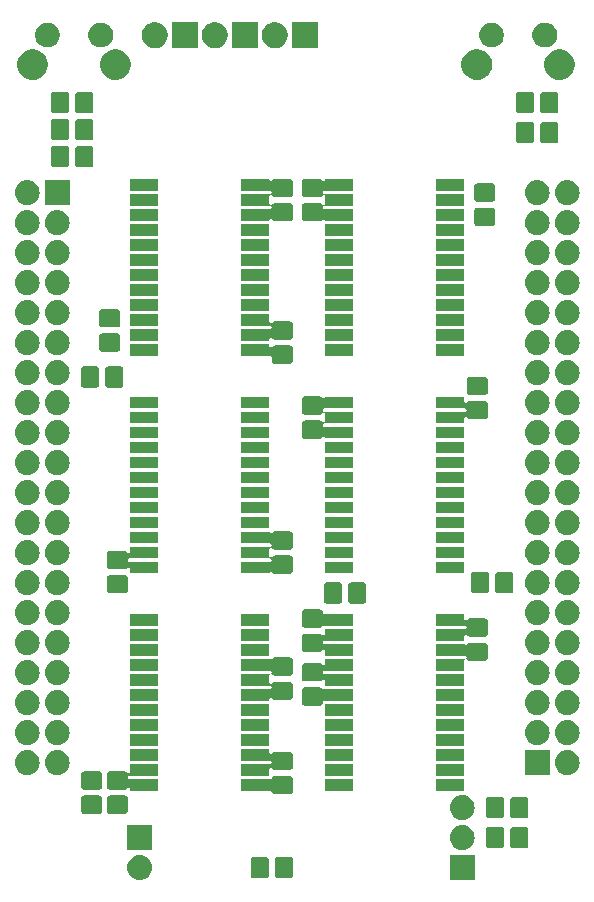
<source format=gts>
G04 #@! TF.GenerationSoftware,KiCad,Pcbnew,5.1.4-e60b266~84~ubuntu18.04.1*
G04 #@! TF.CreationDate,2019-09-22T15:50:52+01:00*
G04 #@! TF.ProjectId,z80_adapter,7a38305f-6164-4617-9074-65722e6b6963,rev?*
G04 #@! TF.SameCoordinates,PX9fdfbc0PY791ddc0*
G04 #@! TF.FileFunction,Soldermask,Top*
G04 #@! TF.FilePolarity,Negative*
%FSLAX46Y46*%
G04 Gerber Fmt 4.6, Leading zero omitted, Abs format (unit mm)*
G04 Created by KiCad (PCBNEW 5.1.4-e60b266~84~ubuntu18.04.1) date 2019-09-22 15:50:52*
%MOMM*%
%LPD*%
G04 APERTURE LIST*
%ADD10C,0.100000*%
G04 APERTURE END LIST*
D10*
X42299500Y74295000D02*
G75*
G03X42299500Y74295000I-444500J0D01*
G01*
X46799500Y74295000D02*
G75*
G03X46799500Y74295000I-444500J0D01*
G01*
X48240000Y71795000D02*
G75*
G03X48240000Y71795000I-635000J0D01*
G01*
X41240000Y71795000D02*
G75*
G03X41240000Y71795000I-635000J0D01*
G01*
X4699000Y74295000D02*
G75*
G03X4699000Y74295000I-444500J0D01*
G01*
X9199000Y74295000D02*
G75*
G03X9199000Y74295000I-444500J0D01*
G01*
X10639500Y71795000D02*
G75*
G03X10639500Y71795000I-635000J0D01*
G01*
X3639500Y71795000D02*
G75*
G03X3639500Y71795000I-635000J0D01*
G01*
G36*
X40420000Y2760000D02*
G01*
X38320000Y2760000D01*
X38320000Y4860000D01*
X40420000Y4860000D01*
X40420000Y2760000D01*
X40420000Y2760000D01*
G37*
G36*
X12193707Y4852404D02*
G01*
X12270836Y4844807D01*
X12468762Y4784767D01*
X12468765Y4784766D01*
X12651170Y4687268D01*
X12811055Y4556055D01*
X12942268Y4396170D01*
X13039766Y4213765D01*
X13039767Y4213762D01*
X13099807Y4015836D01*
X13120080Y3810000D01*
X13099807Y3604164D01*
X13039767Y3406238D01*
X13039766Y3406235D01*
X12942268Y3223830D01*
X12811055Y3063945D01*
X12651170Y2932732D01*
X12468765Y2835234D01*
X12468762Y2835233D01*
X12270836Y2775193D01*
X12193707Y2767596D01*
X12116580Y2760000D01*
X12013420Y2760000D01*
X11936293Y2767596D01*
X11859164Y2775193D01*
X11661238Y2835233D01*
X11661235Y2835234D01*
X11478830Y2932732D01*
X11318945Y3063945D01*
X11187732Y3223830D01*
X11090234Y3406235D01*
X11090233Y3406238D01*
X11030193Y3604164D01*
X11009920Y3810000D01*
X11030193Y4015836D01*
X11090233Y4213762D01*
X11090234Y4213765D01*
X11187732Y4396170D01*
X11318945Y4556055D01*
X11478830Y4687268D01*
X11661235Y4784766D01*
X11661238Y4784767D01*
X11859164Y4844807D01*
X11936293Y4852404D01*
X12013420Y4860000D01*
X12116580Y4860000D01*
X12193707Y4852404D01*
X12193707Y4852404D01*
G37*
G36*
X24835529Y4704290D02*
G01*
X24885378Y4689169D01*
X24931310Y4664618D01*
X24971574Y4631574D01*
X25004618Y4591310D01*
X25029169Y4545378D01*
X25044290Y4495529D01*
X25050000Y4437556D01*
X25050000Y3182444D01*
X25044290Y3124471D01*
X25029169Y3074622D01*
X25004618Y3028690D01*
X24971574Y2988426D01*
X24931310Y2955382D01*
X24885378Y2930831D01*
X24835529Y2915710D01*
X24777556Y2910000D01*
X23772444Y2910000D01*
X23714471Y2915710D01*
X23664622Y2930831D01*
X23618690Y2955382D01*
X23578426Y2988426D01*
X23545382Y3028690D01*
X23520831Y3074622D01*
X23505710Y3124471D01*
X23500000Y3182444D01*
X23500000Y4437556D01*
X23505710Y4495529D01*
X23520831Y4545378D01*
X23545382Y4591310D01*
X23578426Y4631574D01*
X23618690Y4664618D01*
X23664622Y4689169D01*
X23714471Y4704290D01*
X23772444Y4710000D01*
X24777556Y4710000D01*
X24835529Y4704290D01*
X24835529Y4704290D01*
G37*
G36*
X22785529Y4704290D02*
G01*
X22835378Y4689169D01*
X22881310Y4664618D01*
X22921574Y4631574D01*
X22954618Y4591310D01*
X22979169Y4545378D01*
X22994290Y4495529D01*
X23000000Y4437556D01*
X23000000Y3182444D01*
X22994290Y3124471D01*
X22979169Y3074622D01*
X22954618Y3028690D01*
X22921574Y2988426D01*
X22881310Y2955382D01*
X22835378Y2930831D01*
X22785529Y2915710D01*
X22727556Y2910000D01*
X21722444Y2910000D01*
X21664471Y2915710D01*
X21614622Y2930831D01*
X21568690Y2955382D01*
X21528426Y2988426D01*
X21495382Y3028690D01*
X21470831Y3074622D01*
X21455710Y3124471D01*
X21450000Y3182444D01*
X21450000Y4437556D01*
X21455710Y4495529D01*
X21470831Y4545378D01*
X21495382Y4591310D01*
X21528426Y4631574D01*
X21568690Y4664618D01*
X21614622Y4689169D01*
X21664471Y4704290D01*
X21722444Y4710000D01*
X22727556Y4710000D01*
X22785529Y4704290D01*
X22785529Y4704290D01*
G37*
G36*
X13115000Y5300000D02*
G01*
X11015000Y5300000D01*
X11015000Y7400000D01*
X13115000Y7400000D01*
X13115000Y5300000D01*
X13115000Y5300000D01*
G37*
G36*
X39498707Y7392404D02*
G01*
X39575836Y7384807D01*
X39773762Y7324767D01*
X39773765Y7324766D01*
X39956170Y7227268D01*
X40116055Y7096055D01*
X40247268Y6936170D01*
X40344766Y6753765D01*
X40344767Y6753762D01*
X40404807Y6555836D01*
X40425080Y6350000D01*
X40404807Y6144164D01*
X40344767Y5946238D01*
X40344766Y5946235D01*
X40247268Y5763830D01*
X40116055Y5603945D01*
X39956170Y5472732D01*
X39773765Y5375234D01*
X39773762Y5375233D01*
X39575836Y5315193D01*
X39498707Y5307596D01*
X39421580Y5300000D01*
X39318420Y5300000D01*
X39241293Y5307596D01*
X39164164Y5315193D01*
X38966238Y5375233D01*
X38966235Y5375234D01*
X38783830Y5472732D01*
X38623945Y5603945D01*
X38492732Y5763830D01*
X38395234Y5946235D01*
X38395233Y5946238D01*
X38335193Y6144164D01*
X38314920Y6350000D01*
X38335193Y6555836D01*
X38395233Y6753762D01*
X38395234Y6753765D01*
X38492732Y6936170D01*
X38623945Y7096055D01*
X38783830Y7227268D01*
X38966235Y7324766D01*
X38966238Y7324767D01*
X39164164Y7384807D01*
X39241293Y7392404D01*
X39318420Y7400000D01*
X39421580Y7400000D01*
X39498707Y7392404D01*
X39498707Y7392404D01*
G37*
G36*
X44765529Y7244290D02*
G01*
X44815378Y7229169D01*
X44861310Y7204618D01*
X44901574Y7171574D01*
X44934618Y7131310D01*
X44959169Y7085378D01*
X44974290Y7035529D01*
X44980000Y6977556D01*
X44980000Y5722444D01*
X44974290Y5664471D01*
X44959169Y5614622D01*
X44934618Y5568690D01*
X44901574Y5528426D01*
X44861310Y5495382D01*
X44815378Y5470831D01*
X44765529Y5455710D01*
X44707556Y5450000D01*
X43702444Y5450000D01*
X43644471Y5455710D01*
X43594622Y5470831D01*
X43548690Y5495382D01*
X43508426Y5528426D01*
X43475382Y5568690D01*
X43450831Y5614622D01*
X43435710Y5664471D01*
X43430000Y5722444D01*
X43430000Y6977556D01*
X43435710Y7035529D01*
X43450831Y7085378D01*
X43475382Y7131310D01*
X43508426Y7171574D01*
X43548690Y7204618D01*
X43594622Y7229169D01*
X43644471Y7244290D01*
X43702444Y7250000D01*
X44707556Y7250000D01*
X44765529Y7244290D01*
X44765529Y7244290D01*
G37*
G36*
X42715529Y7244290D02*
G01*
X42765378Y7229169D01*
X42811310Y7204618D01*
X42851574Y7171574D01*
X42884618Y7131310D01*
X42909169Y7085378D01*
X42924290Y7035529D01*
X42930000Y6977556D01*
X42930000Y5722444D01*
X42924290Y5664471D01*
X42909169Y5614622D01*
X42884618Y5568690D01*
X42851574Y5528426D01*
X42811310Y5495382D01*
X42765378Y5470831D01*
X42715529Y5455710D01*
X42657556Y5450000D01*
X41652444Y5450000D01*
X41594471Y5455710D01*
X41544622Y5470831D01*
X41498690Y5495382D01*
X41458426Y5528426D01*
X41425382Y5568690D01*
X41400831Y5614622D01*
X41385710Y5664471D01*
X41380000Y5722444D01*
X41380000Y6977556D01*
X41385710Y7035529D01*
X41400831Y7085378D01*
X41425382Y7131310D01*
X41458426Y7171574D01*
X41498690Y7204618D01*
X41544622Y7229169D01*
X41594471Y7244290D01*
X41652444Y7250000D01*
X42657556Y7250000D01*
X42715529Y7244290D01*
X42715529Y7244290D01*
G37*
G36*
X39498707Y9932404D02*
G01*
X39575836Y9924807D01*
X39773762Y9864767D01*
X39773765Y9864766D01*
X39956170Y9767268D01*
X40116055Y9636055D01*
X40247268Y9476170D01*
X40344766Y9293765D01*
X40344767Y9293762D01*
X40404807Y9095836D01*
X40425080Y8890000D01*
X40404807Y8684164D01*
X40351900Y8509753D01*
X40344766Y8486235D01*
X40247268Y8303830D01*
X40116055Y8143945D01*
X39956170Y8012732D01*
X39773765Y7915234D01*
X39773762Y7915233D01*
X39575836Y7855193D01*
X39498707Y7847597D01*
X39421580Y7840000D01*
X39318420Y7840000D01*
X39241293Y7847597D01*
X39164164Y7855193D01*
X38966238Y7915233D01*
X38966235Y7915234D01*
X38783830Y8012732D01*
X38623945Y8143945D01*
X38492732Y8303830D01*
X38395234Y8486235D01*
X38388100Y8509753D01*
X38335193Y8684164D01*
X38314920Y8890000D01*
X38335193Y9095836D01*
X38395233Y9293762D01*
X38395234Y9293765D01*
X38492732Y9476170D01*
X38623945Y9636055D01*
X38783830Y9767268D01*
X38966235Y9864766D01*
X38966238Y9864767D01*
X39164164Y9924807D01*
X39241293Y9932404D01*
X39318420Y9940000D01*
X39421580Y9940000D01*
X39498707Y9932404D01*
X39498707Y9932404D01*
G37*
G36*
X44765529Y9784290D02*
G01*
X44815378Y9769169D01*
X44861310Y9744618D01*
X44901574Y9711574D01*
X44934618Y9671310D01*
X44959169Y9625378D01*
X44974290Y9575529D01*
X44980000Y9517556D01*
X44980000Y8262444D01*
X44974290Y8204471D01*
X44959169Y8154622D01*
X44934618Y8108690D01*
X44901574Y8068426D01*
X44861310Y8035382D01*
X44815378Y8010831D01*
X44765529Y7995710D01*
X44707556Y7990000D01*
X43702444Y7990000D01*
X43644471Y7995710D01*
X43594622Y8010831D01*
X43548690Y8035382D01*
X43508426Y8068426D01*
X43475382Y8108690D01*
X43450831Y8154622D01*
X43435710Y8204471D01*
X43430000Y8262444D01*
X43430000Y9517556D01*
X43435710Y9575529D01*
X43450831Y9625378D01*
X43475382Y9671310D01*
X43508426Y9711574D01*
X43548690Y9744618D01*
X43594622Y9769169D01*
X43644471Y9784290D01*
X43702444Y9790000D01*
X44707556Y9790000D01*
X44765529Y9784290D01*
X44765529Y9784290D01*
G37*
G36*
X42715529Y9784290D02*
G01*
X42765378Y9769169D01*
X42811310Y9744618D01*
X42851574Y9711574D01*
X42884618Y9671310D01*
X42909169Y9625378D01*
X42924290Y9575529D01*
X42930000Y9517556D01*
X42930000Y8262444D01*
X42924290Y8204471D01*
X42909169Y8154622D01*
X42884618Y8108690D01*
X42851574Y8068426D01*
X42811310Y8035382D01*
X42765378Y8010831D01*
X42715529Y7995710D01*
X42657556Y7990000D01*
X41652444Y7990000D01*
X41594471Y7995710D01*
X41544622Y8010831D01*
X41498690Y8035382D01*
X41458426Y8068426D01*
X41425382Y8108690D01*
X41400831Y8154622D01*
X41385710Y8204471D01*
X41380000Y8262444D01*
X41380000Y9517556D01*
X41385710Y9575529D01*
X41400831Y9625378D01*
X41425382Y9671310D01*
X41458426Y9711574D01*
X41498690Y9744618D01*
X41544622Y9769169D01*
X41594471Y9784290D01*
X41652444Y9790000D01*
X42657556Y9790000D01*
X42715529Y9784290D01*
X42715529Y9784290D01*
G37*
G36*
X8686529Y9904290D02*
G01*
X8736378Y9889169D01*
X8782310Y9864618D01*
X8822574Y9831574D01*
X8855618Y9791310D01*
X8880169Y9745378D01*
X8895290Y9695529D01*
X8901000Y9637556D01*
X8901000Y8632444D01*
X8895290Y8574471D01*
X8880169Y8524622D01*
X8855618Y8478690D01*
X8822574Y8438426D01*
X8782310Y8405382D01*
X8736378Y8380831D01*
X8686529Y8365710D01*
X8628556Y8360000D01*
X7373444Y8360000D01*
X7315471Y8365710D01*
X7265622Y8380831D01*
X7219690Y8405382D01*
X7179426Y8438426D01*
X7146382Y8478690D01*
X7121831Y8524622D01*
X7106710Y8574471D01*
X7101000Y8632444D01*
X7101000Y9637556D01*
X7106710Y9695529D01*
X7121831Y9745378D01*
X7146382Y9791310D01*
X7179426Y9831574D01*
X7219690Y9864618D01*
X7265622Y9889169D01*
X7315471Y9904290D01*
X7373444Y9910000D01*
X8628556Y9910000D01*
X8686529Y9904290D01*
X8686529Y9904290D01*
G37*
G36*
X10845529Y9904290D02*
G01*
X10895378Y9889169D01*
X10941310Y9864618D01*
X10981574Y9831574D01*
X11014618Y9791310D01*
X11039169Y9745378D01*
X11054290Y9695529D01*
X11060000Y9637556D01*
X11060000Y8632444D01*
X11054290Y8574471D01*
X11039169Y8524622D01*
X11014618Y8478690D01*
X10981574Y8438426D01*
X10941310Y8405382D01*
X10895378Y8380831D01*
X10845529Y8365710D01*
X10787556Y8360000D01*
X9532444Y8360000D01*
X9474471Y8365710D01*
X9424622Y8380831D01*
X9378690Y8405382D01*
X9338426Y8438426D01*
X9305382Y8478690D01*
X9280831Y8524622D01*
X9265710Y8574471D01*
X9260000Y8632444D01*
X9260000Y9637556D01*
X9265710Y9695529D01*
X9280831Y9745378D01*
X9305382Y9791310D01*
X9338426Y9831574D01*
X9378690Y9864618D01*
X9424622Y9889169D01*
X9474471Y9904290D01*
X9532444Y9910000D01*
X10787556Y9910000D01*
X10845529Y9904290D01*
X10845529Y9904290D01*
G37*
G36*
X24815529Y11564290D02*
G01*
X24865378Y11549169D01*
X24911310Y11524618D01*
X24951574Y11491574D01*
X24984618Y11451310D01*
X25009169Y11405378D01*
X25024290Y11355529D01*
X25030000Y11297556D01*
X25030000Y10292444D01*
X25024290Y10234471D01*
X25009169Y10184622D01*
X24984618Y10138690D01*
X24951574Y10098426D01*
X24911310Y10065382D01*
X24865378Y10040831D01*
X24815529Y10025710D01*
X24757556Y10020000D01*
X23502444Y10020000D01*
X23444471Y10025710D01*
X23394622Y10040831D01*
X23348690Y10065382D01*
X23308426Y10098426D01*
X23275382Y10138690D01*
X23250831Y10184623D01*
X23244260Y10206285D01*
X23234883Y10228924D01*
X23221270Y10249298D01*
X23203943Y10266625D01*
X23183569Y10280239D01*
X23160930Y10289617D01*
X23136897Y10294398D01*
X23124643Y10295000D01*
X20645000Y10295000D01*
X20645000Y11295000D01*
X23124643Y11295000D01*
X23149029Y11297402D01*
X23172478Y11304515D01*
X23194089Y11316066D01*
X23213031Y11331611D01*
X23228576Y11350553D01*
X23240127Y11372164D01*
X23244260Y11383717D01*
X23250327Y11403719D01*
X23255107Y11427752D01*
X23255107Y11428238D01*
X23258387Y11430930D01*
X23267411Y11441925D01*
X23267572Y11441793D01*
X23308426Y11491574D01*
X23348690Y11524618D01*
X23394622Y11549169D01*
X23444471Y11564290D01*
X23502444Y11570000D01*
X24757556Y11570000D01*
X24815529Y11564290D01*
X24815529Y11564290D01*
G37*
G36*
X39555000Y10295000D02*
G01*
X37155000Y10295000D01*
X37155000Y11295000D01*
X39555000Y11295000D01*
X39555000Y10295000D01*
X39555000Y10295000D01*
G37*
G36*
X30155000Y10295000D02*
G01*
X27755000Y10295000D01*
X27755000Y11295000D01*
X30155000Y11295000D01*
X30155000Y10295000D01*
X30155000Y10295000D01*
G37*
G36*
X13645000Y11565000D02*
G01*
X11184999Y11565000D01*
X11160613Y11562598D01*
X11137164Y11555485D01*
X11115553Y11543934D01*
X11096611Y11528389D01*
X11081066Y11509447D01*
X11069515Y11487836D01*
X11062402Y11464387D01*
X11060000Y11440001D01*
X11060000Y11419999D01*
X11062402Y11395613D01*
X11069515Y11372164D01*
X11081066Y11350553D01*
X11096611Y11331611D01*
X11115553Y11316066D01*
X11137164Y11304515D01*
X11160613Y11297402D01*
X11184999Y11295000D01*
X13645000Y11295000D01*
X13645000Y10295000D01*
X11245000Y10295000D01*
X11245000Y10460682D01*
X11242598Y10485068D01*
X11235485Y10508517D01*
X11223934Y10530128D01*
X11208389Y10549070D01*
X11189447Y10564615D01*
X11167836Y10576166D01*
X11144387Y10583279D01*
X11120001Y10585681D01*
X11095615Y10583279D01*
X11072166Y10576166D01*
X11050555Y10564615D01*
X11031613Y10549070D01*
X11022589Y10538075D01*
X11022428Y10538207D01*
X10981574Y10488426D01*
X10941310Y10455382D01*
X10895378Y10430831D01*
X10845529Y10415710D01*
X10787556Y10410000D01*
X9532444Y10410000D01*
X9474471Y10415710D01*
X9424622Y10430831D01*
X9378690Y10455382D01*
X9338426Y10488426D01*
X9305382Y10528690D01*
X9280831Y10574622D01*
X9265710Y10624471D01*
X9260000Y10682444D01*
X9260000Y11687556D01*
X9265710Y11745529D01*
X9280831Y11795378D01*
X9305382Y11841310D01*
X9338426Y11881574D01*
X9378690Y11914618D01*
X9424622Y11939169D01*
X9474471Y11954290D01*
X9532444Y11960000D01*
X10787556Y11960000D01*
X10845529Y11954290D01*
X10895378Y11939169D01*
X10941310Y11914618D01*
X10981574Y11881574D01*
X11021146Y11833355D01*
X11023368Y11830029D01*
X11040693Y11812700D01*
X11061066Y11799084D01*
X11083704Y11789705D01*
X11107737Y11784922D01*
X11132241Y11784920D01*
X11156275Y11789698D01*
X11178914Y11799073D01*
X11199290Y11812685D01*
X11216619Y11830010D01*
X11230235Y11850383D01*
X11239614Y11873021D01*
X11244397Y11897054D01*
X11245000Y11909318D01*
X11245000Y12565000D01*
X13645000Y12565000D01*
X13645000Y11565000D01*
X13645000Y11565000D01*
G37*
G36*
X8686529Y11954290D02*
G01*
X8736378Y11939169D01*
X8782310Y11914618D01*
X8822574Y11881574D01*
X8855618Y11841310D01*
X8880169Y11795378D01*
X8895290Y11745529D01*
X8901000Y11687556D01*
X8901000Y10682444D01*
X8895290Y10624471D01*
X8880169Y10574622D01*
X8855618Y10528690D01*
X8822574Y10488426D01*
X8782310Y10455382D01*
X8736378Y10430831D01*
X8686529Y10415710D01*
X8628556Y10410000D01*
X7373444Y10410000D01*
X7315471Y10415710D01*
X7265622Y10430831D01*
X7219690Y10455382D01*
X7179426Y10488426D01*
X7146382Y10528690D01*
X7121831Y10574622D01*
X7106710Y10624471D01*
X7101000Y10682444D01*
X7101000Y11687556D01*
X7106710Y11745529D01*
X7121831Y11795378D01*
X7146382Y11841310D01*
X7179426Y11881574D01*
X7219690Y11914618D01*
X7265622Y11939169D01*
X7315471Y11954290D01*
X7373444Y11960000D01*
X8628556Y11960000D01*
X8686529Y11954290D01*
X8686529Y11954290D01*
G37*
G36*
X23045000Y13569318D02*
G01*
X23047402Y13544932D01*
X23054515Y13521483D01*
X23066066Y13499872D01*
X23081611Y13480930D01*
X23100553Y13465385D01*
X23122164Y13453834D01*
X23145613Y13446721D01*
X23169999Y13444319D01*
X23194385Y13446721D01*
X23217834Y13453834D01*
X23239445Y13465385D01*
X23258387Y13480930D01*
X23267411Y13491925D01*
X23267572Y13491793D01*
X23308426Y13541574D01*
X23348690Y13574618D01*
X23394622Y13599169D01*
X23444471Y13614290D01*
X23502444Y13620000D01*
X24757556Y13620000D01*
X24815529Y13614290D01*
X24865378Y13599169D01*
X24911310Y13574618D01*
X24951574Y13541574D01*
X24984618Y13501310D01*
X25009169Y13455378D01*
X25024290Y13405529D01*
X25030000Y13347556D01*
X25030000Y12342444D01*
X25024290Y12284471D01*
X25009169Y12234622D01*
X24984618Y12188690D01*
X24951574Y12148426D01*
X24911310Y12115382D01*
X24865378Y12090831D01*
X24815529Y12075710D01*
X24757556Y12070000D01*
X23502444Y12070000D01*
X23444471Y12075710D01*
X23394622Y12090831D01*
X23348690Y12115382D01*
X23308426Y12148426D01*
X23268854Y12196645D01*
X23266632Y12199971D01*
X23249307Y12217300D01*
X23228934Y12230916D01*
X23206296Y12240295D01*
X23182263Y12245078D01*
X23157759Y12245080D01*
X23133725Y12240302D01*
X23111086Y12230927D01*
X23090710Y12217315D01*
X23073381Y12199990D01*
X23059765Y12179617D01*
X23050386Y12156979D01*
X23045603Y12132946D01*
X23045000Y12120682D01*
X23045000Y11565000D01*
X20645000Y11565000D01*
X20645000Y12565000D01*
X23105001Y12565000D01*
X23129387Y12567402D01*
X23152836Y12574515D01*
X23174447Y12586066D01*
X23193389Y12601611D01*
X23208934Y12620553D01*
X23220485Y12642164D01*
X23227598Y12665613D01*
X23230000Y12689999D01*
X23230000Y12710001D01*
X23227598Y12734387D01*
X23220485Y12757836D01*
X23208934Y12779447D01*
X23193389Y12798389D01*
X23174447Y12813934D01*
X23152836Y12825485D01*
X23129387Y12832598D01*
X23105001Y12835000D01*
X20645000Y12835000D01*
X20645000Y13835000D01*
X23045000Y13835000D01*
X23045000Y13569318D01*
X23045000Y13569318D01*
G37*
G36*
X39555000Y11565000D02*
G01*
X37155000Y11565000D01*
X37155000Y12565000D01*
X39555000Y12565000D01*
X39555000Y11565000D01*
X39555000Y11565000D01*
G37*
G36*
X30155000Y11565000D02*
G01*
X27755000Y11565000D01*
X27755000Y12565000D01*
X30155000Y12565000D01*
X30155000Y11565000D01*
X30155000Y11565000D01*
G37*
G36*
X5208707Y13742404D02*
G01*
X5285836Y13734807D01*
X5483762Y13674767D01*
X5483765Y13674766D01*
X5666170Y13577268D01*
X5826055Y13446055D01*
X5957268Y13286170D01*
X6054766Y13103765D01*
X6054767Y13103762D01*
X6114807Y12905836D01*
X6135080Y12700000D01*
X6114807Y12494164D01*
X6068783Y12342444D01*
X6054766Y12296235D01*
X5957268Y12113830D01*
X5826055Y11953945D01*
X5666170Y11822732D01*
X5483765Y11725234D01*
X5483762Y11725233D01*
X5285836Y11665193D01*
X5208707Y11657597D01*
X5131580Y11650000D01*
X5028420Y11650000D01*
X4951293Y11657597D01*
X4874164Y11665193D01*
X4676238Y11725233D01*
X4676235Y11725234D01*
X4493830Y11822732D01*
X4333945Y11953945D01*
X4202732Y12113830D01*
X4105234Y12296235D01*
X4091217Y12342444D01*
X4045193Y12494164D01*
X4024920Y12700000D01*
X4045193Y12905836D01*
X4105233Y13103762D01*
X4105234Y13103765D01*
X4202732Y13286170D01*
X4333945Y13446055D01*
X4493830Y13577268D01*
X4676235Y13674766D01*
X4676238Y13674767D01*
X4874164Y13734807D01*
X4951293Y13742404D01*
X5028420Y13750000D01*
X5131580Y13750000D01*
X5208707Y13742404D01*
X5208707Y13742404D01*
G37*
G36*
X2668707Y13742404D02*
G01*
X2745836Y13734807D01*
X2943762Y13674767D01*
X2943765Y13674766D01*
X3126170Y13577268D01*
X3286055Y13446055D01*
X3417268Y13286170D01*
X3514766Y13103765D01*
X3514767Y13103762D01*
X3574807Y12905836D01*
X3595080Y12700000D01*
X3574807Y12494164D01*
X3528783Y12342444D01*
X3514766Y12296235D01*
X3417268Y12113830D01*
X3286055Y11953945D01*
X3126170Y11822732D01*
X2943765Y11725234D01*
X2943762Y11725233D01*
X2745836Y11665193D01*
X2668707Y11657597D01*
X2591580Y11650000D01*
X2488420Y11650000D01*
X2411293Y11657597D01*
X2334164Y11665193D01*
X2136238Y11725233D01*
X2136235Y11725234D01*
X1953830Y11822732D01*
X1793945Y11953945D01*
X1662732Y12113830D01*
X1565234Y12296235D01*
X1551217Y12342444D01*
X1505193Y12494164D01*
X1484920Y12700000D01*
X1505193Y12905836D01*
X1565233Y13103762D01*
X1565234Y13103765D01*
X1662732Y13286170D01*
X1793945Y13446055D01*
X1953830Y13577268D01*
X2136235Y13674766D01*
X2136238Y13674767D01*
X2334164Y13734807D01*
X2411293Y13742404D01*
X2488420Y13750000D01*
X2591580Y13750000D01*
X2668707Y13742404D01*
X2668707Y13742404D01*
G37*
G36*
X48388707Y13742404D02*
G01*
X48465836Y13734807D01*
X48663762Y13674767D01*
X48663765Y13674766D01*
X48846170Y13577268D01*
X49006055Y13446055D01*
X49137268Y13286170D01*
X49234766Y13103765D01*
X49234767Y13103762D01*
X49294807Y12905836D01*
X49315080Y12700000D01*
X49294807Y12494164D01*
X49248783Y12342444D01*
X49234766Y12296235D01*
X49137268Y12113830D01*
X49006055Y11953945D01*
X48846170Y11822732D01*
X48663765Y11725234D01*
X48663762Y11725233D01*
X48465836Y11665193D01*
X48388707Y11657597D01*
X48311580Y11650000D01*
X48208420Y11650000D01*
X48131293Y11657597D01*
X48054164Y11665193D01*
X47856238Y11725233D01*
X47856235Y11725234D01*
X47673830Y11822732D01*
X47513945Y11953945D01*
X47382732Y12113830D01*
X47285234Y12296235D01*
X47271217Y12342444D01*
X47225193Y12494164D01*
X47204920Y12700000D01*
X47225193Y12905836D01*
X47285233Y13103762D01*
X47285234Y13103765D01*
X47382732Y13286170D01*
X47513945Y13446055D01*
X47673830Y13577268D01*
X47856235Y13674766D01*
X47856238Y13674767D01*
X48054164Y13734807D01*
X48131293Y13742404D01*
X48208420Y13750000D01*
X48311580Y13750000D01*
X48388707Y13742404D01*
X48388707Y13742404D01*
G37*
G36*
X46770000Y11650000D02*
G01*
X44670000Y11650000D01*
X44670000Y13750000D01*
X46770000Y13750000D01*
X46770000Y11650000D01*
X46770000Y11650000D01*
G37*
G36*
X30155000Y12835000D02*
G01*
X27755000Y12835000D01*
X27755000Y13835000D01*
X30155000Y13835000D01*
X30155000Y12835000D01*
X30155000Y12835000D01*
G37*
G36*
X13645000Y12835000D02*
G01*
X11245000Y12835000D01*
X11245000Y13835000D01*
X13645000Y13835000D01*
X13645000Y12835000D01*
X13645000Y12835000D01*
G37*
G36*
X39555000Y12835000D02*
G01*
X37155000Y12835000D01*
X37155000Y13835000D01*
X39555000Y13835000D01*
X39555000Y12835000D01*
X39555000Y12835000D01*
G37*
G36*
X23045000Y14105000D02*
G01*
X20645000Y14105000D01*
X20645000Y15105000D01*
X23045000Y15105000D01*
X23045000Y14105000D01*
X23045000Y14105000D01*
G37*
G36*
X39555000Y14105000D02*
G01*
X37155000Y14105000D01*
X37155000Y15105000D01*
X39555000Y15105000D01*
X39555000Y14105000D01*
X39555000Y14105000D01*
G37*
G36*
X30155000Y14105000D02*
G01*
X27755000Y14105000D01*
X27755000Y15105000D01*
X30155000Y15105000D01*
X30155000Y14105000D01*
X30155000Y14105000D01*
G37*
G36*
X13645000Y14105000D02*
G01*
X11245000Y14105000D01*
X11245000Y15105000D01*
X13645000Y15105000D01*
X13645000Y14105000D01*
X13645000Y14105000D01*
G37*
G36*
X2668707Y16282404D02*
G01*
X2745836Y16274807D01*
X2943762Y16214767D01*
X2943765Y16214766D01*
X3126170Y16117268D01*
X3286055Y15986055D01*
X3417268Y15826170D01*
X3514766Y15643765D01*
X3514767Y15643762D01*
X3574807Y15445836D01*
X3595080Y15240000D01*
X3574807Y15034164D01*
X3514767Y14836238D01*
X3514766Y14836235D01*
X3417268Y14653830D01*
X3286055Y14493945D01*
X3126170Y14362732D01*
X2943765Y14265234D01*
X2943762Y14265233D01*
X2745836Y14205193D01*
X2668707Y14197597D01*
X2591580Y14190000D01*
X2488420Y14190000D01*
X2411293Y14197597D01*
X2334164Y14205193D01*
X2136238Y14265233D01*
X2136235Y14265234D01*
X1953830Y14362732D01*
X1793945Y14493945D01*
X1662732Y14653830D01*
X1565234Y14836235D01*
X1565233Y14836238D01*
X1505193Y15034164D01*
X1484920Y15240000D01*
X1505193Y15445836D01*
X1565233Y15643762D01*
X1565234Y15643765D01*
X1662732Y15826170D01*
X1793945Y15986055D01*
X1953830Y16117268D01*
X2136235Y16214766D01*
X2136238Y16214767D01*
X2334164Y16274807D01*
X2411293Y16282404D01*
X2488420Y16290000D01*
X2591580Y16290000D01*
X2668707Y16282404D01*
X2668707Y16282404D01*
G37*
G36*
X45848707Y16282404D02*
G01*
X45925836Y16274807D01*
X46123762Y16214767D01*
X46123765Y16214766D01*
X46306170Y16117268D01*
X46466055Y15986055D01*
X46597268Y15826170D01*
X46694766Y15643765D01*
X46694767Y15643762D01*
X46754807Y15445836D01*
X46775080Y15240000D01*
X46754807Y15034164D01*
X46694767Y14836238D01*
X46694766Y14836235D01*
X46597268Y14653830D01*
X46466055Y14493945D01*
X46306170Y14362732D01*
X46123765Y14265234D01*
X46123762Y14265233D01*
X45925836Y14205193D01*
X45848707Y14197597D01*
X45771580Y14190000D01*
X45668420Y14190000D01*
X45591293Y14197597D01*
X45514164Y14205193D01*
X45316238Y14265233D01*
X45316235Y14265234D01*
X45133830Y14362732D01*
X44973945Y14493945D01*
X44842732Y14653830D01*
X44745234Y14836235D01*
X44745233Y14836238D01*
X44685193Y15034164D01*
X44664920Y15240000D01*
X44685193Y15445836D01*
X44745233Y15643762D01*
X44745234Y15643765D01*
X44842732Y15826170D01*
X44973945Y15986055D01*
X45133830Y16117268D01*
X45316235Y16214766D01*
X45316238Y16214767D01*
X45514164Y16274807D01*
X45591293Y16282404D01*
X45668420Y16290000D01*
X45771580Y16290000D01*
X45848707Y16282404D01*
X45848707Y16282404D01*
G37*
G36*
X48388707Y16282404D02*
G01*
X48465836Y16274807D01*
X48663762Y16214767D01*
X48663765Y16214766D01*
X48846170Y16117268D01*
X49006055Y15986055D01*
X49137268Y15826170D01*
X49234766Y15643765D01*
X49234767Y15643762D01*
X49294807Y15445836D01*
X49315080Y15240000D01*
X49294807Y15034164D01*
X49234767Y14836238D01*
X49234766Y14836235D01*
X49137268Y14653830D01*
X49006055Y14493945D01*
X48846170Y14362732D01*
X48663765Y14265234D01*
X48663762Y14265233D01*
X48465836Y14205193D01*
X48388707Y14197597D01*
X48311580Y14190000D01*
X48208420Y14190000D01*
X48131293Y14197597D01*
X48054164Y14205193D01*
X47856238Y14265233D01*
X47856235Y14265234D01*
X47673830Y14362732D01*
X47513945Y14493945D01*
X47382732Y14653830D01*
X47285234Y14836235D01*
X47285233Y14836238D01*
X47225193Y15034164D01*
X47204920Y15240000D01*
X47225193Y15445836D01*
X47285233Y15643762D01*
X47285234Y15643765D01*
X47382732Y15826170D01*
X47513945Y15986055D01*
X47673830Y16117268D01*
X47856235Y16214766D01*
X47856238Y16214767D01*
X48054164Y16274807D01*
X48131293Y16282404D01*
X48208420Y16290000D01*
X48311580Y16290000D01*
X48388707Y16282404D01*
X48388707Y16282404D01*
G37*
G36*
X5208707Y16282404D02*
G01*
X5285836Y16274807D01*
X5483762Y16214767D01*
X5483765Y16214766D01*
X5666170Y16117268D01*
X5826055Y15986055D01*
X5957268Y15826170D01*
X6054766Y15643765D01*
X6054767Y15643762D01*
X6114807Y15445836D01*
X6135080Y15240000D01*
X6114807Y15034164D01*
X6054767Y14836238D01*
X6054766Y14836235D01*
X5957268Y14653830D01*
X5826055Y14493945D01*
X5666170Y14362732D01*
X5483765Y14265234D01*
X5483762Y14265233D01*
X5285836Y14205193D01*
X5208707Y14197597D01*
X5131580Y14190000D01*
X5028420Y14190000D01*
X4951293Y14197597D01*
X4874164Y14205193D01*
X4676238Y14265233D01*
X4676235Y14265234D01*
X4493830Y14362732D01*
X4333945Y14493945D01*
X4202732Y14653830D01*
X4105234Y14836235D01*
X4105233Y14836238D01*
X4045193Y15034164D01*
X4024920Y15240000D01*
X4045193Y15445836D01*
X4105233Y15643762D01*
X4105234Y15643765D01*
X4202732Y15826170D01*
X4333945Y15986055D01*
X4493830Y16117268D01*
X4676235Y16214766D01*
X4676238Y16214767D01*
X4874164Y16274807D01*
X4951293Y16282404D01*
X5028420Y16290000D01*
X5131580Y16290000D01*
X5208707Y16282404D01*
X5208707Y16282404D01*
G37*
G36*
X39555000Y15375000D02*
G01*
X37155000Y15375000D01*
X37155000Y16375000D01*
X39555000Y16375000D01*
X39555000Y15375000D01*
X39555000Y15375000D01*
G37*
G36*
X30155000Y15375000D02*
G01*
X27755000Y15375000D01*
X27755000Y16375000D01*
X30155000Y16375000D01*
X30155000Y15375000D01*
X30155000Y15375000D01*
G37*
G36*
X13645000Y15375000D02*
G01*
X11245000Y15375000D01*
X11245000Y16375000D01*
X13645000Y16375000D01*
X13645000Y15375000D01*
X13645000Y15375000D01*
G37*
G36*
X23045000Y15375000D02*
G01*
X20645000Y15375000D01*
X20645000Y16375000D01*
X23045000Y16375000D01*
X23045000Y15375000D01*
X23045000Y15375000D01*
G37*
G36*
X39555000Y16645000D02*
G01*
X37155000Y16645000D01*
X37155000Y17645000D01*
X39555000Y17645000D01*
X39555000Y16645000D01*
X39555000Y16645000D01*
G37*
G36*
X13645000Y16645000D02*
G01*
X11245000Y16645000D01*
X11245000Y17645000D01*
X13645000Y17645000D01*
X13645000Y16645000D01*
X13645000Y16645000D01*
G37*
G36*
X30155000Y16645000D02*
G01*
X27755000Y16645000D01*
X27755000Y17563682D01*
X27752598Y17588068D01*
X27745485Y17611517D01*
X27733934Y17633128D01*
X27724191Y17645000D01*
X30155000Y17645000D01*
X30155000Y16645000D01*
X30155000Y16645000D01*
G37*
G36*
X23045000Y16645000D02*
G01*
X20645000Y16645000D01*
X20645000Y17645000D01*
X23045000Y17645000D01*
X23045000Y16645000D01*
X23045000Y16645000D01*
G37*
G36*
X5208707Y18822403D02*
G01*
X5285836Y18814807D01*
X5483762Y18754767D01*
X5483765Y18754766D01*
X5666170Y18657268D01*
X5826055Y18526055D01*
X5957268Y18366170D01*
X6054766Y18183765D01*
X6054767Y18183762D01*
X6114807Y17985836D01*
X6135080Y17780000D01*
X6114807Y17574164D01*
X6102572Y17533831D01*
X6054766Y17376235D01*
X5957268Y17193830D01*
X5826055Y17033945D01*
X5666170Y16902732D01*
X5483765Y16805234D01*
X5483762Y16805233D01*
X5285836Y16745193D01*
X5208707Y16737596D01*
X5131580Y16730000D01*
X5028420Y16730000D01*
X4951293Y16737596D01*
X4874164Y16745193D01*
X4676238Y16805233D01*
X4676235Y16805234D01*
X4493830Y16902732D01*
X4333945Y17033945D01*
X4202732Y17193830D01*
X4105234Y17376235D01*
X4057428Y17533831D01*
X4045193Y17574164D01*
X4024920Y17780000D01*
X4045193Y17985836D01*
X4105233Y18183762D01*
X4105234Y18183765D01*
X4202732Y18366170D01*
X4333945Y18526055D01*
X4493830Y18657268D01*
X4676235Y18754766D01*
X4676238Y18754767D01*
X4874164Y18814807D01*
X4951293Y18822403D01*
X5028420Y18830000D01*
X5131580Y18830000D01*
X5208707Y18822403D01*
X5208707Y18822403D01*
G37*
G36*
X48388707Y18822403D02*
G01*
X48465836Y18814807D01*
X48663762Y18754767D01*
X48663765Y18754766D01*
X48846170Y18657268D01*
X49006055Y18526055D01*
X49137268Y18366170D01*
X49234766Y18183765D01*
X49234767Y18183762D01*
X49294807Y17985836D01*
X49315080Y17780000D01*
X49294807Y17574164D01*
X49282572Y17533831D01*
X49234766Y17376235D01*
X49137268Y17193830D01*
X49006055Y17033945D01*
X48846170Y16902732D01*
X48663765Y16805234D01*
X48663762Y16805233D01*
X48465836Y16745193D01*
X48388707Y16737596D01*
X48311580Y16730000D01*
X48208420Y16730000D01*
X48131293Y16737596D01*
X48054164Y16745193D01*
X47856238Y16805233D01*
X47856235Y16805234D01*
X47673830Y16902732D01*
X47513945Y17033945D01*
X47382732Y17193830D01*
X47285234Y17376235D01*
X47237428Y17533831D01*
X47225193Y17574164D01*
X47204920Y17780000D01*
X47225193Y17985836D01*
X47285233Y18183762D01*
X47285234Y18183765D01*
X47382732Y18366170D01*
X47513945Y18526055D01*
X47673830Y18657268D01*
X47856235Y18754766D01*
X47856238Y18754767D01*
X48054164Y18814807D01*
X48131293Y18822403D01*
X48208420Y18830000D01*
X48311580Y18830000D01*
X48388707Y18822403D01*
X48388707Y18822403D01*
G37*
G36*
X45848707Y18822403D02*
G01*
X45925836Y18814807D01*
X46123762Y18754767D01*
X46123765Y18754766D01*
X46306170Y18657268D01*
X46466055Y18526055D01*
X46597268Y18366170D01*
X46694766Y18183765D01*
X46694767Y18183762D01*
X46754807Y17985836D01*
X46775080Y17780000D01*
X46754807Y17574164D01*
X46742572Y17533831D01*
X46694766Y17376235D01*
X46597268Y17193830D01*
X46466055Y17033945D01*
X46306170Y16902732D01*
X46123765Y16805234D01*
X46123762Y16805233D01*
X45925836Y16745193D01*
X45848707Y16737596D01*
X45771580Y16730000D01*
X45668420Y16730000D01*
X45591293Y16737596D01*
X45514164Y16745193D01*
X45316238Y16805233D01*
X45316235Y16805234D01*
X45133830Y16902732D01*
X44973945Y17033945D01*
X44842732Y17193830D01*
X44745234Y17376235D01*
X44697428Y17533831D01*
X44685193Y17574164D01*
X44664920Y17780000D01*
X44685193Y17985836D01*
X44745233Y18183762D01*
X44745234Y18183765D01*
X44842732Y18366170D01*
X44973945Y18526055D01*
X45133830Y18657268D01*
X45316235Y18754766D01*
X45316238Y18754767D01*
X45514164Y18814807D01*
X45591293Y18822403D01*
X45668420Y18830000D01*
X45771580Y18830000D01*
X45848707Y18822403D01*
X45848707Y18822403D01*
G37*
G36*
X2668707Y18822403D02*
G01*
X2745836Y18814807D01*
X2943762Y18754767D01*
X2943765Y18754766D01*
X3126170Y18657268D01*
X3286055Y18526055D01*
X3417268Y18366170D01*
X3514766Y18183765D01*
X3514767Y18183762D01*
X3574807Y17985836D01*
X3595080Y17780000D01*
X3574807Y17574164D01*
X3562572Y17533831D01*
X3514766Y17376235D01*
X3417268Y17193830D01*
X3286055Y17033945D01*
X3126170Y16902732D01*
X2943765Y16805234D01*
X2943762Y16805233D01*
X2745836Y16745193D01*
X2668707Y16737596D01*
X2591580Y16730000D01*
X2488420Y16730000D01*
X2411293Y16737596D01*
X2334164Y16745193D01*
X2136238Y16805233D01*
X2136235Y16805234D01*
X1953830Y16902732D01*
X1793945Y17033945D01*
X1662732Y17193830D01*
X1565234Y17376235D01*
X1517428Y17533831D01*
X1505193Y17574164D01*
X1484920Y17780000D01*
X1505193Y17985836D01*
X1565233Y18183762D01*
X1565234Y18183765D01*
X1662732Y18366170D01*
X1793945Y18526055D01*
X1953830Y18657268D01*
X2136235Y18754766D01*
X2136238Y18754767D01*
X2334164Y18814807D01*
X2411293Y18822403D01*
X2488420Y18830000D01*
X2591580Y18830000D01*
X2668707Y18822403D01*
X2668707Y18822403D01*
G37*
G36*
X27355529Y19057290D02*
G01*
X27405378Y19042169D01*
X27451310Y19017618D01*
X27491574Y18984574D01*
X27531146Y18936355D01*
X27533368Y18933029D01*
X27550693Y18915700D01*
X27571066Y18902084D01*
X27593704Y18892705D01*
X27617737Y18887922D01*
X27642241Y18887920D01*
X27666275Y18892698D01*
X27688914Y18902073D01*
X27708265Y18915000D01*
X30155000Y18915000D01*
X30155000Y17915000D01*
X27694999Y17915000D01*
X27670613Y17912598D01*
X27647164Y17905485D01*
X27625553Y17893934D01*
X27606611Y17878389D01*
X27591066Y17859447D01*
X27579515Y17837836D01*
X27572402Y17814387D01*
X27570000Y17790001D01*
X27570000Y17785445D01*
X27569685Y17782245D01*
X27569687Y17757741D01*
X27574468Y17733708D01*
X27583847Y17711069D01*
X27597461Y17690696D01*
X27602748Y17685409D01*
X27582166Y17679166D01*
X27560555Y17667615D01*
X27541613Y17652070D01*
X27532589Y17641075D01*
X27532428Y17641207D01*
X27491574Y17591426D01*
X27451310Y17558382D01*
X27405378Y17533831D01*
X27355529Y17518710D01*
X27297556Y17513000D01*
X26042444Y17513000D01*
X25984471Y17518710D01*
X25934622Y17533831D01*
X25888690Y17558382D01*
X25848426Y17591426D01*
X25815382Y17631690D01*
X25790831Y17677622D01*
X25775710Y17727471D01*
X25770000Y17785444D01*
X25770000Y18790556D01*
X25775710Y18848529D01*
X25790831Y18898378D01*
X25815382Y18944310D01*
X25848426Y18984574D01*
X25888690Y19017618D01*
X25934622Y19042169D01*
X25984471Y19057290D01*
X26042444Y19063000D01*
X27297556Y19063000D01*
X27355529Y19057290D01*
X27355529Y19057290D01*
G37*
G36*
X13645000Y17915000D02*
G01*
X11245000Y17915000D01*
X11245000Y18915000D01*
X13645000Y18915000D01*
X13645000Y17915000D01*
X13645000Y17915000D01*
G37*
G36*
X23073381Y20182990D02*
G01*
X23059765Y20162617D01*
X23050386Y20139979D01*
X23045603Y20115946D01*
X23045000Y20103682D01*
X23045000Y19502318D01*
X23047402Y19477932D01*
X23054515Y19454483D01*
X23066066Y19432872D01*
X23081611Y19413930D01*
X23100553Y19398385D01*
X23122164Y19386834D01*
X23145613Y19379721D01*
X23169999Y19377319D01*
X23194385Y19379721D01*
X23217834Y19386834D01*
X23239445Y19398385D01*
X23258387Y19413930D01*
X23267411Y19424925D01*
X23267572Y19424793D01*
X23308426Y19474574D01*
X23348690Y19507618D01*
X23394622Y19532169D01*
X23444471Y19547290D01*
X23502444Y19553000D01*
X24757556Y19553000D01*
X24815529Y19547290D01*
X24865378Y19532169D01*
X24911310Y19507618D01*
X24951574Y19474574D01*
X24984618Y19434310D01*
X25009169Y19388378D01*
X25024290Y19338529D01*
X25030000Y19280556D01*
X25030000Y18275444D01*
X25024290Y18217471D01*
X25009169Y18167622D01*
X24984618Y18121690D01*
X24951574Y18081426D01*
X24911310Y18048382D01*
X24865378Y18023831D01*
X24815529Y18008710D01*
X24757556Y18003000D01*
X23502444Y18003000D01*
X23444471Y18008710D01*
X23394622Y18023831D01*
X23348690Y18048382D01*
X23308426Y18081426D01*
X23268854Y18129645D01*
X23266632Y18132971D01*
X23249307Y18150300D01*
X23228934Y18163916D01*
X23206296Y18173295D01*
X23182263Y18178078D01*
X23157759Y18178080D01*
X23133725Y18173302D01*
X23111086Y18163927D01*
X23090710Y18150315D01*
X23073381Y18132990D01*
X23059765Y18112617D01*
X23050386Y18089979D01*
X23045603Y18065946D01*
X23045000Y18053682D01*
X23045000Y17915000D01*
X20645000Y17915000D01*
X20645000Y18915000D01*
X23105001Y18915000D01*
X23129387Y18917402D01*
X23152836Y18924515D01*
X23174447Y18936066D01*
X23193389Y18951611D01*
X23208934Y18970553D01*
X23220485Y18992164D01*
X23227598Y19015613D01*
X23230000Y19039999D01*
X23230000Y19060001D01*
X23227598Y19084387D01*
X23220485Y19107836D01*
X23208934Y19129447D01*
X23193389Y19148389D01*
X23174447Y19163934D01*
X23152836Y19175485D01*
X23129387Y19182598D01*
X23105001Y19185000D01*
X20645000Y19185000D01*
X20645000Y20185000D01*
X23075391Y20185000D01*
X23073381Y20182990D01*
X23073381Y20182990D01*
G37*
G36*
X39555000Y17915000D02*
G01*
X37155000Y17915000D01*
X37155000Y18915000D01*
X39555000Y18915000D01*
X39555000Y17915000D01*
X39555000Y17915000D01*
G37*
G36*
X30155000Y20455000D02*
G01*
X27694999Y20455000D01*
X27670613Y20452598D01*
X27647164Y20445485D01*
X27625553Y20433934D01*
X27606611Y20418389D01*
X27591066Y20399447D01*
X27579515Y20377836D01*
X27572402Y20354387D01*
X27570000Y20330001D01*
X27570000Y20309999D01*
X27572402Y20285613D01*
X27579515Y20262164D01*
X27591066Y20240553D01*
X27606611Y20221611D01*
X27625553Y20206066D01*
X27647164Y20194515D01*
X27670613Y20187402D01*
X27694999Y20185000D01*
X30155000Y20185000D01*
X30155000Y19185000D01*
X27755000Y19185000D01*
X27755000Y19613682D01*
X27752598Y19638068D01*
X27745485Y19661517D01*
X27733934Y19683128D01*
X27718389Y19702070D01*
X27699447Y19717615D01*
X27677836Y19729166D01*
X27654387Y19736279D01*
X27630001Y19738681D01*
X27605615Y19736279D01*
X27582166Y19729166D01*
X27560555Y19717615D01*
X27541613Y19702070D01*
X27532589Y19691075D01*
X27532428Y19691207D01*
X27491574Y19641426D01*
X27451310Y19608382D01*
X27405378Y19583831D01*
X27355529Y19568710D01*
X27297556Y19563000D01*
X26042444Y19563000D01*
X25984471Y19568710D01*
X25934622Y19583831D01*
X25888690Y19608382D01*
X25848426Y19641426D01*
X25815382Y19681690D01*
X25790831Y19727622D01*
X25775710Y19777471D01*
X25770000Y19835444D01*
X25770000Y20840556D01*
X25775710Y20898529D01*
X25790831Y20948378D01*
X25815382Y20994310D01*
X25848426Y21034574D01*
X25888690Y21067618D01*
X25934622Y21092169D01*
X25984471Y21107290D01*
X26042444Y21113000D01*
X27297556Y21113000D01*
X27355529Y21107290D01*
X27405378Y21092169D01*
X27451310Y21067618D01*
X27491574Y21034574D01*
X27531146Y20986355D01*
X27533368Y20983029D01*
X27550693Y20965700D01*
X27571066Y20952084D01*
X27593704Y20942705D01*
X27617737Y20937922D01*
X27642241Y20937920D01*
X27666275Y20942698D01*
X27688914Y20952073D01*
X27709290Y20965685D01*
X27726619Y20983010D01*
X27740235Y21003383D01*
X27749614Y21026021D01*
X27754397Y21050054D01*
X27755000Y21062318D01*
X27755000Y21455000D01*
X30155000Y21455000D01*
X30155000Y20455000D01*
X30155000Y20455000D01*
G37*
G36*
X13645000Y19185000D02*
G01*
X11245000Y19185000D01*
X11245000Y20185000D01*
X13645000Y20185000D01*
X13645000Y19185000D01*
X13645000Y19185000D01*
G37*
G36*
X39555000Y19185000D02*
G01*
X37155000Y19185000D01*
X37155000Y20185000D01*
X39555000Y20185000D01*
X39555000Y19185000D01*
X39555000Y19185000D01*
G37*
G36*
X5208707Y21362404D02*
G01*
X5285836Y21354807D01*
X5450028Y21305000D01*
X5483765Y21294766D01*
X5666170Y21197268D01*
X5826055Y21066055D01*
X5957268Y20906170D01*
X6054766Y20723765D01*
X6054767Y20723762D01*
X6114807Y20525836D01*
X6135080Y20320000D01*
X6114807Y20114164D01*
X6102572Y20073831D01*
X6054766Y19916235D01*
X5957268Y19733830D01*
X5826055Y19573945D01*
X5666170Y19442732D01*
X5483765Y19345234D01*
X5483762Y19345233D01*
X5285836Y19285193D01*
X5238755Y19280556D01*
X5131580Y19270000D01*
X5028420Y19270000D01*
X4921245Y19280556D01*
X4874164Y19285193D01*
X4676238Y19345233D01*
X4676235Y19345234D01*
X4493830Y19442732D01*
X4333945Y19573945D01*
X4202732Y19733830D01*
X4105234Y19916235D01*
X4057428Y20073831D01*
X4045193Y20114164D01*
X4024920Y20320000D01*
X4045193Y20525836D01*
X4105233Y20723762D01*
X4105234Y20723765D01*
X4202732Y20906170D01*
X4333945Y21066055D01*
X4493830Y21197268D01*
X4676235Y21294766D01*
X4709972Y21305000D01*
X4874164Y21354807D01*
X4951293Y21362404D01*
X5028420Y21370000D01*
X5131580Y21370000D01*
X5208707Y21362404D01*
X5208707Y21362404D01*
G37*
G36*
X2668707Y21362404D02*
G01*
X2745836Y21354807D01*
X2910028Y21305000D01*
X2943765Y21294766D01*
X3126170Y21197268D01*
X3286055Y21066055D01*
X3417268Y20906170D01*
X3514766Y20723765D01*
X3514767Y20723762D01*
X3574807Y20525836D01*
X3595080Y20320000D01*
X3574807Y20114164D01*
X3562572Y20073831D01*
X3514766Y19916235D01*
X3417268Y19733830D01*
X3286055Y19573945D01*
X3126170Y19442732D01*
X2943765Y19345234D01*
X2943762Y19345233D01*
X2745836Y19285193D01*
X2698755Y19280556D01*
X2591580Y19270000D01*
X2488420Y19270000D01*
X2381245Y19280556D01*
X2334164Y19285193D01*
X2136238Y19345233D01*
X2136235Y19345234D01*
X1953830Y19442732D01*
X1793945Y19573945D01*
X1662732Y19733830D01*
X1565234Y19916235D01*
X1517428Y20073831D01*
X1505193Y20114164D01*
X1484920Y20320000D01*
X1505193Y20525836D01*
X1565233Y20723762D01*
X1565234Y20723765D01*
X1662732Y20906170D01*
X1793945Y21066055D01*
X1953830Y21197268D01*
X2136235Y21294766D01*
X2169972Y21305000D01*
X2334164Y21354807D01*
X2411293Y21362404D01*
X2488420Y21370000D01*
X2591580Y21370000D01*
X2668707Y21362404D01*
X2668707Y21362404D01*
G37*
G36*
X48388707Y21362404D02*
G01*
X48465836Y21354807D01*
X48630028Y21305000D01*
X48663765Y21294766D01*
X48846170Y21197268D01*
X49006055Y21066055D01*
X49137268Y20906170D01*
X49234766Y20723765D01*
X49234767Y20723762D01*
X49294807Y20525836D01*
X49315080Y20320000D01*
X49294807Y20114164D01*
X49282572Y20073831D01*
X49234766Y19916235D01*
X49137268Y19733830D01*
X49006055Y19573945D01*
X48846170Y19442732D01*
X48663765Y19345234D01*
X48663762Y19345233D01*
X48465836Y19285193D01*
X48418755Y19280556D01*
X48311580Y19270000D01*
X48208420Y19270000D01*
X48101245Y19280556D01*
X48054164Y19285193D01*
X47856238Y19345233D01*
X47856235Y19345234D01*
X47673830Y19442732D01*
X47513945Y19573945D01*
X47382732Y19733830D01*
X47285234Y19916235D01*
X47237428Y20073831D01*
X47225193Y20114164D01*
X47204920Y20320000D01*
X47225193Y20525836D01*
X47285233Y20723762D01*
X47285234Y20723765D01*
X47382732Y20906170D01*
X47513945Y21066055D01*
X47673830Y21197268D01*
X47856235Y21294766D01*
X47889972Y21305000D01*
X48054164Y21354807D01*
X48131293Y21362404D01*
X48208420Y21370000D01*
X48311580Y21370000D01*
X48388707Y21362404D01*
X48388707Y21362404D01*
G37*
G36*
X45848707Y21362404D02*
G01*
X45925836Y21354807D01*
X46090028Y21305000D01*
X46123765Y21294766D01*
X46306170Y21197268D01*
X46466055Y21066055D01*
X46597268Y20906170D01*
X46694766Y20723765D01*
X46694767Y20723762D01*
X46754807Y20525836D01*
X46775080Y20320000D01*
X46754807Y20114164D01*
X46742572Y20073831D01*
X46694766Y19916235D01*
X46597268Y19733830D01*
X46466055Y19573945D01*
X46306170Y19442732D01*
X46123765Y19345234D01*
X46123762Y19345233D01*
X45925836Y19285193D01*
X45878755Y19280556D01*
X45771580Y19270000D01*
X45668420Y19270000D01*
X45561245Y19280556D01*
X45514164Y19285193D01*
X45316238Y19345233D01*
X45316235Y19345234D01*
X45133830Y19442732D01*
X44973945Y19573945D01*
X44842732Y19733830D01*
X44745234Y19916235D01*
X44697428Y20073831D01*
X44685193Y20114164D01*
X44664920Y20320000D01*
X44685193Y20525836D01*
X44745233Y20723762D01*
X44745234Y20723765D01*
X44842732Y20906170D01*
X44973945Y21066055D01*
X45133830Y21197268D01*
X45316235Y21294766D01*
X45349972Y21305000D01*
X45514164Y21354807D01*
X45591293Y21362404D01*
X45668420Y21370000D01*
X45771580Y21370000D01*
X45848707Y21362404D01*
X45848707Y21362404D01*
G37*
G36*
X24815529Y21597290D02*
G01*
X24865378Y21582169D01*
X24911310Y21557618D01*
X24951574Y21524574D01*
X24984618Y21484310D01*
X25009169Y21438378D01*
X25024290Y21388529D01*
X25030000Y21330556D01*
X25030000Y20325444D01*
X25024290Y20267471D01*
X25009169Y20217622D01*
X24984618Y20171690D01*
X24951574Y20131426D01*
X24911310Y20098382D01*
X24865378Y20073831D01*
X24815529Y20058710D01*
X24757556Y20053000D01*
X23502444Y20053000D01*
X23444471Y20058710D01*
X23394622Y20073831D01*
X23348690Y20098382D01*
X23308426Y20131426D01*
X23268854Y20179645D01*
X23266632Y20182971D01*
X23249307Y20200300D01*
X23228934Y20213916D01*
X23206296Y20223295D01*
X23197176Y20225110D01*
X23209850Y20240553D01*
X23221401Y20262164D01*
X23228514Y20285613D01*
X23230315Y20322245D01*
X23230000Y20325445D01*
X23230000Y20330001D01*
X23227598Y20354387D01*
X23220485Y20377836D01*
X23208934Y20399447D01*
X23193389Y20418389D01*
X23174447Y20433934D01*
X23152836Y20445485D01*
X23129387Y20452598D01*
X23105001Y20455000D01*
X20645000Y20455000D01*
X20645000Y21455000D01*
X23092492Y21455000D01*
X23100553Y21448385D01*
X23122164Y21436834D01*
X23145613Y21429721D01*
X23169999Y21427319D01*
X23194385Y21429721D01*
X23217834Y21436834D01*
X23239445Y21448385D01*
X23258387Y21463930D01*
X23267411Y21474925D01*
X23267572Y21474793D01*
X23308426Y21524574D01*
X23348690Y21557618D01*
X23394622Y21582169D01*
X23444471Y21597290D01*
X23502444Y21603000D01*
X24757556Y21603000D01*
X24815529Y21597290D01*
X24815529Y21597290D01*
G37*
G36*
X13645000Y20455000D02*
G01*
X11245000Y20455000D01*
X11245000Y21455000D01*
X13645000Y21455000D01*
X13645000Y20455000D01*
X13645000Y20455000D01*
G37*
G36*
X39600710Y21452315D02*
G01*
X39583381Y21434990D01*
X39569765Y21414617D01*
X39560386Y21391979D01*
X39555603Y21367946D01*
X39555000Y21355682D01*
X39555000Y20455000D01*
X37155000Y20455000D01*
X37155000Y21455000D01*
X39604729Y21455000D01*
X39600710Y21452315D01*
X39600710Y21452315D01*
G37*
G36*
X41325529Y22849290D02*
G01*
X41375378Y22834169D01*
X41421310Y22809618D01*
X41461574Y22776574D01*
X41494618Y22736310D01*
X41519169Y22690378D01*
X41534290Y22640529D01*
X41540000Y22582556D01*
X41540000Y21577444D01*
X41534290Y21519471D01*
X41519169Y21469622D01*
X41494618Y21423690D01*
X41461574Y21383426D01*
X41421310Y21350382D01*
X41375378Y21325831D01*
X41325529Y21310710D01*
X41267556Y21305000D01*
X40012444Y21305000D01*
X39954471Y21310710D01*
X39904622Y21325831D01*
X39858690Y21350382D01*
X39818426Y21383426D01*
X39778854Y21431645D01*
X39776632Y21434971D01*
X39759307Y21452300D01*
X39738934Y21465916D01*
X39716296Y21475295D01*
X39692263Y21480078D01*
X39689336Y21480078D01*
X39703389Y21491611D01*
X39718934Y21510553D01*
X39730485Y21532164D01*
X39737598Y21555613D01*
X39740000Y21579999D01*
X39740000Y21600001D01*
X39737598Y21624387D01*
X39730485Y21647836D01*
X39718934Y21669447D01*
X39703389Y21688389D01*
X39684447Y21703934D01*
X39662836Y21715485D01*
X39639387Y21722598D01*
X39615001Y21725000D01*
X37155000Y21725000D01*
X37155000Y22725000D01*
X39584168Y22725000D01*
X39591611Y22715930D01*
X39610553Y22700385D01*
X39632164Y22688834D01*
X39655613Y22681721D01*
X39679999Y22679319D01*
X39704385Y22681721D01*
X39727834Y22688834D01*
X39749445Y22700385D01*
X39768387Y22715930D01*
X39777411Y22726925D01*
X39777572Y22726793D01*
X39818426Y22776574D01*
X39858690Y22809618D01*
X39904622Y22834169D01*
X39954471Y22849290D01*
X40012444Y22855000D01*
X41267556Y22855000D01*
X41325529Y22849290D01*
X41325529Y22849290D01*
G37*
G36*
X13645000Y21725000D02*
G01*
X11245000Y21725000D01*
X11245000Y22725000D01*
X13645000Y22725000D01*
X13645000Y21725000D01*
X13645000Y21725000D01*
G37*
G36*
X23045000Y21725000D02*
G01*
X20645000Y21725000D01*
X20645000Y22725000D01*
X23045000Y22725000D01*
X23045000Y21725000D01*
X23045000Y21725000D01*
G37*
G36*
X30155000Y22995000D02*
G01*
X27694999Y22995000D01*
X27670613Y22992598D01*
X27647164Y22985485D01*
X27625553Y22973934D01*
X27606611Y22958389D01*
X27591066Y22939447D01*
X27579515Y22917836D01*
X27572402Y22894387D01*
X27570000Y22870001D01*
X27570000Y22849999D01*
X27572402Y22825613D01*
X27579515Y22802164D01*
X27591066Y22780553D01*
X27606611Y22761611D01*
X27625553Y22746066D01*
X27647164Y22734515D01*
X27670613Y22727402D01*
X27694999Y22725000D01*
X30155000Y22725000D01*
X30155000Y21725000D01*
X27755000Y21725000D01*
X27755000Y22117682D01*
X27752598Y22142068D01*
X27745485Y22165517D01*
X27733934Y22187128D01*
X27718389Y22206070D01*
X27699447Y22221615D01*
X27677836Y22233166D01*
X27654387Y22240279D01*
X27630001Y22242681D01*
X27605615Y22240279D01*
X27582166Y22233166D01*
X27560555Y22221615D01*
X27541613Y22206070D01*
X27532589Y22195075D01*
X27532428Y22195207D01*
X27491574Y22145426D01*
X27451310Y22112382D01*
X27405378Y22087831D01*
X27355529Y22072710D01*
X27297556Y22067000D01*
X26042444Y22067000D01*
X25984471Y22072710D01*
X25934622Y22087831D01*
X25888690Y22112382D01*
X25848426Y22145426D01*
X25815382Y22185690D01*
X25790831Y22231622D01*
X25775710Y22281471D01*
X25770000Y22339444D01*
X25770000Y23344556D01*
X25775710Y23402529D01*
X25790831Y23452378D01*
X25815382Y23498310D01*
X25848426Y23538574D01*
X25888690Y23571618D01*
X25934622Y23596169D01*
X25984471Y23611290D01*
X26042444Y23617000D01*
X27297556Y23617000D01*
X27355529Y23611290D01*
X27405378Y23596169D01*
X27451310Y23571618D01*
X27491574Y23538574D01*
X27531146Y23490355D01*
X27533368Y23487029D01*
X27550693Y23469700D01*
X27571066Y23456084D01*
X27593704Y23446705D01*
X27617737Y23441922D01*
X27642241Y23441920D01*
X27666275Y23446698D01*
X27688914Y23456073D01*
X27709290Y23469685D01*
X27726619Y23487010D01*
X27740235Y23507383D01*
X27749614Y23530021D01*
X27754397Y23554054D01*
X27755000Y23566318D01*
X27755000Y23995000D01*
X30155000Y23995000D01*
X30155000Y22995000D01*
X30155000Y22995000D01*
G37*
G36*
X2668707Y23902404D02*
G01*
X2745836Y23894807D01*
X2943762Y23834767D01*
X2943765Y23834766D01*
X3126170Y23737268D01*
X3286055Y23606055D01*
X3417268Y23446170D01*
X3514766Y23263765D01*
X3514767Y23263762D01*
X3574807Y23065836D01*
X3595080Y22860000D01*
X3574807Y22654164D01*
X3514767Y22456238D01*
X3514766Y22456235D01*
X3417268Y22273830D01*
X3286055Y22113945D01*
X3126170Y21982732D01*
X2943765Y21885234D01*
X2943762Y21885233D01*
X2745836Y21825193D01*
X2668707Y21817597D01*
X2591580Y21810000D01*
X2488420Y21810000D01*
X2411293Y21817596D01*
X2334164Y21825193D01*
X2136238Y21885233D01*
X2136235Y21885234D01*
X1953830Y21982732D01*
X1793945Y22113945D01*
X1662732Y22273830D01*
X1565234Y22456235D01*
X1565233Y22456238D01*
X1505193Y22654164D01*
X1484920Y22860000D01*
X1505193Y23065836D01*
X1565233Y23263762D01*
X1565234Y23263765D01*
X1662732Y23446170D01*
X1793945Y23606055D01*
X1953830Y23737268D01*
X2136235Y23834766D01*
X2136238Y23834767D01*
X2334164Y23894807D01*
X2411293Y23902404D01*
X2488420Y23910000D01*
X2591580Y23910000D01*
X2668707Y23902404D01*
X2668707Y23902404D01*
G37*
G36*
X45848707Y23902404D02*
G01*
X45925836Y23894807D01*
X46123762Y23834767D01*
X46123765Y23834766D01*
X46306170Y23737268D01*
X46466055Y23606055D01*
X46597268Y23446170D01*
X46694766Y23263765D01*
X46694767Y23263762D01*
X46754807Y23065836D01*
X46775080Y22860000D01*
X46754807Y22654164D01*
X46694767Y22456238D01*
X46694766Y22456235D01*
X46597268Y22273830D01*
X46466055Y22113945D01*
X46306170Y21982732D01*
X46123765Y21885234D01*
X46123762Y21885233D01*
X45925836Y21825193D01*
X45848707Y21817597D01*
X45771580Y21810000D01*
X45668420Y21810000D01*
X45591293Y21817596D01*
X45514164Y21825193D01*
X45316238Y21885233D01*
X45316235Y21885234D01*
X45133830Y21982732D01*
X44973945Y22113945D01*
X44842732Y22273830D01*
X44745234Y22456235D01*
X44745233Y22456238D01*
X44685193Y22654164D01*
X44664920Y22860000D01*
X44685193Y23065836D01*
X44745233Y23263762D01*
X44745234Y23263765D01*
X44842732Y23446170D01*
X44973945Y23606055D01*
X45133830Y23737268D01*
X45316235Y23834766D01*
X45316238Y23834767D01*
X45514164Y23894807D01*
X45591293Y23902404D01*
X45668420Y23910000D01*
X45771580Y23910000D01*
X45848707Y23902404D01*
X45848707Y23902404D01*
G37*
G36*
X48388707Y23902404D02*
G01*
X48465836Y23894807D01*
X48663762Y23834767D01*
X48663765Y23834766D01*
X48846170Y23737268D01*
X49006055Y23606055D01*
X49137268Y23446170D01*
X49234766Y23263765D01*
X49234767Y23263762D01*
X49294807Y23065836D01*
X49315080Y22860000D01*
X49294807Y22654164D01*
X49234767Y22456238D01*
X49234766Y22456235D01*
X49137268Y22273830D01*
X49006055Y22113945D01*
X48846170Y21982732D01*
X48663765Y21885234D01*
X48663762Y21885233D01*
X48465836Y21825193D01*
X48388707Y21817597D01*
X48311580Y21810000D01*
X48208420Y21810000D01*
X48131293Y21817596D01*
X48054164Y21825193D01*
X47856238Y21885233D01*
X47856235Y21885234D01*
X47673830Y21982732D01*
X47513945Y22113945D01*
X47382732Y22273830D01*
X47285234Y22456235D01*
X47285233Y22456238D01*
X47225193Y22654164D01*
X47204920Y22860000D01*
X47225193Y23065836D01*
X47285233Y23263762D01*
X47285234Y23263765D01*
X47382732Y23446170D01*
X47513945Y23606055D01*
X47673830Y23737268D01*
X47856235Y23834766D01*
X47856238Y23834767D01*
X48054164Y23894807D01*
X48131293Y23902404D01*
X48208420Y23910000D01*
X48311580Y23910000D01*
X48388707Y23902404D01*
X48388707Y23902404D01*
G37*
G36*
X5208707Y23902404D02*
G01*
X5285836Y23894807D01*
X5483762Y23834767D01*
X5483765Y23834766D01*
X5666170Y23737268D01*
X5826055Y23606055D01*
X5957268Y23446170D01*
X6054766Y23263765D01*
X6054767Y23263762D01*
X6114807Y23065836D01*
X6135080Y22860000D01*
X6114807Y22654164D01*
X6054767Y22456238D01*
X6054766Y22456235D01*
X5957268Y22273830D01*
X5826055Y22113945D01*
X5666170Y21982732D01*
X5483765Y21885234D01*
X5483762Y21885233D01*
X5285836Y21825193D01*
X5208707Y21817597D01*
X5131580Y21810000D01*
X5028420Y21810000D01*
X4951293Y21817596D01*
X4874164Y21825193D01*
X4676238Y21885233D01*
X4676235Y21885234D01*
X4493830Y21982732D01*
X4333945Y22113945D01*
X4202732Y22273830D01*
X4105234Y22456235D01*
X4105233Y22456238D01*
X4045193Y22654164D01*
X4024920Y22860000D01*
X4045193Y23065836D01*
X4105233Y23263762D01*
X4105234Y23263765D01*
X4202732Y23446170D01*
X4333945Y23606055D01*
X4493830Y23737268D01*
X4676235Y23834766D01*
X4676238Y23834767D01*
X4874164Y23894807D01*
X4951293Y23902404D01*
X5028420Y23910000D01*
X5131580Y23910000D01*
X5208707Y23902404D01*
X5208707Y23902404D01*
G37*
G36*
X13645000Y22995000D02*
G01*
X11245000Y22995000D01*
X11245000Y23995000D01*
X13645000Y23995000D01*
X13645000Y22995000D01*
X13645000Y22995000D01*
G37*
G36*
X39555000Y24854318D02*
G01*
X39557402Y24829932D01*
X39564515Y24806483D01*
X39576066Y24784872D01*
X39591611Y24765930D01*
X39610553Y24750385D01*
X39632164Y24738834D01*
X39655613Y24731721D01*
X39679999Y24729319D01*
X39704385Y24731721D01*
X39727834Y24738834D01*
X39749445Y24750385D01*
X39768387Y24765930D01*
X39777411Y24776925D01*
X39777572Y24776793D01*
X39818426Y24826574D01*
X39858690Y24859618D01*
X39904622Y24884169D01*
X39954471Y24899290D01*
X40012444Y24905000D01*
X41267556Y24905000D01*
X41325529Y24899290D01*
X41375378Y24884169D01*
X41421310Y24859618D01*
X41461574Y24826574D01*
X41494618Y24786310D01*
X41519169Y24740378D01*
X41534290Y24690529D01*
X41540000Y24632556D01*
X41540000Y23627444D01*
X41534290Y23569471D01*
X41519169Y23519622D01*
X41494618Y23473690D01*
X41461574Y23433426D01*
X41421310Y23400382D01*
X41375378Y23375831D01*
X41325529Y23360710D01*
X41267556Y23355000D01*
X40012444Y23355000D01*
X39954471Y23360710D01*
X39904622Y23375831D01*
X39858690Y23400382D01*
X39818426Y23433426D01*
X39778854Y23481645D01*
X39776632Y23484971D01*
X39759307Y23502300D01*
X39738934Y23515916D01*
X39716296Y23525295D01*
X39692263Y23530078D01*
X39667759Y23530080D01*
X39643725Y23525302D01*
X39621086Y23515927D01*
X39600710Y23502315D01*
X39583381Y23484990D01*
X39569765Y23464617D01*
X39560386Y23441979D01*
X39555603Y23417946D01*
X39555000Y23405682D01*
X39555000Y22995000D01*
X37155000Y22995000D01*
X37155000Y23995000D01*
X39615001Y23995000D01*
X39639387Y23997402D01*
X39662836Y24004515D01*
X39684447Y24016066D01*
X39703389Y24031611D01*
X39718934Y24050553D01*
X39730485Y24072164D01*
X39737598Y24095613D01*
X39740000Y24119999D01*
X39740000Y24140001D01*
X39737598Y24164387D01*
X39730485Y24187836D01*
X39718934Y24209447D01*
X39703389Y24228389D01*
X39684447Y24243934D01*
X39662836Y24255485D01*
X39639387Y24262598D01*
X39615001Y24265000D01*
X37155000Y24265000D01*
X37155000Y25265000D01*
X39555000Y25265000D01*
X39555000Y24854318D01*
X39555000Y24854318D01*
G37*
G36*
X23045000Y22995000D02*
G01*
X20645000Y22995000D01*
X20645000Y23995000D01*
X23045000Y23995000D01*
X23045000Y22995000D01*
X23045000Y22995000D01*
G37*
G36*
X27355529Y25661290D02*
G01*
X27405378Y25646169D01*
X27451310Y25621618D01*
X27491574Y25588574D01*
X27524618Y25548310D01*
X27549169Y25502378D01*
X27564290Y25452529D01*
X27570000Y25394556D01*
X27570000Y25389999D01*
X27572402Y25365613D01*
X27579515Y25342164D01*
X27591066Y25320553D01*
X27606611Y25301611D01*
X27625553Y25286066D01*
X27647164Y25274515D01*
X27670613Y25267402D01*
X27694999Y25265000D01*
X30155000Y25265000D01*
X30155000Y24265000D01*
X27707508Y24265000D01*
X27699447Y24271615D01*
X27677836Y24283166D01*
X27654387Y24290279D01*
X27630001Y24292681D01*
X27605615Y24290279D01*
X27582166Y24283166D01*
X27560555Y24271615D01*
X27541613Y24256070D01*
X27532589Y24245075D01*
X27532428Y24245207D01*
X27491574Y24195426D01*
X27451310Y24162382D01*
X27405378Y24137831D01*
X27355529Y24122710D01*
X27297556Y24117000D01*
X26042444Y24117000D01*
X25984471Y24122710D01*
X25934622Y24137831D01*
X25888690Y24162382D01*
X25848426Y24195426D01*
X25815382Y24235690D01*
X25790831Y24281622D01*
X25775710Y24331471D01*
X25770000Y24389444D01*
X25770000Y25394556D01*
X25775710Y25452529D01*
X25790831Y25502378D01*
X25815382Y25548310D01*
X25848426Y25588574D01*
X25888690Y25621618D01*
X25934622Y25646169D01*
X25984471Y25661290D01*
X26042444Y25667000D01*
X27297556Y25667000D01*
X27355529Y25661290D01*
X27355529Y25661290D01*
G37*
G36*
X23045000Y24265000D02*
G01*
X20645000Y24265000D01*
X20645000Y25265000D01*
X23045000Y25265000D01*
X23045000Y24265000D01*
X23045000Y24265000D01*
G37*
G36*
X13645000Y24265000D02*
G01*
X11245000Y24265000D01*
X11245000Y25265000D01*
X13645000Y25265000D01*
X13645000Y24265000D01*
X13645000Y24265000D01*
G37*
G36*
X2668707Y26442403D02*
G01*
X2745836Y26434807D01*
X2943762Y26374767D01*
X2943765Y26374766D01*
X3126170Y26277268D01*
X3286055Y26146055D01*
X3417268Y25986170D01*
X3514766Y25803765D01*
X3514767Y25803762D01*
X3574807Y25605836D01*
X3595080Y25400000D01*
X3574807Y25194164D01*
X3514767Y24996238D01*
X3514766Y24996235D01*
X3417268Y24813830D01*
X3286055Y24653945D01*
X3126170Y24522732D01*
X2943765Y24425234D01*
X2943762Y24425233D01*
X2745836Y24365193D01*
X2668707Y24357596D01*
X2591580Y24350000D01*
X2488420Y24350000D01*
X2411293Y24357596D01*
X2334164Y24365193D01*
X2136238Y24425233D01*
X2136235Y24425234D01*
X1953830Y24522732D01*
X1793945Y24653945D01*
X1662732Y24813830D01*
X1565234Y24996235D01*
X1565233Y24996238D01*
X1505193Y25194164D01*
X1484920Y25400000D01*
X1505193Y25605836D01*
X1565233Y25803762D01*
X1565234Y25803765D01*
X1662732Y25986170D01*
X1793945Y26146055D01*
X1953830Y26277268D01*
X2136235Y26374766D01*
X2136238Y26374767D01*
X2334164Y26434807D01*
X2411293Y26442403D01*
X2488420Y26450000D01*
X2591580Y26450000D01*
X2668707Y26442403D01*
X2668707Y26442403D01*
G37*
G36*
X45848707Y26442403D02*
G01*
X45925836Y26434807D01*
X46123762Y26374767D01*
X46123765Y26374766D01*
X46306170Y26277268D01*
X46466055Y26146055D01*
X46597268Y25986170D01*
X46694766Y25803765D01*
X46694767Y25803762D01*
X46754807Y25605836D01*
X46775080Y25400000D01*
X46754807Y25194164D01*
X46694767Y24996238D01*
X46694766Y24996235D01*
X46597268Y24813830D01*
X46466055Y24653945D01*
X46306170Y24522732D01*
X46123765Y24425234D01*
X46123762Y24425233D01*
X45925836Y24365193D01*
X45848707Y24357596D01*
X45771580Y24350000D01*
X45668420Y24350000D01*
X45591293Y24357596D01*
X45514164Y24365193D01*
X45316238Y24425233D01*
X45316235Y24425234D01*
X45133830Y24522732D01*
X44973945Y24653945D01*
X44842732Y24813830D01*
X44745234Y24996235D01*
X44745233Y24996238D01*
X44685193Y25194164D01*
X44664920Y25400000D01*
X44685193Y25605836D01*
X44745233Y25803762D01*
X44745234Y25803765D01*
X44842732Y25986170D01*
X44973945Y26146055D01*
X45133830Y26277268D01*
X45316235Y26374766D01*
X45316238Y26374767D01*
X45514164Y26434807D01*
X45591293Y26442403D01*
X45668420Y26450000D01*
X45771580Y26450000D01*
X45848707Y26442403D01*
X45848707Y26442403D01*
G37*
G36*
X5208707Y26442403D02*
G01*
X5285836Y26434807D01*
X5483762Y26374767D01*
X5483765Y26374766D01*
X5666170Y26277268D01*
X5826055Y26146055D01*
X5957268Y25986170D01*
X6054766Y25803765D01*
X6054767Y25803762D01*
X6114807Y25605836D01*
X6135080Y25400000D01*
X6114807Y25194164D01*
X6054767Y24996238D01*
X6054766Y24996235D01*
X5957268Y24813830D01*
X5826055Y24653945D01*
X5666170Y24522732D01*
X5483765Y24425234D01*
X5483762Y24425233D01*
X5285836Y24365193D01*
X5208707Y24357596D01*
X5131580Y24350000D01*
X5028420Y24350000D01*
X4951293Y24357596D01*
X4874164Y24365193D01*
X4676238Y24425233D01*
X4676235Y24425234D01*
X4493830Y24522732D01*
X4333945Y24653945D01*
X4202732Y24813830D01*
X4105234Y24996235D01*
X4105233Y24996238D01*
X4045193Y25194164D01*
X4024920Y25400000D01*
X4045193Y25605836D01*
X4105233Y25803762D01*
X4105234Y25803765D01*
X4202732Y25986170D01*
X4333945Y26146055D01*
X4493830Y26277268D01*
X4676235Y26374766D01*
X4676238Y26374767D01*
X4874164Y26434807D01*
X4951293Y26442403D01*
X5028420Y26450000D01*
X5131580Y26450000D01*
X5208707Y26442403D01*
X5208707Y26442403D01*
G37*
G36*
X48388707Y26442403D02*
G01*
X48465836Y26434807D01*
X48663762Y26374767D01*
X48663765Y26374766D01*
X48846170Y26277268D01*
X49006055Y26146055D01*
X49137268Y25986170D01*
X49234766Y25803765D01*
X49234767Y25803762D01*
X49294807Y25605836D01*
X49315080Y25400000D01*
X49294807Y25194164D01*
X49234767Y24996238D01*
X49234766Y24996235D01*
X49137268Y24813830D01*
X49006055Y24653945D01*
X48846170Y24522732D01*
X48663765Y24425234D01*
X48663762Y24425233D01*
X48465836Y24365193D01*
X48388707Y24357596D01*
X48311580Y24350000D01*
X48208420Y24350000D01*
X48131293Y24357596D01*
X48054164Y24365193D01*
X47856238Y24425233D01*
X47856235Y24425234D01*
X47673830Y24522732D01*
X47513945Y24653945D01*
X47382732Y24813830D01*
X47285234Y24996235D01*
X47285233Y24996238D01*
X47225193Y25194164D01*
X47204920Y25400000D01*
X47225193Y25605836D01*
X47285233Y25803762D01*
X47285234Y25803765D01*
X47382732Y25986170D01*
X47513945Y26146055D01*
X47673830Y26277268D01*
X47856235Y26374766D01*
X47856238Y26374767D01*
X48054164Y26434807D01*
X48131293Y26442403D01*
X48208420Y26450000D01*
X48311580Y26450000D01*
X48388707Y26442403D01*
X48388707Y26442403D01*
G37*
G36*
X28990529Y27945290D02*
G01*
X29040378Y27930169D01*
X29086310Y27905618D01*
X29126574Y27872574D01*
X29159618Y27832310D01*
X29184169Y27786378D01*
X29199290Y27736529D01*
X29205000Y27678556D01*
X29205000Y26423444D01*
X29199290Y26365471D01*
X29184169Y26315622D01*
X29159618Y26269690D01*
X29126574Y26229426D01*
X29086310Y26196382D01*
X29040378Y26171831D01*
X28990529Y26156710D01*
X28932556Y26151000D01*
X27927444Y26151000D01*
X27869471Y26156710D01*
X27819622Y26171831D01*
X27773690Y26196382D01*
X27733426Y26229426D01*
X27700382Y26269690D01*
X27675831Y26315622D01*
X27660710Y26365471D01*
X27655000Y26423444D01*
X27655000Y27678556D01*
X27660710Y27736529D01*
X27675831Y27786378D01*
X27700382Y27832310D01*
X27733426Y27872574D01*
X27773690Y27905618D01*
X27819622Y27930169D01*
X27869471Y27945290D01*
X27927444Y27951000D01*
X28932556Y27951000D01*
X28990529Y27945290D01*
X28990529Y27945290D01*
G37*
G36*
X31040529Y27945290D02*
G01*
X31090378Y27930169D01*
X31136310Y27905618D01*
X31176574Y27872574D01*
X31209618Y27832310D01*
X31234169Y27786378D01*
X31249290Y27736529D01*
X31255000Y27678556D01*
X31255000Y26423444D01*
X31249290Y26365471D01*
X31234169Y26315622D01*
X31209618Y26269690D01*
X31176574Y26229426D01*
X31136310Y26196382D01*
X31090378Y26171831D01*
X31040529Y26156710D01*
X30982556Y26151000D01*
X29977444Y26151000D01*
X29919471Y26156710D01*
X29869622Y26171831D01*
X29823690Y26196382D01*
X29783426Y26229426D01*
X29750382Y26269690D01*
X29725831Y26315622D01*
X29710710Y26365471D01*
X29705000Y26423444D01*
X29705000Y27678556D01*
X29710710Y27736529D01*
X29725831Y27786378D01*
X29750382Y27832310D01*
X29783426Y27872574D01*
X29823690Y27905618D01*
X29869622Y27930169D01*
X29919471Y27945290D01*
X29977444Y27951000D01*
X30982556Y27951000D01*
X31040529Y27945290D01*
X31040529Y27945290D01*
G37*
G36*
X5208707Y28982404D02*
G01*
X5285836Y28974807D01*
X5483762Y28914767D01*
X5483765Y28914766D01*
X5666170Y28817268D01*
X5826055Y28686055D01*
X5957268Y28526170D01*
X6054766Y28343765D01*
X6054767Y28343762D01*
X6114807Y28145836D01*
X6135080Y27940000D01*
X6114807Y27734164D01*
X6078369Y27614044D01*
X6054766Y27536235D01*
X5957268Y27353830D01*
X5826055Y27193945D01*
X5666170Y27062732D01*
X5483765Y26965234D01*
X5483762Y26965233D01*
X5285836Y26905193D01*
X5208707Y26897597D01*
X5131580Y26890000D01*
X5028420Y26890000D01*
X4951293Y26897597D01*
X4874164Y26905193D01*
X4676238Y26965233D01*
X4676235Y26965234D01*
X4493830Y27062732D01*
X4333945Y27193945D01*
X4202732Y27353830D01*
X4105234Y27536235D01*
X4081631Y27614044D01*
X4045193Y27734164D01*
X4024920Y27940000D01*
X4045193Y28145836D01*
X4105233Y28343762D01*
X4105234Y28343765D01*
X4202732Y28526170D01*
X4333945Y28686055D01*
X4493830Y28817268D01*
X4676235Y28914766D01*
X4676238Y28914767D01*
X4874164Y28974807D01*
X4951293Y28982404D01*
X5028420Y28990000D01*
X5131580Y28990000D01*
X5208707Y28982404D01*
X5208707Y28982404D01*
G37*
G36*
X45848707Y28982404D02*
G01*
X45925836Y28974807D01*
X46123762Y28914767D01*
X46123765Y28914766D01*
X46306170Y28817268D01*
X46466055Y28686055D01*
X46597268Y28526170D01*
X46694766Y28343765D01*
X46694767Y28343762D01*
X46754807Y28145836D01*
X46775080Y27940000D01*
X46754807Y27734164D01*
X46718369Y27614044D01*
X46694766Y27536235D01*
X46597268Y27353830D01*
X46466055Y27193945D01*
X46306170Y27062732D01*
X46123765Y26965234D01*
X46123762Y26965233D01*
X45925836Y26905193D01*
X45848707Y26897597D01*
X45771580Y26890000D01*
X45668420Y26890000D01*
X45591293Y26897597D01*
X45514164Y26905193D01*
X45316238Y26965233D01*
X45316235Y26965234D01*
X45133830Y27062732D01*
X44973945Y27193945D01*
X44842732Y27353830D01*
X44745234Y27536235D01*
X44721631Y27614044D01*
X44685193Y27734164D01*
X44664920Y27940000D01*
X44685193Y28145836D01*
X44745233Y28343762D01*
X44745234Y28343765D01*
X44842732Y28526170D01*
X44973945Y28686055D01*
X45133830Y28817268D01*
X45316235Y28914766D01*
X45316238Y28914767D01*
X45514164Y28974807D01*
X45591293Y28982404D01*
X45668420Y28990000D01*
X45771580Y28990000D01*
X45848707Y28982404D01*
X45848707Y28982404D01*
G37*
G36*
X2668707Y28982404D02*
G01*
X2745836Y28974807D01*
X2943762Y28914767D01*
X2943765Y28914766D01*
X3126170Y28817268D01*
X3286055Y28686055D01*
X3417268Y28526170D01*
X3514766Y28343765D01*
X3514767Y28343762D01*
X3574807Y28145836D01*
X3595080Y27940000D01*
X3574807Y27734164D01*
X3538369Y27614044D01*
X3514766Y27536235D01*
X3417268Y27353830D01*
X3286055Y27193945D01*
X3126170Y27062732D01*
X2943765Y26965234D01*
X2943762Y26965233D01*
X2745836Y26905193D01*
X2668707Y26897597D01*
X2591580Y26890000D01*
X2488420Y26890000D01*
X2411293Y26897597D01*
X2334164Y26905193D01*
X2136238Y26965233D01*
X2136235Y26965234D01*
X1953830Y27062732D01*
X1793945Y27193945D01*
X1662732Y27353830D01*
X1565234Y27536235D01*
X1541631Y27614044D01*
X1505193Y27734164D01*
X1484920Y27940000D01*
X1505193Y28145836D01*
X1565233Y28343762D01*
X1565234Y28343765D01*
X1662732Y28526170D01*
X1793945Y28686055D01*
X1953830Y28817268D01*
X2136235Y28914766D01*
X2136238Y28914767D01*
X2334164Y28974807D01*
X2411293Y28982404D01*
X2488420Y28990000D01*
X2591580Y28990000D01*
X2668707Y28982404D01*
X2668707Y28982404D01*
G37*
G36*
X48388707Y28982404D02*
G01*
X48465836Y28974807D01*
X48663762Y28914767D01*
X48663765Y28914766D01*
X48846170Y28817268D01*
X49006055Y28686055D01*
X49137268Y28526170D01*
X49234766Y28343765D01*
X49234767Y28343762D01*
X49294807Y28145836D01*
X49315080Y27940000D01*
X49294807Y27734164D01*
X49258369Y27614044D01*
X49234766Y27536235D01*
X49137268Y27353830D01*
X49006055Y27193945D01*
X48846170Y27062732D01*
X48663765Y26965234D01*
X48663762Y26965233D01*
X48465836Y26905193D01*
X48388707Y26897597D01*
X48311580Y26890000D01*
X48208420Y26890000D01*
X48131293Y26897597D01*
X48054164Y26905193D01*
X47856238Y26965233D01*
X47856235Y26965234D01*
X47673830Y27062732D01*
X47513945Y27193945D01*
X47382732Y27353830D01*
X47285234Y27536235D01*
X47261631Y27614044D01*
X47225193Y27734164D01*
X47204920Y27940000D01*
X47225193Y28145836D01*
X47285233Y28343762D01*
X47285234Y28343765D01*
X47382732Y28526170D01*
X47513945Y28686055D01*
X47673830Y28817268D01*
X47856235Y28914766D01*
X47856238Y28914767D01*
X48054164Y28974807D01*
X48131293Y28982404D01*
X48208420Y28990000D01*
X48311580Y28990000D01*
X48388707Y28982404D01*
X48388707Y28982404D01*
G37*
G36*
X10845529Y28564290D02*
G01*
X10895378Y28549169D01*
X10941310Y28524618D01*
X10981574Y28491574D01*
X11014618Y28451310D01*
X11039169Y28405378D01*
X11054290Y28355529D01*
X11060000Y28297556D01*
X11060000Y27292444D01*
X11054290Y27234471D01*
X11039169Y27184622D01*
X11014618Y27138690D01*
X10981574Y27098426D01*
X10941310Y27065382D01*
X10895378Y27040831D01*
X10845529Y27025710D01*
X10787556Y27020000D01*
X9532444Y27020000D01*
X9474471Y27025710D01*
X9424622Y27040831D01*
X9378690Y27065382D01*
X9338426Y27098426D01*
X9305382Y27138690D01*
X9280831Y27184622D01*
X9265710Y27234471D01*
X9260000Y27292444D01*
X9260000Y28297556D01*
X9265710Y28355529D01*
X9280831Y28405378D01*
X9305382Y28451310D01*
X9338426Y28491574D01*
X9378690Y28524618D01*
X9424622Y28549169D01*
X9474471Y28564290D01*
X9532444Y28570000D01*
X10787556Y28570000D01*
X10845529Y28564290D01*
X10845529Y28564290D01*
G37*
G36*
X43495529Y28834290D02*
G01*
X43545378Y28819169D01*
X43591310Y28794618D01*
X43631574Y28761574D01*
X43664618Y28721310D01*
X43689169Y28675378D01*
X43704290Y28625529D01*
X43710000Y28567556D01*
X43710000Y27312444D01*
X43704290Y27254471D01*
X43689169Y27204622D01*
X43664618Y27158690D01*
X43631574Y27118426D01*
X43591310Y27085382D01*
X43545378Y27060831D01*
X43495529Y27045710D01*
X43437556Y27040000D01*
X42432444Y27040000D01*
X42374471Y27045710D01*
X42324622Y27060831D01*
X42278690Y27085382D01*
X42238426Y27118426D01*
X42205382Y27158690D01*
X42180831Y27204622D01*
X42165710Y27254471D01*
X42160000Y27312444D01*
X42160000Y28567556D01*
X42165710Y28625529D01*
X42180831Y28675378D01*
X42205382Y28721310D01*
X42238426Y28761574D01*
X42278690Y28794618D01*
X42324622Y28819169D01*
X42374471Y28834290D01*
X42432444Y28840000D01*
X43437556Y28840000D01*
X43495529Y28834290D01*
X43495529Y28834290D01*
G37*
G36*
X41445529Y28834290D02*
G01*
X41495378Y28819169D01*
X41541310Y28794618D01*
X41581574Y28761574D01*
X41614618Y28721310D01*
X41639169Y28675378D01*
X41654290Y28625529D01*
X41660000Y28567556D01*
X41660000Y27312444D01*
X41654290Y27254471D01*
X41639169Y27204622D01*
X41614618Y27158690D01*
X41581574Y27118426D01*
X41541310Y27085382D01*
X41495378Y27060831D01*
X41445529Y27045710D01*
X41387556Y27040000D01*
X40382444Y27040000D01*
X40324471Y27045710D01*
X40274622Y27060831D01*
X40228690Y27085382D01*
X40188426Y27118426D01*
X40155382Y27158690D01*
X40130831Y27204622D01*
X40115710Y27254471D01*
X40110000Y27312444D01*
X40110000Y28567556D01*
X40115710Y28625529D01*
X40130831Y28675378D01*
X40155382Y28721310D01*
X40188426Y28761574D01*
X40228690Y28794618D01*
X40274622Y28819169D01*
X40324471Y28834290D01*
X40382444Y28840000D01*
X41387556Y28840000D01*
X41445529Y28834290D01*
X41445529Y28834290D01*
G37*
G36*
X24815529Y32274290D02*
G01*
X24865378Y32259169D01*
X24911310Y32234618D01*
X24951574Y32201574D01*
X24984618Y32161310D01*
X25009169Y32115378D01*
X25024290Y32065529D01*
X25030000Y32007556D01*
X25030000Y31002444D01*
X25024290Y30944471D01*
X25009169Y30894622D01*
X24984618Y30848690D01*
X24951574Y30808426D01*
X24911310Y30775382D01*
X24865378Y30750831D01*
X24815529Y30735710D01*
X24757556Y30730000D01*
X23502444Y30730000D01*
X23444471Y30735710D01*
X23394622Y30750831D01*
X23348690Y30775382D01*
X23308426Y30808426D01*
X23268854Y30856645D01*
X23266632Y30859971D01*
X23249307Y30877300D01*
X23228934Y30890916D01*
X23206296Y30900295D01*
X23182263Y30905078D01*
X23157759Y30905080D01*
X23133725Y30900302D01*
X23111086Y30890927D01*
X23090710Y30877315D01*
X23073381Y30859990D01*
X23059765Y30839617D01*
X23050386Y30816979D01*
X23045603Y30792946D01*
X23045000Y30780682D01*
X23045000Y30179318D01*
X23047402Y30154932D01*
X23054515Y30131483D01*
X23066066Y30109872D01*
X23081611Y30090930D01*
X23100553Y30075385D01*
X23122164Y30063834D01*
X23145613Y30056721D01*
X23169999Y30054319D01*
X23194385Y30056721D01*
X23217834Y30063834D01*
X23239445Y30075385D01*
X23258387Y30090930D01*
X23267411Y30101925D01*
X23267572Y30101793D01*
X23308426Y30151574D01*
X23348690Y30184618D01*
X23394622Y30209169D01*
X23444471Y30224290D01*
X23502444Y30230000D01*
X24757556Y30230000D01*
X24815529Y30224290D01*
X24865378Y30209169D01*
X24911310Y30184618D01*
X24951574Y30151574D01*
X24984618Y30111310D01*
X25009169Y30065378D01*
X25024290Y30015529D01*
X25030000Y29957556D01*
X25030000Y28952444D01*
X25024290Y28894471D01*
X25009169Y28844622D01*
X24984618Y28798690D01*
X24951574Y28758426D01*
X24911310Y28725382D01*
X24865378Y28700831D01*
X24815529Y28685710D01*
X24757556Y28680000D01*
X23502444Y28680000D01*
X23444471Y28685710D01*
X23394622Y28700831D01*
X23348690Y28725382D01*
X23308426Y28758426D01*
X23268854Y28806645D01*
X23266632Y28809971D01*
X23249307Y28827300D01*
X23228934Y28840916D01*
X23206296Y28850295D01*
X23182263Y28855078D01*
X23157759Y28855080D01*
X23133725Y28850302D01*
X23111086Y28840927D01*
X23090710Y28827315D01*
X23073381Y28809990D01*
X23059765Y28789617D01*
X23050386Y28766979D01*
X23045603Y28742946D01*
X23045000Y28730682D01*
X23045000Y28710000D01*
X20645000Y28710000D01*
X20645000Y29710000D01*
X23105001Y29710000D01*
X23129387Y29712402D01*
X23152836Y29719515D01*
X23174447Y29731066D01*
X23193389Y29746611D01*
X23208934Y29765553D01*
X23220485Y29787164D01*
X23227598Y29810613D01*
X23230000Y29834999D01*
X23230000Y29855001D01*
X23227598Y29879387D01*
X23220485Y29902836D01*
X23208934Y29924447D01*
X23193389Y29943389D01*
X23174447Y29958934D01*
X23152836Y29970485D01*
X23129387Y29977598D01*
X23105001Y29980000D01*
X20645000Y29980000D01*
X20645000Y30980000D01*
X23105001Y30980000D01*
X23129387Y30982402D01*
X23152836Y30989515D01*
X23174447Y31001066D01*
X23193389Y31016611D01*
X23208934Y31035553D01*
X23220485Y31057164D01*
X23227598Y31080613D01*
X23230000Y31104999D01*
X23230000Y31125001D01*
X23227598Y31149387D01*
X23220485Y31172836D01*
X23208934Y31194447D01*
X23193389Y31213389D01*
X23174447Y31228934D01*
X23152836Y31240485D01*
X23129387Y31247598D01*
X23105001Y31250000D01*
X20645000Y31250000D01*
X20645000Y32250000D01*
X23045000Y32250000D01*
X23045000Y32229318D01*
X23047402Y32204932D01*
X23054515Y32181483D01*
X23066066Y32159872D01*
X23081611Y32140930D01*
X23100553Y32125385D01*
X23122164Y32113834D01*
X23145613Y32106721D01*
X23169999Y32104319D01*
X23194385Y32106721D01*
X23217834Y32113834D01*
X23239445Y32125385D01*
X23258387Y32140930D01*
X23267411Y32151925D01*
X23267572Y32151793D01*
X23308426Y32201574D01*
X23348690Y32234618D01*
X23394622Y32259169D01*
X23444471Y32274290D01*
X23502444Y32280000D01*
X24757556Y32280000D01*
X24815529Y32274290D01*
X24815529Y32274290D01*
G37*
G36*
X30155000Y28710000D02*
G01*
X27755000Y28710000D01*
X27755000Y29710000D01*
X30155000Y29710000D01*
X30155000Y28710000D01*
X30155000Y28710000D01*
G37*
G36*
X39555000Y28710000D02*
G01*
X37155000Y28710000D01*
X37155000Y29710000D01*
X39555000Y29710000D01*
X39555000Y28710000D01*
X39555000Y28710000D01*
G37*
G36*
X13645000Y29980000D02*
G01*
X11184999Y29980000D01*
X11160613Y29977598D01*
X11137164Y29970485D01*
X11115553Y29958934D01*
X11096611Y29943389D01*
X11081066Y29924447D01*
X11069515Y29902836D01*
X11062402Y29879387D01*
X11060000Y29855001D01*
X11060000Y29834999D01*
X11062402Y29810613D01*
X11069515Y29787164D01*
X11081066Y29765553D01*
X11096611Y29746611D01*
X11115553Y29731066D01*
X11137164Y29719515D01*
X11160613Y29712402D01*
X11184999Y29710000D01*
X13645000Y29710000D01*
X13645000Y28710000D01*
X11245000Y28710000D01*
X11245000Y29120682D01*
X11242598Y29145068D01*
X11235485Y29168517D01*
X11223934Y29190128D01*
X11208389Y29209070D01*
X11189447Y29224615D01*
X11167836Y29236166D01*
X11144387Y29243279D01*
X11120001Y29245681D01*
X11095615Y29243279D01*
X11072166Y29236166D01*
X11050555Y29224615D01*
X11031613Y29209070D01*
X11022589Y29198075D01*
X11022428Y29198207D01*
X10981574Y29148426D01*
X10941310Y29115382D01*
X10895378Y29090831D01*
X10845529Y29075710D01*
X10787556Y29070000D01*
X9532444Y29070000D01*
X9474471Y29075710D01*
X9424622Y29090831D01*
X9378690Y29115382D01*
X9338426Y29148426D01*
X9305382Y29188690D01*
X9280831Y29234622D01*
X9265710Y29284471D01*
X9260000Y29342444D01*
X9260000Y30347556D01*
X9265710Y30405529D01*
X9280831Y30455378D01*
X9305382Y30501310D01*
X9338426Y30541574D01*
X9378690Y30574618D01*
X9424622Y30599169D01*
X9474471Y30614290D01*
X9532444Y30620000D01*
X10787556Y30620000D01*
X10845529Y30614290D01*
X10895378Y30599169D01*
X10941310Y30574618D01*
X10981574Y30541574D01*
X11021146Y30493355D01*
X11023368Y30490029D01*
X11040693Y30472700D01*
X11061066Y30459084D01*
X11083704Y30449705D01*
X11107737Y30444922D01*
X11132241Y30444920D01*
X11156275Y30449698D01*
X11178914Y30459073D01*
X11199290Y30472685D01*
X11216619Y30490010D01*
X11230235Y30510383D01*
X11239614Y30533021D01*
X11244397Y30557054D01*
X11245000Y30569318D01*
X11245000Y30980000D01*
X13645000Y30980000D01*
X13645000Y29980000D01*
X13645000Y29980000D01*
G37*
G36*
X48388707Y31522403D02*
G01*
X48465836Y31514807D01*
X48663762Y31454767D01*
X48663765Y31454766D01*
X48846170Y31357268D01*
X49006055Y31226055D01*
X49137268Y31066170D01*
X49234766Y30883765D01*
X49234767Y30883762D01*
X49294807Y30685836D01*
X49315080Y30480000D01*
X49294807Y30274164D01*
X49266036Y30179318D01*
X49234766Y30076235D01*
X49137268Y29893830D01*
X49006055Y29733945D01*
X48846170Y29602732D01*
X48663765Y29505234D01*
X48663762Y29505233D01*
X48465836Y29445193D01*
X48388707Y29437597D01*
X48311580Y29430000D01*
X48208420Y29430000D01*
X48131293Y29437597D01*
X48054164Y29445193D01*
X47856238Y29505233D01*
X47856235Y29505234D01*
X47673830Y29602732D01*
X47513945Y29733945D01*
X47382732Y29893830D01*
X47285234Y30076235D01*
X47253964Y30179318D01*
X47225193Y30274164D01*
X47204920Y30480000D01*
X47225193Y30685836D01*
X47285233Y30883762D01*
X47285234Y30883765D01*
X47382732Y31066170D01*
X47513945Y31226055D01*
X47673830Y31357268D01*
X47856235Y31454766D01*
X47856238Y31454767D01*
X48054164Y31514807D01*
X48131293Y31522403D01*
X48208420Y31530000D01*
X48311580Y31530000D01*
X48388707Y31522403D01*
X48388707Y31522403D01*
G37*
G36*
X45848707Y31522403D02*
G01*
X45925836Y31514807D01*
X46123762Y31454767D01*
X46123765Y31454766D01*
X46306170Y31357268D01*
X46466055Y31226055D01*
X46597268Y31066170D01*
X46694766Y30883765D01*
X46694767Y30883762D01*
X46754807Y30685836D01*
X46775080Y30480000D01*
X46754807Y30274164D01*
X46726036Y30179318D01*
X46694766Y30076235D01*
X46597268Y29893830D01*
X46466055Y29733945D01*
X46306170Y29602732D01*
X46123765Y29505234D01*
X46123762Y29505233D01*
X45925836Y29445193D01*
X45848707Y29437597D01*
X45771580Y29430000D01*
X45668420Y29430000D01*
X45591293Y29437597D01*
X45514164Y29445193D01*
X45316238Y29505233D01*
X45316235Y29505234D01*
X45133830Y29602732D01*
X44973945Y29733945D01*
X44842732Y29893830D01*
X44745234Y30076235D01*
X44713964Y30179318D01*
X44685193Y30274164D01*
X44664920Y30480000D01*
X44685193Y30685836D01*
X44745233Y30883762D01*
X44745234Y30883765D01*
X44842732Y31066170D01*
X44973945Y31226055D01*
X45133830Y31357268D01*
X45316235Y31454766D01*
X45316238Y31454767D01*
X45514164Y31514807D01*
X45591293Y31522403D01*
X45668420Y31530000D01*
X45771580Y31530000D01*
X45848707Y31522403D01*
X45848707Y31522403D01*
G37*
G36*
X5208707Y31522403D02*
G01*
X5285836Y31514807D01*
X5483762Y31454767D01*
X5483765Y31454766D01*
X5666170Y31357268D01*
X5826055Y31226055D01*
X5957268Y31066170D01*
X6054766Y30883765D01*
X6054767Y30883762D01*
X6114807Y30685836D01*
X6135080Y30480000D01*
X6114807Y30274164D01*
X6086036Y30179318D01*
X6054766Y30076235D01*
X5957268Y29893830D01*
X5826055Y29733945D01*
X5666170Y29602732D01*
X5483765Y29505234D01*
X5483762Y29505233D01*
X5285836Y29445193D01*
X5208707Y29437597D01*
X5131580Y29430000D01*
X5028420Y29430000D01*
X4951293Y29437597D01*
X4874164Y29445193D01*
X4676238Y29505233D01*
X4676235Y29505234D01*
X4493830Y29602732D01*
X4333945Y29733945D01*
X4202732Y29893830D01*
X4105234Y30076235D01*
X4073964Y30179318D01*
X4045193Y30274164D01*
X4024920Y30480000D01*
X4045193Y30685836D01*
X4105233Y30883762D01*
X4105234Y30883765D01*
X4202732Y31066170D01*
X4333945Y31226055D01*
X4493830Y31357268D01*
X4676235Y31454766D01*
X4676238Y31454767D01*
X4874164Y31514807D01*
X4951293Y31522403D01*
X5028420Y31530000D01*
X5131580Y31530000D01*
X5208707Y31522403D01*
X5208707Y31522403D01*
G37*
G36*
X2668707Y31522403D02*
G01*
X2745836Y31514807D01*
X2943762Y31454767D01*
X2943765Y31454766D01*
X3126170Y31357268D01*
X3286055Y31226055D01*
X3417268Y31066170D01*
X3514766Y30883765D01*
X3514767Y30883762D01*
X3574807Y30685836D01*
X3595080Y30480000D01*
X3574807Y30274164D01*
X3546036Y30179318D01*
X3514766Y30076235D01*
X3417268Y29893830D01*
X3286055Y29733945D01*
X3126170Y29602732D01*
X2943765Y29505234D01*
X2943762Y29505233D01*
X2745836Y29445193D01*
X2668707Y29437597D01*
X2591580Y29430000D01*
X2488420Y29430000D01*
X2411293Y29437597D01*
X2334164Y29445193D01*
X2136238Y29505233D01*
X2136235Y29505234D01*
X1953830Y29602732D01*
X1793945Y29733945D01*
X1662732Y29893830D01*
X1565234Y30076235D01*
X1533964Y30179318D01*
X1505193Y30274164D01*
X1484920Y30480000D01*
X1505193Y30685836D01*
X1565233Y30883762D01*
X1565234Y30883765D01*
X1662732Y31066170D01*
X1793945Y31226055D01*
X1953830Y31357268D01*
X2136235Y31454766D01*
X2136238Y31454767D01*
X2334164Y31514807D01*
X2411293Y31522403D01*
X2488420Y31530000D01*
X2591580Y31530000D01*
X2668707Y31522403D01*
X2668707Y31522403D01*
G37*
G36*
X39555000Y29980000D02*
G01*
X37155000Y29980000D01*
X37155000Y30980000D01*
X39555000Y30980000D01*
X39555000Y29980000D01*
X39555000Y29980000D01*
G37*
G36*
X30155000Y29980000D02*
G01*
X27755000Y29980000D01*
X27755000Y30980000D01*
X30155000Y30980000D01*
X30155000Y29980000D01*
X30155000Y29980000D01*
G37*
G36*
X39555000Y31250000D02*
G01*
X37155000Y31250000D01*
X37155000Y32250000D01*
X39555000Y32250000D01*
X39555000Y31250000D01*
X39555000Y31250000D01*
G37*
G36*
X30155000Y31250000D02*
G01*
X27755000Y31250000D01*
X27755000Y32250000D01*
X30155000Y32250000D01*
X30155000Y31250000D01*
X30155000Y31250000D01*
G37*
G36*
X13645000Y31250000D02*
G01*
X11245000Y31250000D01*
X11245000Y32250000D01*
X13645000Y32250000D01*
X13645000Y31250000D01*
X13645000Y31250000D01*
G37*
G36*
X5208707Y34062404D02*
G01*
X5285836Y34054807D01*
X5483762Y33994767D01*
X5483765Y33994766D01*
X5666170Y33897268D01*
X5826055Y33766055D01*
X5957268Y33606170D01*
X6054766Y33423765D01*
X6054767Y33423762D01*
X6114807Y33225836D01*
X6135080Y33020000D01*
X6114807Y32814164D01*
X6054767Y32616238D01*
X6054766Y32616235D01*
X5957268Y32433830D01*
X5826055Y32273945D01*
X5666170Y32142732D01*
X5483765Y32045234D01*
X5483762Y32045233D01*
X5285836Y31985193D01*
X5208707Y31977597D01*
X5131580Y31970000D01*
X5028420Y31970000D01*
X4951293Y31977597D01*
X4874164Y31985193D01*
X4676238Y32045233D01*
X4676235Y32045234D01*
X4493830Y32142732D01*
X4333945Y32273945D01*
X4202732Y32433830D01*
X4105234Y32616235D01*
X4105233Y32616238D01*
X4045193Y32814164D01*
X4024920Y33020000D01*
X4045193Y33225836D01*
X4105233Y33423762D01*
X4105234Y33423765D01*
X4202732Y33606170D01*
X4333945Y33766055D01*
X4493830Y33897268D01*
X4676235Y33994766D01*
X4676238Y33994767D01*
X4874164Y34054807D01*
X4951293Y34062404D01*
X5028420Y34070000D01*
X5131580Y34070000D01*
X5208707Y34062404D01*
X5208707Y34062404D01*
G37*
G36*
X45848707Y34062404D02*
G01*
X45925836Y34054807D01*
X46123762Y33994767D01*
X46123765Y33994766D01*
X46306170Y33897268D01*
X46466055Y33766055D01*
X46597268Y33606170D01*
X46694766Y33423765D01*
X46694767Y33423762D01*
X46754807Y33225836D01*
X46775080Y33020000D01*
X46754807Y32814164D01*
X46694767Y32616238D01*
X46694766Y32616235D01*
X46597268Y32433830D01*
X46466055Y32273945D01*
X46306170Y32142732D01*
X46123765Y32045234D01*
X46123762Y32045233D01*
X45925836Y31985193D01*
X45848707Y31977597D01*
X45771580Y31970000D01*
X45668420Y31970000D01*
X45591293Y31977597D01*
X45514164Y31985193D01*
X45316238Y32045233D01*
X45316235Y32045234D01*
X45133830Y32142732D01*
X44973945Y32273945D01*
X44842732Y32433830D01*
X44745234Y32616235D01*
X44745233Y32616238D01*
X44685193Y32814164D01*
X44664920Y33020000D01*
X44685193Y33225836D01*
X44745233Y33423762D01*
X44745234Y33423765D01*
X44842732Y33606170D01*
X44973945Y33766055D01*
X45133830Y33897268D01*
X45316235Y33994766D01*
X45316238Y33994767D01*
X45514164Y34054807D01*
X45591293Y34062404D01*
X45668420Y34070000D01*
X45771580Y34070000D01*
X45848707Y34062404D01*
X45848707Y34062404D01*
G37*
G36*
X48388707Y34062404D02*
G01*
X48465836Y34054807D01*
X48663762Y33994767D01*
X48663765Y33994766D01*
X48846170Y33897268D01*
X49006055Y33766055D01*
X49137268Y33606170D01*
X49234766Y33423765D01*
X49234767Y33423762D01*
X49294807Y33225836D01*
X49315080Y33020000D01*
X49294807Y32814164D01*
X49234767Y32616238D01*
X49234766Y32616235D01*
X49137268Y32433830D01*
X49006055Y32273945D01*
X48846170Y32142732D01*
X48663765Y32045234D01*
X48663762Y32045233D01*
X48465836Y31985193D01*
X48388707Y31977597D01*
X48311580Y31970000D01*
X48208420Y31970000D01*
X48131293Y31977597D01*
X48054164Y31985193D01*
X47856238Y32045233D01*
X47856235Y32045234D01*
X47673830Y32142732D01*
X47513945Y32273945D01*
X47382732Y32433830D01*
X47285234Y32616235D01*
X47285233Y32616238D01*
X47225193Y32814164D01*
X47204920Y33020000D01*
X47225193Y33225836D01*
X47285233Y33423762D01*
X47285234Y33423765D01*
X47382732Y33606170D01*
X47513945Y33766055D01*
X47673830Y33897268D01*
X47856235Y33994766D01*
X47856238Y33994767D01*
X48054164Y34054807D01*
X48131293Y34062404D01*
X48208420Y34070000D01*
X48311580Y34070000D01*
X48388707Y34062404D01*
X48388707Y34062404D01*
G37*
G36*
X2668707Y34062404D02*
G01*
X2745836Y34054807D01*
X2943762Y33994767D01*
X2943765Y33994766D01*
X3126170Y33897268D01*
X3286055Y33766055D01*
X3417268Y33606170D01*
X3514766Y33423765D01*
X3514767Y33423762D01*
X3574807Y33225836D01*
X3595080Y33020000D01*
X3574807Y32814164D01*
X3514767Y32616238D01*
X3514766Y32616235D01*
X3417268Y32433830D01*
X3286055Y32273945D01*
X3126170Y32142732D01*
X2943765Y32045234D01*
X2943762Y32045233D01*
X2745836Y31985193D01*
X2668707Y31977597D01*
X2591580Y31970000D01*
X2488420Y31970000D01*
X2411293Y31977597D01*
X2334164Y31985193D01*
X2136238Y32045233D01*
X2136235Y32045234D01*
X1953830Y32142732D01*
X1793945Y32273945D01*
X1662732Y32433830D01*
X1565234Y32616235D01*
X1565233Y32616238D01*
X1505193Y32814164D01*
X1484920Y33020000D01*
X1505193Y33225836D01*
X1565233Y33423762D01*
X1565234Y33423765D01*
X1662732Y33606170D01*
X1793945Y33766055D01*
X1953830Y33897268D01*
X2136235Y33994766D01*
X2136238Y33994767D01*
X2334164Y34054807D01*
X2411293Y34062404D01*
X2488420Y34070000D01*
X2591580Y34070000D01*
X2668707Y34062404D01*
X2668707Y34062404D01*
G37*
G36*
X23045000Y32520000D02*
G01*
X20645000Y32520000D01*
X20645000Y33520000D01*
X23045000Y33520000D01*
X23045000Y32520000D01*
X23045000Y32520000D01*
G37*
G36*
X39555000Y32520000D02*
G01*
X37155000Y32520000D01*
X37155000Y33520000D01*
X39555000Y33520000D01*
X39555000Y32520000D01*
X39555000Y32520000D01*
G37*
G36*
X30155000Y32520000D02*
G01*
X27755000Y32520000D01*
X27755000Y33520000D01*
X30155000Y33520000D01*
X30155000Y32520000D01*
X30155000Y32520000D01*
G37*
G36*
X13645000Y32520000D02*
G01*
X11245000Y32520000D01*
X11245000Y33520000D01*
X13645000Y33520000D01*
X13645000Y32520000D01*
X13645000Y32520000D01*
G37*
G36*
X30155000Y33790000D02*
G01*
X27755000Y33790000D01*
X27755000Y34790000D01*
X30155000Y34790000D01*
X30155000Y33790000D01*
X30155000Y33790000D01*
G37*
G36*
X23045000Y33790000D02*
G01*
X20645000Y33790000D01*
X20645000Y34790000D01*
X23045000Y34790000D01*
X23045000Y33790000D01*
X23045000Y33790000D01*
G37*
G36*
X39555000Y33790000D02*
G01*
X37155000Y33790000D01*
X37155000Y34790000D01*
X39555000Y34790000D01*
X39555000Y33790000D01*
X39555000Y33790000D01*
G37*
G36*
X13645000Y33790000D02*
G01*
X11245000Y33790000D01*
X11245000Y34790000D01*
X13645000Y34790000D01*
X13645000Y33790000D01*
X13645000Y33790000D01*
G37*
G36*
X5208707Y36602403D02*
G01*
X5285836Y36594807D01*
X5483762Y36534767D01*
X5483765Y36534766D01*
X5666170Y36437268D01*
X5826055Y36306055D01*
X5957268Y36146170D01*
X6054766Y35963765D01*
X6054767Y35963762D01*
X6114807Y35765836D01*
X6135080Y35560000D01*
X6114807Y35354164D01*
X6054767Y35156238D01*
X6054766Y35156235D01*
X5957268Y34973830D01*
X5826055Y34813945D01*
X5666170Y34682732D01*
X5483765Y34585234D01*
X5483762Y34585233D01*
X5285836Y34525193D01*
X5208707Y34517597D01*
X5131580Y34510000D01*
X5028420Y34510000D01*
X4951293Y34517596D01*
X4874164Y34525193D01*
X4676238Y34585233D01*
X4676235Y34585234D01*
X4493830Y34682732D01*
X4333945Y34813945D01*
X4202732Y34973830D01*
X4105234Y35156235D01*
X4105233Y35156238D01*
X4045193Y35354164D01*
X4024920Y35560000D01*
X4045193Y35765836D01*
X4105233Y35963762D01*
X4105234Y35963765D01*
X4202732Y36146170D01*
X4333945Y36306055D01*
X4493830Y36437268D01*
X4676235Y36534766D01*
X4676238Y36534767D01*
X4874164Y36594807D01*
X4951293Y36602403D01*
X5028420Y36610000D01*
X5131580Y36610000D01*
X5208707Y36602403D01*
X5208707Y36602403D01*
G37*
G36*
X48388707Y36602403D02*
G01*
X48465836Y36594807D01*
X48663762Y36534767D01*
X48663765Y36534766D01*
X48846170Y36437268D01*
X49006055Y36306055D01*
X49137268Y36146170D01*
X49234766Y35963765D01*
X49234767Y35963762D01*
X49294807Y35765836D01*
X49315080Y35560000D01*
X49294807Y35354164D01*
X49234767Y35156238D01*
X49234766Y35156235D01*
X49137268Y34973830D01*
X49006055Y34813945D01*
X48846170Y34682732D01*
X48663765Y34585234D01*
X48663762Y34585233D01*
X48465836Y34525193D01*
X48388707Y34517597D01*
X48311580Y34510000D01*
X48208420Y34510000D01*
X48131293Y34517596D01*
X48054164Y34525193D01*
X47856238Y34585233D01*
X47856235Y34585234D01*
X47673830Y34682732D01*
X47513945Y34813945D01*
X47382732Y34973830D01*
X47285234Y35156235D01*
X47285233Y35156238D01*
X47225193Y35354164D01*
X47204920Y35560000D01*
X47225193Y35765836D01*
X47285233Y35963762D01*
X47285234Y35963765D01*
X47382732Y36146170D01*
X47513945Y36306055D01*
X47673830Y36437268D01*
X47856235Y36534766D01*
X47856238Y36534767D01*
X48054164Y36594807D01*
X48131293Y36602403D01*
X48208420Y36610000D01*
X48311580Y36610000D01*
X48388707Y36602403D01*
X48388707Y36602403D01*
G37*
G36*
X45848707Y36602403D02*
G01*
X45925836Y36594807D01*
X46123762Y36534767D01*
X46123765Y36534766D01*
X46306170Y36437268D01*
X46466055Y36306055D01*
X46597268Y36146170D01*
X46694766Y35963765D01*
X46694767Y35963762D01*
X46754807Y35765836D01*
X46775080Y35560000D01*
X46754807Y35354164D01*
X46694767Y35156238D01*
X46694766Y35156235D01*
X46597268Y34973830D01*
X46466055Y34813945D01*
X46306170Y34682732D01*
X46123765Y34585234D01*
X46123762Y34585233D01*
X45925836Y34525193D01*
X45848707Y34517597D01*
X45771580Y34510000D01*
X45668420Y34510000D01*
X45591293Y34517596D01*
X45514164Y34525193D01*
X45316238Y34585233D01*
X45316235Y34585234D01*
X45133830Y34682732D01*
X44973945Y34813945D01*
X44842732Y34973830D01*
X44745234Y35156235D01*
X44745233Y35156238D01*
X44685193Y35354164D01*
X44664920Y35560000D01*
X44685193Y35765836D01*
X44745233Y35963762D01*
X44745234Y35963765D01*
X44842732Y36146170D01*
X44973945Y36306055D01*
X45133830Y36437268D01*
X45316235Y36534766D01*
X45316238Y36534767D01*
X45514164Y36594807D01*
X45591293Y36602403D01*
X45668420Y36610000D01*
X45771580Y36610000D01*
X45848707Y36602403D01*
X45848707Y36602403D01*
G37*
G36*
X2668707Y36602403D02*
G01*
X2745836Y36594807D01*
X2943762Y36534767D01*
X2943765Y36534766D01*
X3126170Y36437268D01*
X3286055Y36306055D01*
X3417268Y36146170D01*
X3514766Y35963765D01*
X3514767Y35963762D01*
X3574807Y35765836D01*
X3595080Y35560000D01*
X3574807Y35354164D01*
X3514767Y35156238D01*
X3514766Y35156235D01*
X3417268Y34973830D01*
X3286055Y34813945D01*
X3126170Y34682732D01*
X2943765Y34585234D01*
X2943762Y34585233D01*
X2745836Y34525193D01*
X2668707Y34517597D01*
X2591580Y34510000D01*
X2488420Y34510000D01*
X2411293Y34517596D01*
X2334164Y34525193D01*
X2136238Y34585233D01*
X2136235Y34585234D01*
X1953830Y34682732D01*
X1793945Y34813945D01*
X1662732Y34973830D01*
X1565234Y35156235D01*
X1565233Y35156238D01*
X1505193Y35354164D01*
X1484920Y35560000D01*
X1505193Y35765836D01*
X1565233Y35963762D01*
X1565234Y35963765D01*
X1662732Y36146170D01*
X1793945Y36306055D01*
X1953830Y36437268D01*
X2136235Y36534766D01*
X2136238Y36534767D01*
X2334164Y36594807D01*
X2411293Y36602403D01*
X2488420Y36610000D01*
X2591580Y36610000D01*
X2668707Y36602403D01*
X2668707Y36602403D01*
G37*
G36*
X30155000Y35060000D02*
G01*
X27755000Y35060000D01*
X27755000Y36060000D01*
X30155000Y36060000D01*
X30155000Y35060000D01*
X30155000Y35060000D01*
G37*
G36*
X39555000Y35060000D02*
G01*
X37155000Y35060000D01*
X37155000Y36060000D01*
X39555000Y36060000D01*
X39555000Y35060000D01*
X39555000Y35060000D01*
G37*
G36*
X13645000Y35060000D02*
G01*
X11245000Y35060000D01*
X11245000Y36060000D01*
X13645000Y36060000D01*
X13645000Y35060000D01*
X13645000Y35060000D01*
G37*
G36*
X23045000Y35060000D02*
G01*
X20645000Y35060000D01*
X20645000Y36060000D01*
X23045000Y36060000D01*
X23045000Y35060000D01*
X23045000Y35060000D01*
G37*
G36*
X30155000Y36330000D02*
G01*
X27755000Y36330000D01*
X27755000Y37330000D01*
X30155000Y37330000D01*
X30155000Y36330000D01*
X30155000Y36330000D01*
G37*
G36*
X13645000Y36330000D02*
G01*
X11245000Y36330000D01*
X11245000Y37330000D01*
X13645000Y37330000D01*
X13645000Y36330000D01*
X13645000Y36330000D01*
G37*
G36*
X39555000Y36330000D02*
G01*
X37155000Y36330000D01*
X37155000Y37330000D01*
X39555000Y37330000D01*
X39555000Y36330000D01*
X39555000Y36330000D01*
G37*
G36*
X23045000Y36330000D02*
G01*
X20645000Y36330000D01*
X20645000Y37330000D01*
X23045000Y37330000D01*
X23045000Y36330000D01*
X23045000Y36330000D01*
G37*
G36*
X48388707Y39142404D02*
G01*
X48465836Y39134807D01*
X48663762Y39074767D01*
X48663765Y39074766D01*
X48846170Y38977268D01*
X49006055Y38846055D01*
X49137268Y38686170D01*
X49234766Y38503765D01*
X49234767Y38503762D01*
X49294807Y38305836D01*
X49315080Y38100000D01*
X49294807Y37894164D01*
X49234767Y37696238D01*
X49234766Y37696235D01*
X49137268Y37513830D01*
X49006055Y37353945D01*
X48846170Y37222732D01*
X48663765Y37125234D01*
X48663762Y37125233D01*
X48465836Y37065193D01*
X48388707Y37057597D01*
X48311580Y37050000D01*
X48208420Y37050000D01*
X48131293Y37057597D01*
X48054164Y37065193D01*
X47856238Y37125233D01*
X47856235Y37125234D01*
X47673830Y37222732D01*
X47513945Y37353945D01*
X47382732Y37513830D01*
X47285234Y37696235D01*
X47285233Y37696238D01*
X47225193Y37894164D01*
X47204920Y38100000D01*
X47225193Y38305836D01*
X47285233Y38503762D01*
X47285234Y38503765D01*
X47382732Y38686170D01*
X47513945Y38846055D01*
X47673830Y38977268D01*
X47856235Y39074766D01*
X47856238Y39074767D01*
X48054164Y39134807D01*
X48131293Y39142403D01*
X48208420Y39150000D01*
X48311580Y39150000D01*
X48388707Y39142404D01*
X48388707Y39142404D01*
G37*
G36*
X45848707Y39142404D02*
G01*
X45925836Y39134807D01*
X46123762Y39074767D01*
X46123765Y39074766D01*
X46306170Y38977268D01*
X46466055Y38846055D01*
X46597268Y38686170D01*
X46694766Y38503765D01*
X46694767Y38503762D01*
X46754807Y38305836D01*
X46775080Y38100000D01*
X46754807Y37894164D01*
X46694767Y37696238D01*
X46694766Y37696235D01*
X46597268Y37513830D01*
X46466055Y37353945D01*
X46306170Y37222732D01*
X46123765Y37125234D01*
X46123762Y37125233D01*
X45925836Y37065193D01*
X45848707Y37057597D01*
X45771580Y37050000D01*
X45668420Y37050000D01*
X45591293Y37057597D01*
X45514164Y37065193D01*
X45316238Y37125233D01*
X45316235Y37125234D01*
X45133830Y37222732D01*
X44973945Y37353945D01*
X44842732Y37513830D01*
X44745234Y37696235D01*
X44745233Y37696238D01*
X44685193Y37894164D01*
X44664920Y38100000D01*
X44685193Y38305836D01*
X44745233Y38503762D01*
X44745234Y38503765D01*
X44842732Y38686170D01*
X44973945Y38846055D01*
X45133830Y38977268D01*
X45316235Y39074766D01*
X45316238Y39074767D01*
X45514164Y39134807D01*
X45591293Y39142403D01*
X45668420Y39150000D01*
X45771580Y39150000D01*
X45848707Y39142404D01*
X45848707Y39142404D01*
G37*
G36*
X5208707Y39142404D02*
G01*
X5285836Y39134807D01*
X5483762Y39074767D01*
X5483765Y39074766D01*
X5666170Y38977268D01*
X5826055Y38846055D01*
X5957268Y38686170D01*
X6054766Y38503765D01*
X6054767Y38503762D01*
X6114807Y38305836D01*
X6135080Y38100000D01*
X6114807Y37894164D01*
X6054767Y37696238D01*
X6054766Y37696235D01*
X5957268Y37513830D01*
X5826055Y37353945D01*
X5666170Y37222732D01*
X5483765Y37125234D01*
X5483762Y37125233D01*
X5285836Y37065193D01*
X5208707Y37057597D01*
X5131580Y37050000D01*
X5028420Y37050000D01*
X4951293Y37057597D01*
X4874164Y37065193D01*
X4676238Y37125233D01*
X4676235Y37125234D01*
X4493830Y37222732D01*
X4333945Y37353945D01*
X4202732Y37513830D01*
X4105234Y37696235D01*
X4105233Y37696238D01*
X4045193Y37894164D01*
X4024920Y38100000D01*
X4045193Y38305836D01*
X4105233Y38503762D01*
X4105234Y38503765D01*
X4202732Y38686170D01*
X4333945Y38846055D01*
X4493830Y38977268D01*
X4676235Y39074766D01*
X4676238Y39074767D01*
X4874164Y39134807D01*
X4951293Y39142404D01*
X5028420Y39150000D01*
X5131580Y39150000D01*
X5208707Y39142404D01*
X5208707Y39142404D01*
G37*
G36*
X2668707Y39142404D02*
G01*
X2745836Y39134807D01*
X2943762Y39074767D01*
X2943765Y39074766D01*
X3126170Y38977268D01*
X3286055Y38846055D01*
X3417268Y38686170D01*
X3514766Y38503765D01*
X3514767Y38503762D01*
X3574807Y38305836D01*
X3595080Y38100000D01*
X3574807Y37894164D01*
X3514767Y37696238D01*
X3514766Y37696235D01*
X3417268Y37513830D01*
X3286055Y37353945D01*
X3126170Y37222732D01*
X2943765Y37125234D01*
X2943762Y37125233D01*
X2745836Y37065193D01*
X2668707Y37057597D01*
X2591580Y37050000D01*
X2488420Y37050000D01*
X2411293Y37057597D01*
X2334164Y37065193D01*
X2136238Y37125233D01*
X2136235Y37125234D01*
X1953830Y37222732D01*
X1793945Y37353945D01*
X1662732Y37513830D01*
X1565234Y37696235D01*
X1565233Y37696238D01*
X1505193Y37894164D01*
X1484920Y38100000D01*
X1505193Y38305836D01*
X1565233Y38503762D01*
X1565234Y38503765D01*
X1662732Y38686170D01*
X1793945Y38846055D01*
X1953830Y38977268D01*
X2136235Y39074766D01*
X2136238Y39074767D01*
X2334164Y39134807D01*
X2411293Y39142404D01*
X2488420Y39150000D01*
X2591580Y39150000D01*
X2668707Y39142404D01*
X2668707Y39142404D01*
G37*
G36*
X13645000Y37600000D02*
G01*
X11245000Y37600000D01*
X11245000Y38600000D01*
X13645000Y38600000D01*
X13645000Y37600000D01*
X13645000Y37600000D01*
G37*
G36*
X30155000Y37600000D02*
G01*
X27755000Y37600000D01*
X27755000Y38600000D01*
X30155000Y38600000D01*
X30155000Y37600000D01*
X30155000Y37600000D01*
G37*
G36*
X39555000Y37600000D02*
G01*
X37155000Y37600000D01*
X37155000Y38600000D01*
X39555000Y38600000D01*
X39555000Y37600000D01*
X39555000Y37600000D01*
G37*
G36*
X23045000Y37600000D02*
G01*
X20645000Y37600000D01*
X20645000Y38600000D01*
X23045000Y38600000D01*
X23045000Y37600000D01*
X23045000Y37600000D01*
G37*
G36*
X39555000Y38870000D02*
G01*
X37155000Y38870000D01*
X37155000Y39870000D01*
X39555000Y39870000D01*
X39555000Y38870000D01*
X39555000Y38870000D01*
G37*
G36*
X30155000Y38870000D02*
G01*
X27755000Y38870000D01*
X27755000Y39870000D01*
X30155000Y39870000D01*
X30155000Y38870000D01*
X30155000Y38870000D01*
G37*
G36*
X13645000Y38870000D02*
G01*
X11245000Y38870000D01*
X11245000Y39870000D01*
X13645000Y39870000D01*
X13645000Y38870000D01*
X13645000Y38870000D01*
G37*
G36*
X23045000Y38870000D02*
G01*
X20645000Y38870000D01*
X20645000Y39870000D01*
X23045000Y39870000D01*
X23045000Y38870000D01*
X23045000Y38870000D01*
G37*
G36*
X5208707Y41682403D02*
G01*
X5285836Y41674807D01*
X5483762Y41614767D01*
X5483765Y41614766D01*
X5666170Y41517268D01*
X5826055Y41386055D01*
X5957268Y41226170D01*
X6054766Y41043765D01*
X6054767Y41043762D01*
X6114807Y40845836D01*
X6135080Y40640000D01*
X6114807Y40434164D01*
X6055364Y40238207D01*
X6054766Y40236235D01*
X5957268Y40053830D01*
X5826055Y39893945D01*
X5666170Y39762732D01*
X5483765Y39665234D01*
X5483762Y39665233D01*
X5285836Y39605193D01*
X5208707Y39597596D01*
X5131580Y39590000D01*
X5028420Y39590000D01*
X4951293Y39597596D01*
X4874164Y39605193D01*
X4676238Y39665233D01*
X4676235Y39665234D01*
X4493830Y39762732D01*
X4333945Y39893945D01*
X4202732Y40053830D01*
X4105234Y40236235D01*
X4104636Y40238207D01*
X4045193Y40434164D01*
X4024920Y40640000D01*
X4045193Y40845836D01*
X4105233Y41043762D01*
X4105234Y41043765D01*
X4202732Y41226170D01*
X4333945Y41386055D01*
X4493830Y41517268D01*
X4676235Y41614766D01*
X4676238Y41614767D01*
X4874164Y41674807D01*
X4951293Y41682403D01*
X5028420Y41690000D01*
X5131580Y41690000D01*
X5208707Y41682403D01*
X5208707Y41682403D01*
G37*
G36*
X45848707Y41682403D02*
G01*
X45925836Y41674807D01*
X46123762Y41614767D01*
X46123765Y41614766D01*
X46306170Y41517268D01*
X46466055Y41386055D01*
X46597268Y41226170D01*
X46694766Y41043765D01*
X46694767Y41043762D01*
X46754807Y40845836D01*
X46775080Y40640000D01*
X46754807Y40434164D01*
X46695364Y40238207D01*
X46694766Y40236235D01*
X46597268Y40053830D01*
X46466055Y39893945D01*
X46306170Y39762732D01*
X46123765Y39665234D01*
X46123762Y39665233D01*
X45925836Y39605193D01*
X45848707Y39597597D01*
X45771580Y39590000D01*
X45668420Y39590000D01*
X45591293Y39597596D01*
X45514164Y39605193D01*
X45316238Y39665233D01*
X45316235Y39665234D01*
X45133830Y39762732D01*
X44973945Y39893945D01*
X44842732Y40053830D01*
X44745234Y40236235D01*
X44744636Y40238207D01*
X44685193Y40434164D01*
X44664920Y40640000D01*
X44685193Y40845836D01*
X44745233Y41043762D01*
X44745234Y41043765D01*
X44842732Y41226170D01*
X44973945Y41386055D01*
X45133830Y41517268D01*
X45316235Y41614766D01*
X45316238Y41614767D01*
X45514164Y41674807D01*
X45591293Y41682404D01*
X45668420Y41690000D01*
X45771580Y41690000D01*
X45848707Y41682403D01*
X45848707Y41682403D01*
G37*
G36*
X48388707Y41682403D02*
G01*
X48465836Y41674807D01*
X48663762Y41614767D01*
X48663765Y41614766D01*
X48846170Y41517268D01*
X49006055Y41386055D01*
X49137268Y41226170D01*
X49234766Y41043765D01*
X49234767Y41043762D01*
X49294807Y40845836D01*
X49315080Y40640000D01*
X49294807Y40434164D01*
X49235364Y40238207D01*
X49234766Y40236235D01*
X49137268Y40053830D01*
X49006055Y39893945D01*
X48846170Y39762732D01*
X48663765Y39665234D01*
X48663762Y39665233D01*
X48465836Y39605193D01*
X48388707Y39597597D01*
X48311580Y39590000D01*
X48208420Y39590000D01*
X48131293Y39597596D01*
X48054164Y39605193D01*
X47856238Y39665233D01*
X47856235Y39665234D01*
X47673830Y39762732D01*
X47513945Y39893945D01*
X47382732Y40053830D01*
X47285234Y40236235D01*
X47284636Y40238207D01*
X47225193Y40434164D01*
X47204920Y40640000D01*
X47225193Y40845836D01*
X47285233Y41043762D01*
X47285234Y41043765D01*
X47382732Y41226170D01*
X47513945Y41386055D01*
X47673830Y41517268D01*
X47856235Y41614766D01*
X47856238Y41614767D01*
X48054164Y41674807D01*
X48131293Y41682404D01*
X48208420Y41690000D01*
X48311580Y41690000D01*
X48388707Y41682403D01*
X48388707Y41682403D01*
G37*
G36*
X2668707Y41682403D02*
G01*
X2745836Y41674807D01*
X2943762Y41614767D01*
X2943765Y41614766D01*
X3126170Y41517268D01*
X3286055Y41386055D01*
X3417268Y41226170D01*
X3514766Y41043765D01*
X3514767Y41043762D01*
X3574807Y40845836D01*
X3595080Y40640000D01*
X3574807Y40434164D01*
X3515364Y40238207D01*
X3514766Y40236235D01*
X3417268Y40053830D01*
X3286055Y39893945D01*
X3126170Y39762732D01*
X2943765Y39665234D01*
X2943762Y39665233D01*
X2745836Y39605193D01*
X2668707Y39597596D01*
X2591580Y39590000D01*
X2488420Y39590000D01*
X2411293Y39597596D01*
X2334164Y39605193D01*
X2136238Y39665233D01*
X2136235Y39665234D01*
X1953830Y39762732D01*
X1793945Y39893945D01*
X1662732Y40053830D01*
X1565234Y40236235D01*
X1564636Y40238207D01*
X1505193Y40434164D01*
X1484920Y40640000D01*
X1505193Y40845836D01*
X1565233Y41043762D01*
X1565234Y41043765D01*
X1662732Y41226170D01*
X1793945Y41386055D01*
X1953830Y41517268D01*
X2136235Y41614766D01*
X2136238Y41614767D01*
X2334164Y41674807D01*
X2411293Y41682403D01*
X2488420Y41690000D01*
X2591580Y41690000D01*
X2668707Y41682403D01*
X2668707Y41682403D01*
G37*
G36*
X27355529Y43704290D02*
G01*
X27405378Y43689169D01*
X27451310Y43664618D01*
X27491574Y43631574D01*
X27531146Y43583355D01*
X27533368Y43580029D01*
X27550693Y43562700D01*
X27571066Y43549084D01*
X27593704Y43539705D01*
X27617737Y43534922D01*
X27642241Y43534920D01*
X27666275Y43539698D01*
X27688914Y43549073D01*
X27709290Y43562685D01*
X27726619Y43580010D01*
X27740235Y43600383D01*
X27749614Y43623021D01*
X27754397Y43647054D01*
X27755000Y43659318D01*
X27755000Y43680000D01*
X30155000Y43680000D01*
X30155000Y42680000D01*
X27694999Y42680000D01*
X27670613Y42677598D01*
X27647164Y42670485D01*
X27625553Y42658934D01*
X27606611Y42643389D01*
X27591066Y42624447D01*
X27579515Y42602836D01*
X27572402Y42579387D01*
X27570000Y42555001D01*
X27570000Y42534999D01*
X27572402Y42510613D01*
X27579515Y42487164D01*
X27591066Y42465553D01*
X27606611Y42446611D01*
X27625553Y42431066D01*
X27647164Y42419515D01*
X27670613Y42412402D01*
X27694999Y42410000D01*
X30155000Y42410000D01*
X30155000Y41410000D01*
X27694999Y41410000D01*
X27670613Y41407598D01*
X27647164Y41400485D01*
X27625553Y41388934D01*
X27606611Y41373389D01*
X27591066Y41354447D01*
X27579515Y41332836D01*
X27572402Y41309387D01*
X27570000Y41285001D01*
X27570000Y41264999D01*
X27572402Y41240613D01*
X27579515Y41217164D01*
X27591066Y41195553D01*
X27606611Y41176611D01*
X27625553Y41161066D01*
X27647164Y41149515D01*
X27670613Y41142402D01*
X27694999Y41140000D01*
X30155000Y41140000D01*
X30155000Y40140000D01*
X27755000Y40140000D01*
X27755000Y40160682D01*
X27752598Y40185068D01*
X27745485Y40208517D01*
X27733934Y40230128D01*
X27718389Y40249070D01*
X27699447Y40264615D01*
X27677836Y40276166D01*
X27654387Y40283279D01*
X27630001Y40285681D01*
X27605615Y40283279D01*
X27582166Y40276166D01*
X27560555Y40264615D01*
X27541613Y40249070D01*
X27532589Y40238075D01*
X27532428Y40238207D01*
X27491574Y40188426D01*
X27451310Y40155382D01*
X27405378Y40130831D01*
X27355529Y40115710D01*
X27297556Y40110000D01*
X26042444Y40110000D01*
X25984471Y40115710D01*
X25934622Y40130831D01*
X25888690Y40155382D01*
X25848426Y40188426D01*
X25815382Y40228690D01*
X25790831Y40274622D01*
X25775710Y40324471D01*
X25770000Y40382444D01*
X25770000Y41387556D01*
X25775710Y41445529D01*
X25790831Y41495378D01*
X25815382Y41541310D01*
X25848426Y41581574D01*
X25888690Y41614618D01*
X25934622Y41639169D01*
X25984471Y41654290D01*
X26042444Y41660000D01*
X27297556Y41660000D01*
X27355529Y41654290D01*
X27405378Y41639169D01*
X27451310Y41614618D01*
X27491574Y41581574D01*
X27531146Y41533355D01*
X27533368Y41530029D01*
X27550693Y41512700D01*
X27571066Y41499084D01*
X27593704Y41489705D01*
X27617737Y41484922D01*
X27642241Y41484920D01*
X27666275Y41489698D01*
X27688914Y41499073D01*
X27709290Y41512685D01*
X27726619Y41530010D01*
X27740235Y41550383D01*
X27749614Y41573021D01*
X27754397Y41597054D01*
X27755000Y41609318D01*
X27755000Y42210682D01*
X27752598Y42235068D01*
X27745485Y42258517D01*
X27733934Y42280128D01*
X27718389Y42299070D01*
X27699447Y42314615D01*
X27677836Y42326166D01*
X27654387Y42333279D01*
X27630001Y42335681D01*
X27605615Y42333279D01*
X27582166Y42326166D01*
X27560555Y42314615D01*
X27541613Y42299070D01*
X27532589Y42288075D01*
X27532428Y42288207D01*
X27491574Y42238426D01*
X27451310Y42205382D01*
X27405378Y42180831D01*
X27355529Y42165710D01*
X27297556Y42160000D01*
X26042444Y42160000D01*
X25984471Y42165710D01*
X25934622Y42180831D01*
X25888690Y42205382D01*
X25848426Y42238426D01*
X25815382Y42278690D01*
X25790831Y42324622D01*
X25775710Y42374471D01*
X25770000Y42432444D01*
X25770000Y43437556D01*
X25775710Y43495529D01*
X25790831Y43545378D01*
X25815382Y43591310D01*
X25848426Y43631574D01*
X25888690Y43664618D01*
X25934622Y43689169D01*
X25984471Y43704290D01*
X26042444Y43710000D01*
X27297556Y43710000D01*
X27355529Y43704290D01*
X27355529Y43704290D01*
G37*
G36*
X13645000Y40140000D02*
G01*
X11245000Y40140000D01*
X11245000Y41140000D01*
X13645000Y41140000D01*
X13645000Y40140000D01*
X13645000Y40140000D01*
G37*
G36*
X39555000Y40140000D02*
G01*
X37155000Y40140000D01*
X37155000Y41140000D01*
X39555000Y41140000D01*
X39555000Y40140000D01*
X39555000Y40140000D01*
G37*
G36*
X23045000Y40140000D02*
G01*
X20645000Y40140000D01*
X20645000Y41140000D01*
X23045000Y41140000D01*
X23045000Y40140000D01*
X23045000Y40140000D01*
G37*
G36*
X13645000Y41410000D02*
G01*
X11245000Y41410000D01*
X11245000Y42410000D01*
X13645000Y42410000D01*
X13645000Y41410000D01*
X13645000Y41410000D01*
G37*
G36*
X39555000Y43269318D02*
G01*
X39557402Y43244932D01*
X39564515Y43221483D01*
X39576066Y43199872D01*
X39591611Y43180930D01*
X39610553Y43165385D01*
X39632164Y43153834D01*
X39655613Y43146721D01*
X39679999Y43144319D01*
X39704385Y43146721D01*
X39727834Y43153834D01*
X39749445Y43165385D01*
X39768387Y43180930D01*
X39777411Y43191925D01*
X39777572Y43191793D01*
X39818426Y43241574D01*
X39858690Y43274618D01*
X39904622Y43299169D01*
X39954471Y43314290D01*
X40012444Y43320000D01*
X41267556Y43320000D01*
X41325529Y43314290D01*
X41375378Y43299169D01*
X41421310Y43274618D01*
X41461574Y43241574D01*
X41494618Y43201310D01*
X41519169Y43155378D01*
X41534290Y43105529D01*
X41540000Y43047556D01*
X41540000Y42042444D01*
X41534290Y41984471D01*
X41519169Y41934622D01*
X41494618Y41888690D01*
X41461574Y41848426D01*
X41421310Y41815382D01*
X41375378Y41790831D01*
X41325529Y41775710D01*
X41267556Y41770000D01*
X40012444Y41770000D01*
X39954471Y41775710D01*
X39904622Y41790831D01*
X39858690Y41815382D01*
X39818426Y41848426D01*
X39778854Y41896645D01*
X39776632Y41899971D01*
X39759307Y41917300D01*
X39738934Y41930916D01*
X39716296Y41940295D01*
X39692263Y41945078D01*
X39667759Y41945080D01*
X39643725Y41940302D01*
X39621086Y41930927D01*
X39600710Y41917315D01*
X39583381Y41899990D01*
X39569765Y41879617D01*
X39560386Y41856979D01*
X39555603Y41832946D01*
X39555000Y41820682D01*
X39555000Y41410000D01*
X37155000Y41410000D01*
X37155000Y42410000D01*
X39615001Y42410000D01*
X39639387Y42412402D01*
X39662836Y42419515D01*
X39684447Y42431066D01*
X39703389Y42446611D01*
X39718934Y42465553D01*
X39730485Y42487164D01*
X39737598Y42510613D01*
X39740000Y42534999D01*
X39740000Y42555001D01*
X39737598Y42579387D01*
X39730485Y42602836D01*
X39718934Y42624447D01*
X39703389Y42643389D01*
X39684447Y42658934D01*
X39662836Y42670485D01*
X39639387Y42677598D01*
X39615001Y42680000D01*
X37155000Y42680000D01*
X37155000Y43680000D01*
X39555000Y43680000D01*
X39555000Y43269318D01*
X39555000Y43269318D01*
G37*
G36*
X23045000Y41410000D02*
G01*
X20645000Y41410000D01*
X20645000Y42410000D01*
X23045000Y42410000D01*
X23045000Y41410000D01*
X23045000Y41410000D01*
G37*
G36*
X2668707Y44222404D02*
G01*
X2745836Y44214807D01*
X2943762Y44154767D01*
X2943765Y44154766D01*
X3126170Y44057268D01*
X3286055Y43926055D01*
X3417268Y43766170D01*
X3514766Y43583765D01*
X3514767Y43583762D01*
X3574807Y43385836D01*
X3595080Y43180000D01*
X3574807Y42974164D01*
X3514767Y42776238D01*
X3514766Y42776235D01*
X3417268Y42593830D01*
X3286055Y42433945D01*
X3126170Y42302732D01*
X2943765Y42205234D01*
X2943762Y42205233D01*
X2745836Y42145193D01*
X2668707Y42137597D01*
X2591580Y42130000D01*
X2488420Y42130000D01*
X2411293Y42137597D01*
X2334164Y42145193D01*
X2136238Y42205233D01*
X2136235Y42205234D01*
X1953830Y42302732D01*
X1793945Y42433945D01*
X1662732Y42593830D01*
X1565234Y42776235D01*
X1565233Y42776238D01*
X1505193Y42974164D01*
X1484920Y43180000D01*
X1505193Y43385836D01*
X1565233Y43583762D01*
X1565234Y43583765D01*
X1662732Y43766170D01*
X1793945Y43926055D01*
X1953830Y44057268D01*
X2136235Y44154766D01*
X2136238Y44154767D01*
X2334164Y44214807D01*
X2411293Y44222404D01*
X2488420Y44230000D01*
X2591580Y44230000D01*
X2668707Y44222404D01*
X2668707Y44222404D01*
G37*
G36*
X5208707Y44222404D02*
G01*
X5285836Y44214807D01*
X5483762Y44154767D01*
X5483765Y44154766D01*
X5666170Y44057268D01*
X5826055Y43926055D01*
X5957268Y43766170D01*
X6054766Y43583765D01*
X6054767Y43583762D01*
X6114807Y43385836D01*
X6135080Y43180000D01*
X6114807Y42974164D01*
X6054767Y42776238D01*
X6054766Y42776235D01*
X5957268Y42593830D01*
X5826055Y42433945D01*
X5666170Y42302732D01*
X5483765Y42205234D01*
X5483762Y42205233D01*
X5285836Y42145193D01*
X5208707Y42137597D01*
X5131580Y42130000D01*
X5028420Y42130000D01*
X4951293Y42137597D01*
X4874164Y42145193D01*
X4676238Y42205233D01*
X4676235Y42205234D01*
X4493830Y42302732D01*
X4333945Y42433945D01*
X4202732Y42593830D01*
X4105234Y42776235D01*
X4105233Y42776238D01*
X4045193Y42974164D01*
X4024920Y43180000D01*
X4045193Y43385836D01*
X4105233Y43583762D01*
X4105234Y43583765D01*
X4202732Y43766170D01*
X4333945Y43926055D01*
X4493830Y44057268D01*
X4676235Y44154766D01*
X4676238Y44154767D01*
X4874164Y44214807D01*
X4951293Y44222404D01*
X5028420Y44230000D01*
X5131580Y44230000D01*
X5208707Y44222404D01*
X5208707Y44222404D01*
G37*
G36*
X48388707Y44222404D02*
G01*
X48465836Y44214807D01*
X48663762Y44154767D01*
X48663765Y44154766D01*
X48846170Y44057268D01*
X49006055Y43926055D01*
X49137268Y43766170D01*
X49234766Y43583765D01*
X49234767Y43583762D01*
X49294807Y43385836D01*
X49315080Y43180000D01*
X49294807Y42974164D01*
X49234767Y42776238D01*
X49234766Y42776235D01*
X49137268Y42593830D01*
X49006055Y42433945D01*
X48846170Y42302732D01*
X48663765Y42205234D01*
X48663762Y42205233D01*
X48465836Y42145193D01*
X48388707Y42137597D01*
X48311580Y42130000D01*
X48208420Y42130000D01*
X48131293Y42137597D01*
X48054164Y42145193D01*
X47856238Y42205233D01*
X47856235Y42205234D01*
X47673830Y42302732D01*
X47513945Y42433945D01*
X47382732Y42593830D01*
X47285234Y42776235D01*
X47285233Y42776238D01*
X47225193Y42974164D01*
X47204920Y43180000D01*
X47225193Y43385836D01*
X47285233Y43583762D01*
X47285234Y43583765D01*
X47382732Y43766170D01*
X47513945Y43926055D01*
X47673830Y44057268D01*
X47856235Y44154766D01*
X47856238Y44154767D01*
X48054164Y44214807D01*
X48131293Y44222404D01*
X48208420Y44230000D01*
X48311580Y44230000D01*
X48388707Y44222404D01*
X48388707Y44222404D01*
G37*
G36*
X45848707Y44222404D02*
G01*
X45925836Y44214807D01*
X46123762Y44154767D01*
X46123765Y44154766D01*
X46306170Y44057268D01*
X46466055Y43926055D01*
X46597268Y43766170D01*
X46694766Y43583765D01*
X46694767Y43583762D01*
X46754807Y43385836D01*
X46775080Y43180000D01*
X46754807Y42974164D01*
X46694767Y42776238D01*
X46694766Y42776235D01*
X46597268Y42593830D01*
X46466055Y42433945D01*
X46306170Y42302732D01*
X46123765Y42205234D01*
X46123762Y42205233D01*
X45925836Y42145193D01*
X45848707Y42137597D01*
X45771580Y42130000D01*
X45668420Y42130000D01*
X45591293Y42137597D01*
X45514164Y42145193D01*
X45316238Y42205233D01*
X45316235Y42205234D01*
X45133830Y42302732D01*
X44973945Y42433945D01*
X44842732Y42593830D01*
X44745234Y42776235D01*
X44745233Y42776238D01*
X44685193Y42974164D01*
X44664920Y43180000D01*
X44685193Y43385836D01*
X44745233Y43583762D01*
X44745234Y43583765D01*
X44842732Y43766170D01*
X44973945Y43926055D01*
X45133830Y44057268D01*
X45316235Y44154766D01*
X45316238Y44154767D01*
X45514164Y44214807D01*
X45591293Y44222404D01*
X45668420Y44230000D01*
X45771580Y44230000D01*
X45848707Y44222404D01*
X45848707Y44222404D01*
G37*
G36*
X23045000Y42680000D02*
G01*
X20645000Y42680000D01*
X20645000Y43680000D01*
X23045000Y43680000D01*
X23045000Y42680000D01*
X23045000Y42680000D01*
G37*
G36*
X13645000Y42680000D02*
G01*
X11245000Y42680000D01*
X11245000Y43680000D01*
X13645000Y43680000D01*
X13645000Y42680000D01*
X13645000Y42680000D01*
G37*
G36*
X41325529Y45364290D02*
G01*
X41375378Y45349169D01*
X41421310Y45324618D01*
X41461574Y45291574D01*
X41494618Y45251310D01*
X41519169Y45205378D01*
X41534290Y45155529D01*
X41540000Y45097556D01*
X41540000Y44092444D01*
X41534290Y44034471D01*
X41519169Y43984622D01*
X41494618Y43938690D01*
X41461574Y43898426D01*
X41421310Y43865382D01*
X41375378Y43840831D01*
X41325529Y43825710D01*
X41267556Y43820000D01*
X40012444Y43820000D01*
X39954471Y43825710D01*
X39904622Y43840831D01*
X39858690Y43865382D01*
X39818426Y43898426D01*
X39785382Y43938690D01*
X39760831Y43984622D01*
X39745710Y44034471D01*
X39740000Y44092444D01*
X39740000Y45097556D01*
X39745710Y45155529D01*
X39760831Y45205378D01*
X39785382Y45251310D01*
X39818426Y45291574D01*
X39858690Y45324618D01*
X39904622Y45349169D01*
X39954471Y45364290D01*
X40012444Y45370000D01*
X41267556Y45370000D01*
X41325529Y45364290D01*
X41325529Y45364290D01*
G37*
G36*
X8425529Y46233290D02*
G01*
X8475378Y46218169D01*
X8521310Y46193618D01*
X8561574Y46160574D01*
X8594618Y46120310D01*
X8619169Y46074378D01*
X8634290Y46024529D01*
X8640000Y45966556D01*
X8640000Y44711444D01*
X8634290Y44653471D01*
X8619169Y44603622D01*
X8594618Y44557690D01*
X8561574Y44517426D01*
X8521310Y44484382D01*
X8475378Y44459831D01*
X8425529Y44444710D01*
X8367556Y44439000D01*
X7362444Y44439000D01*
X7304471Y44444710D01*
X7254622Y44459831D01*
X7208690Y44484382D01*
X7168426Y44517426D01*
X7135382Y44557690D01*
X7110831Y44603622D01*
X7095710Y44653471D01*
X7090000Y44711444D01*
X7090000Y45966556D01*
X7095710Y46024529D01*
X7110831Y46074378D01*
X7135382Y46120310D01*
X7168426Y46160574D01*
X7208690Y46193618D01*
X7254622Y46218169D01*
X7304471Y46233290D01*
X7362444Y46239000D01*
X8367556Y46239000D01*
X8425529Y46233290D01*
X8425529Y46233290D01*
G37*
G36*
X10475529Y46233290D02*
G01*
X10525378Y46218169D01*
X10571310Y46193618D01*
X10611574Y46160574D01*
X10644618Y46120310D01*
X10669169Y46074378D01*
X10684290Y46024529D01*
X10690000Y45966556D01*
X10690000Y44711444D01*
X10684290Y44653471D01*
X10669169Y44603622D01*
X10644618Y44557690D01*
X10611574Y44517426D01*
X10571310Y44484382D01*
X10525378Y44459831D01*
X10475529Y44444710D01*
X10417556Y44439000D01*
X9412444Y44439000D01*
X9354471Y44444710D01*
X9304622Y44459831D01*
X9258690Y44484382D01*
X9218426Y44517426D01*
X9185382Y44557690D01*
X9160831Y44603622D01*
X9145710Y44653471D01*
X9140000Y44711444D01*
X9140000Y45966556D01*
X9145710Y46024529D01*
X9160831Y46074378D01*
X9185382Y46120310D01*
X9218426Y46160574D01*
X9258690Y46193618D01*
X9304622Y46218169D01*
X9354471Y46233290D01*
X9412444Y46239000D01*
X10417556Y46239000D01*
X10475529Y46233290D01*
X10475529Y46233290D01*
G37*
G36*
X45848707Y46762403D02*
G01*
X45925836Y46754807D01*
X46123762Y46694767D01*
X46123765Y46694766D01*
X46306170Y46597268D01*
X46466055Y46466055D01*
X46597268Y46306170D01*
X46694766Y46123765D01*
X46694767Y46123762D01*
X46754807Y45925836D01*
X46775080Y45720000D01*
X46754807Y45514164D01*
X46711075Y45370000D01*
X46694766Y45316235D01*
X46597268Y45133830D01*
X46466055Y44973945D01*
X46306170Y44842732D01*
X46123765Y44745234D01*
X46123762Y44745233D01*
X45925836Y44685193D01*
X45848707Y44677596D01*
X45771580Y44670000D01*
X45668420Y44670000D01*
X45591293Y44677596D01*
X45514164Y44685193D01*
X45316238Y44745233D01*
X45316235Y44745234D01*
X45133830Y44842732D01*
X44973945Y44973945D01*
X44842732Y45133830D01*
X44745234Y45316235D01*
X44728925Y45370000D01*
X44685193Y45514164D01*
X44664920Y45720000D01*
X44685193Y45925836D01*
X44745233Y46123762D01*
X44745234Y46123765D01*
X44842732Y46306170D01*
X44973945Y46466055D01*
X45133830Y46597268D01*
X45316235Y46694766D01*
X45316238Y46694767D01*
X45514164Y46754807D01*
X45591293Y46762403D01*
X45668420Y46770000D01*
X45771580Y46770000D01*
X45848707Y46762403D01*
X45848707Y46762403D01*
G37*
G36*
X2668707Y46762403D02*
G01*
X2745836Y46754807D01*
X2943762Y46694767D01*
X2943765Y46694766D01*
X3126170Y46597268D01*
X3286055Y46466055D01*
X3417268Y46306170D01*
X3514766Y46123765D01*
X3514767Y46123762D01*
X3574807Y45925836D01*
X3595080Y45720000D01*
X3574807Y45514164D01*
X3531075Y45370000D01*
X3514766Y45316235D01*
X3417268Y45133830D01*
X3286055Y44973945D01*
X3126170Y44842732D01*
X2943765Y44745234D01*
X2943762Y44745233D01*
X2745836Y44685193D01*
X2668707Y44677596D01*
X2591580Y44670000D01*
X2488420Y44670000D01*
X2411293Y44677596D01*
X2334164Y44685193D01*
X2136238Y44745233D01*
X2136235Y44745234D01*
X1953830Y44842732D01*
X1793945Y44973945D01*
X1662732Y45133830D01*
X1565234Y45316235D01*
X1548925Y45370000D01*
X1505193Y45514164D01*
X1484920Y45720000D01*
X1505193Y45925836D01*
X1565233Y46123762D01*
X1565234Y46123765D01*
X1662732Y46306170D01*
X1793945Y46466055D01*
X1953830Y46597268D01*
X2136235Y46694766D01*
X2136238Y46694767D01*
X2334164Y46754807D01*
X2411293Y46762403D01*
X2488420Y46770000D01*
X2591580Y46770000D01*
X2668707Y46762403D01*
X2668707Y46762403D01*
G37*
G36*
X5208707Y46762403D02*
G01*
X5285836Y46754807D01*
X5483762Y46694767D01*
X5483765Y46694766D01*
X5666170Y46597268D01*
X5826055Y46466055D01*
X5957268Y46306170D01*
X6054766Y46123765D01*
X6054767Y46123762D01*
X6114807Y45925836D01*
X6135080Y45720000D01*
X6114807Y45514164D01*
X6071075Y45370000D01*
X6054766Y45316235D01*
X5957268Y45133830D01*
X5826055Y44973945D01*
X5666170Y44842732D01*
X5483765Y44745234D01*
X5483762Y44745233D01*
X5285836Y44685193D01*
X5208707Y44677596D01*
X5131580Y44670000D01*
X5028420Y44670000D01*
X4951293Y44677596D01*
X4874164Y44685193D01*
X4676238Y44745233D01*
X4676235Y44745234D01*
X4493830Y44842732D01*
X4333945Y44973945D01*
X4202732Y45133830D01*
X4105234Y45316235D01*
X4088925Y45370000D01*
X4045193Y45514164D01*
X4024920Y45720000D01*
X4045193Y45925836D01*
X4105233Y46123762D01*
X4105234Y46123765D01*
X4202732Y46306170D01*
X4333945Y46466055D01*
X4493830Y46597268D01*
X4676235Y46694766D01*
X4676238Y46694767D01*
X4874164Y46754807D01*
X4951293Y46762403D01*
X5028420Y46770000D01*
X5131580Y46770000D01*
X5208707Y46762403D01*
X5208707Y46762403D01*
G37*
G36*
X48388707Y46762403D02*
G01*
X48465836Y46754807D01*
X48663762Y46694767D01*
X48663765Y46694766D01*
X48846170Y46597268D01*
X49006055Y46466055D01*
X49137268Y46306170D01*
X49234766Y46123765D01*
X49234767Y46123762D01*
X49294807Y45925836D01*
X49315080Y45720000D01*
X49294807Y45514164D01*
X49251075Y45370000D01*
X49234766Y45316235D01*
X49137268Y45133830D01*
X49006055Y44973945D01*
X48846170Y44842732D01*
X48663765Y44745234D01*
X48663762Y44745233D01*
X48465836Y44685193D01*
X48388707Y44677596D01*
X48311580Y44670000D01*
X48208420Y44670000D01*
X48131293Y44677596D01*
X48054164Y44685193D01*
X47856238Y44745233D01*
X47856235Y44745234D01*
X47673830Y44842732D01*
X47513945Y44973945D01*
X47382732Y45133830D01*
X47285234Y45316235D01*
X47268925Y45370000D01*
X47225193Y45514164D01*
X47204920Y45720000D01*
X47225193Y45925836D01*
X47285233Y46123762D01*
X47285234Y46123765D01*
X47382732Y46306170D01*
X47513945Y46466055D01*
X47673830Y46597268D01*
X47856235Y46694766D01*
X47856238Y46694767D01*
X48054164Y46754807D01*
X48131293Y46762403D01*
X48208420Y46770000D01*
X48311580Y46770000D01*
X48388707Y46762403D01*
X48388707Y46762403D01*
G37*
G36*
X23045000Y47959318D02*
G01*
X23047402Y47934932D01*
X23054515Y47911483D01*
X23066066Y47889872D01*
X23081611Y47870930D01*
X23100553Y47855385D01*
X23122164Y47843834D01*
X23145613Y47836721D01*
X23169999Y47834319D01*
X23194385Y47836721D01*
X23217834Y47843834D01*
X23239445Y47855385D01*
X23258387Y47870930D01*
X23267411Y47881925D01*
X23267572Y47881793D01*
X23308426Y47931574D01*
X23348690Y47964618D01*
X23394622Y47989169D01*
X23444471Y48004290D01*
X23502444Y48010000D01*
X24757556Y48010000D01*
X24815529Y48004290D01*
X24865378Y47989169D01*
X24911310Y47964618D01*
X24951574Y47931574D01*
X24984618Y47891310D01*
X25009169Y47845378D01*
X25024290Y47795529D01*
X25030000Y47737556D01*
X25030000Y46732444D01*
X25024290Y46674471D01*
X25009169Y46624622D01*
X24984618Y46578690D01*
X24951574Y46538426D01*
X24911310Y46505382D01*
X24865378Y46480831D01*
X24815529Y46465710D01*
X24757556Y46460000D01*
X23502444Y46460000D01*
X23444471Y46465710D01*
X23394622Y46480831D01*
X23348690Y46505382D01*
X23308426Y46538426D01*
X23275382Y46578690D01*
X23250831Y46624622D01*
X23235710Y46674471D01*
X23230000Y46732444D01*
X23230000Y47000001D01*
X23227598Y47024387D01*
X23220485Y47047836D01*
X23208934Y47069447D01*
X23193389Y47088389D01*
X23174447Y47103934D01*
X23152836Y47115485D01*
X23129387Y47122598D01*
X23105001Y47125000D01*
X20645000Y47125000D01*
X20645000Y48125000D01*
X23045000Y48125000D01*
X23045000Y47959318D01*
X23045000Y47959318D01*
G37*
G36*
X30155000Y47125000D02*
G01*
X27755000Y47125000D01*
X27755000Y48125000D01*
X30155000Y48125000D01*
X30155000Y47125000D01*
X30155000Y47125000D01*
G37*
G36*
X13645000Y47125000D02*
G01*
X11245000Y47125000D01*
X11245000Y48125000D01*
X13645000Y48125000D01*
X13645000Y47125000D01*
X13645000Y47125000D01*
G37*
G36*
X39555000Y47125000D02*
G01*
X37155000Y47125000D01*
X37155000Y48125000D01*
X39555000Y48125000D01*
X39555000Y47125000D01*
X39555000Y47125000D01*
G37*
G36*
X2668707Y49302403D02*
G01*
X2745836Y49294807D01*
X2943762Y49234767D01*
X2943765Y49234766D01*
X3126170Y49137268D01*
X3286055Y49006055D01*
X3417268Y48846170D01*
X3514766Y48663765D01*
X3514767Y48663762D01*
X3574807Y48465836D01*
X3595080Y48260000D01*
X3574807Y48054164D01*
X3546036Y47959318D01*
X3514766Y47856235D01*
X3417268Y47673830D01*
X3286055Y47513945D01*
X3126170Y47382732D01*
X2943765Y47285234D01*
X2943762Y47285233D01*
X2745836Y47225193D01*
X2668707Y47217597D01*
X2591580Y47210000D01*
X2488420Y47210000D01*
X2411293Y47217597D01*
X2334164Y47225193D01*
X2136238Y47285233D01*
X2136235Y47285234D01*
X1953830Y47382732D01*
X1793945Y47513945D01*
X1662732Y47673830D01*
X1565234Y47856235D01*
X1533964Y47959318D01*
X1505193Y48054164D01*
X1484920Y48260000D01*
X1505193Y48465836D01*
X1565233Y48663762D01*
X1565234Y48663765D01*
X1662732Y48846170D01*
X1793945Y49006055D01*
X1953830Y49137268D01*
X2136235Y49234766D01*
X2136238Y49234767D01*
X2334164Y49294807D01*
X2411293Y49302403D01*
X2488420Y49310000D01*
X2591580Y49310000D01*
X2668707Y49302403D01*
X2668707Y49302403D01*
G37*
G36*
X5208707Y49302403D02*
G01*
X5285836Y49294807D01*
X5483762Y49234767D01*
X5483765Y49234766D01*
X5666170Y49137268D01*
X5826055Y49006055D01*
X5957268Y48846170D01*
X6054766Y48663765D01*
X6054767Y48663762D01*
X6114807Y48465836D01*
X6135080Y48260000D01*
X6114807Y48054164D01*
X6086036Y47959318D01*
X6054766Y47856235D01*
X5957268Y47673830D01*
X5826055Y47513945D01*
X5666170Y47382732D01*
X5483765Y47285234D01*
X5483762Y47285233D01*
X5285836Y47225193D01*
X5208707Y47217597D01*
X5131580Y47210000D01*
X5028420Y47210000D01*
X4951293Y47217597D01*
X4874164Y47225193D01*
X4676238Y47285233D01*
X4676235Y47285234D01*
X4493830Y47382732D01*
X4333945Y47513945D01*
X4202732Y47673830D01*
X4105234Y47856235D01*
X4073964Y47959318D01*
X4045193Y48054164D01*
X4024920Y48260000D01*
X4045193Y48465836D01*
X4105233Y48663762D01*
X4105234Y48663765D01*
X4202732Y48846170D01*
X4333945Y49006055D01*
X4493830Y49137268D01*
X4676235Y49234766D01*
X4676238Y49234767D01*
X4874164Y49294807D01*
X4951293Y49302403D01*
X5028420Y49310000D01*
X5131580Y49310000D01*
X5208707Y49302403D01*
X5208707Y49302403D01*
G37*
G36*
X45848707Y49302403D02*
G01*
X45925836Y49294807D01*
X46123762Y49234767D01*
X46123765Y49234766D01*
X46306170Y49137268D01*
X46466055Y49006055D01*
X46597268Y48846170D01*
X46694766Y48663765D01*
X46694767Y48663762D01*
X46754807Y48465836D01*
X46775080Y48260000D01*
X46754807Y48054164D01*
X46726036Y47959318D01*
X46694766Y47856235D01*
X46597268Y47673830D01*
X46466055Y47513945D01*
X46306170Y47382732D01*
X46123765Y47285234D01*
X46123762Y47285233D01*
X45925836Y47225193D01*
X45848707Y47217597D01*
X45771580Y47210000D01*
X45668420Y47210000D01*
X45591293Y47217597D01*
X45514164Y47225193D01*
X45316238Y47285233D01*
X45316235Y47285234D01*
X45133830Y47382732D01*
X44973945Y47513945D01*
X44842732Y47673830D01*
X44745234Y47856235D01*
X44713964Y47959318D01*
X44685193Y48054164D01*
X44664920Y48260000D01*
X44685193Y48465836D01*
X44745233Y48663762D01*
X44745234Y48663765D01*
X44842732Y48846170D01*
X44973945Y49006055D01*
X45133830Y49137268D01*
X45316235Y49234766D01*
X45316238Y49234767D01*
X45514164Y49294807D01*
X45591293Y49302403D01*
X45668420Y49310000D01*
X45771580Y49310000D01*
X45848707Y49302403D01*
X45848707Y49302403D01*
G37*
G36*
X48388707Y49302403D02*
G01*
X48465836Y49294807D01*
X48663762Y49234767D01*
X48663765Y49234766D01*
X48846170Y49137268D01*
X49006055Y49006055D01*
X49137268Y48846170D01*
X49234766Y48663765D01*
X49234767Y48663762D01*
X49294807Y48465836D01*
X49315080Y48260000D01*
X49294807Y48054164D01*
X49266036Y47959318D01*
X49234766Y47856235D01*
X49137268Y47673830D01*
X49006055Y47513945D01*
X48846170Y47382732D01*
X48663765Y47285234D01*
X48663762Y47285233D01*
X48465836Y47225193D01*
X48388707Y47217597D01*
X48311580Y47210000D01*
X48208420Y47210000D01*
X48131293Y47217597D01*
X48054164Y47225193D01*
X47856238Y47285233D01*
X47856235Y47285234D01*
X47673830Y47382732D01*
X47513945Y47513945D01*
X47382732Y47673830D01*
X47285234Y47856235D01*
X47253964Y47959318D01*
X47225193Y48054164D01*
X47204920Y48260000D01*
X47225193Y48465836D01*
X47285233Y48663762D01*
X47285234Y48663765D01*
X47382732Y48846170D01*
X47513945Y49006055D01*
X47673830Y49137268D01*
X47856235Y49234766D01*
X47856238Y49234767D01*
X48054164Y49294807D01*
X48131293Y49302403D01*
X48208420Y49310000D01*
X48311580Y49310000D01*
X48388707Y49302403D01*
X48388707Y49302403D01*
G37*
G36*
X10210529Y49029290D02*
G01*
X10260378Y49014169D01*
X10306310Y48989618D01*
X10346574Y48956574D01*
X10379618Y48916310D01*
X10404169Y48870378D01*
X10419290Y48820529D01*
X10425000Y48762556D01*
X10425000Y47757444D01*
X10419290Y47699471D01*
X10404169Y47649622D01*
X10379618Y47603690D01*
X10346574Y47563426D01*
X10306310Y47530382D01*
X10260378Y47505831D01*
X10210529Y47490710D01*
X10152556Y47485000D01*
X8897444Y47485000D01*
X8839471Y47490710D01*
X8789622Y47505831D01*
X8743690Y47530382D01*
X8703426Y47563426D01*
X8670382Y47603690D01*
X8645831Y47649622D01*
X8630710Y47699471D01*
X8625000Y47757444D01*
X8625000Y48762556D01*
X8630710Y48820529D01*
X8645831Y48870378D01*
X8670382Y48916310D01*
X8703426Y48956574D01*
X8743690Y48989618D01*
X8789622Y49014169D01*
X8839471Y49029290D01*
X8897444Y49035000D01*
X10152556Y49035000D01*
X10210529Y49029290D01*
X10210529Y49029290D01*
G37*
G36*
X30155000Y48395000D02*
G01*
X27755000Y48395000D01*
X27755000Y49395000D01*
X30155000Y49395000D01*
X30155000Y48395000D01*
X30155000Y48395000D01*
G37*
G36*
X23045000Y50009318D02*
G01*
X23047402Y49984932D01*
X23054515Y49961483D01*
X23066066Y49939872D01*
X23081611Y49920930D01*
X23100553Y49905385D01*
X23122164Y49893834D01*
X23145613Y49886721D01*
X23169999Y49884319D01*
X23194385Y49886721D01*
X23217834Y49893834D01*
X23239445Y49905385D01*
X23258387Y49920930D01*
X23267411Y49931925D01*
X23267572Y49931793D01*
X23308426Y49981574D01*
X23348690Y50014618D01*
X23394622Y50039169D01*
X23444471Y50054290D01*
X23502444Y50060000D01*
X24757556Y50060000D01*
X24815529Y50054290D01*
X24865378Y50039169D01*
X24911310Y50014618D01*
X24951574Y49981574D01*
X24984618Y49941310D01*
X25009169Y49895378D01*
X25024290Y49845529D01*
X25030000Y49787556D01*
X25030000Y48782444D01*
X25024290Y48724471D01*
X25009169Y48674622D01*
X24984618Y48628690D01*
X24951574Y48588426D01*
X24911310Y48555382D01*
X24865378Y48530831D01*
X24815529Y48515710D01*
X24757556Y48510000D01*
X23502444Y48510000D01*
X23444471Y48515710D01*
X23394622Y48530831D01*
X23348690Y48555382D01*
X23308426Y48588426D01*
X23268854Y48636645D01*
X23266632Y48639971D01*
X23249307Y48657300D01*
X23228934Y48670916D01*
X23206296Y48680295D01*
X23182263Y48685078D01*
X23157759Y48685080D01*
X23133725Y48680302D01*
X23111086Y48670927D01*
X23090710Y48657315D01*
X23073381Y48639990D01*
X23059765Y48619617D01*
X23050386Y48596979D01*
X23045603Y48572946D01*
X23045000Y48560682D01*
X23045000Y48395000D01*
X20645000Y48395000D01*
X20645000Y49395000D01*
X23105001Y49395000D01*
X23129387Y49397402D01*
X23152836Y49404515D01*
X23174447Y49416066D01*
X23193389Y49431611D01*
X23208934Y49450553D01*
X23220485Y49472164D01*
X23227598Y49495613D01*
X23230000Y49519999D01*
X23230000Y49540001D01*
X23227598Y49564387D01*
X23220485Y49587836D01*
X23208934Y49609447D01*
X23193389Y49628389D01*
X23174447Y49643934D01*
X23152836Y49655485D01*
X23129387Y49662598D01*
X23105001Y49665000D01*
X20645000Y49665000D01*
X20645000Y50665000D01*
X23045000Y50665000D01*
X23045000Y50009318D01*
X23045000Y50009318D01*
G37*
G36*
X13645000Y48395000D02*
G01*
X11245000Y48395000D01*
X11245000Y49395000D01*
X13645000Y49395000D01*
X13645000Y48395000D01*
X13645000Y48395000D01*
G37*
G36*
X39555000Y48395000D02*
G01*
X37155000Y48395000D01*
X37155000Y49395000D01*
X39555000Y49395000D01*
X39555000Y48395000D01*
X39555000Y48395000D01*
G37*
G36*
X10210529Y51079290D02*
G01*
X10260378Y51064169D01*
X10306310Y51039618D01*
X10346574Y51006574D01*
X10379618Y50966310D01*
X10404169Y50920378D01*
X10419290Y50870529D01*
X10425000Y50812556D01*
X10425000Y49807444D01*
X10419290Y49749471D01*
X10404169Y49699622D01*
X10379618Y49653690D01*
X10346574Y49613426D01*
X10306310Y49580382D01*
X10260378Y49555831D01*
X10210529Y49540710D01*
X10152556Y49535000D01*
X8897444Y49535000D01*
X8839471Y49540710D01*
X8789622Y49555831D01*
X8743690Y49580382D01*
X8703426Y49613426D01*
X8670382Y49653690D01*
X8645831Y49699622D01*
X8630710Y49749471D01*
X8625000Y49807444D01*
X8625000Y50812556D01*
X8630710Y50870529D01*
X8645831Y50920378D01*
X8670382Y50966310D01*
X8703426Y51006574D01*
X8743690Y51039618D01*
X8789622Y51064169D01*
X8839471Y51079290D01*
X8897444Y51085000D01*
X10152556Y51085000D01*
X10210529Y51079290D01*
X10210529Y51079290D01*
G37*
G36*
X30155000Y49665000D02*
G01*
X27755000Y49665000D01*
X27755000Y50665000D01*
X30155000Y50665000D01*
X30155000Y49665000D01*
X30155000Y49665000D01*
G37*
G36*
X39555000Y49665000D02*
G01*
X37155000Y49665000D01*
X37155000Y50665000D01*
X39555000Y50665000D01*
X39555000Y49665000D01*
X39555000Y49665000D01*
G37*
G36*
X13645000Y49665000D02*
G01*
X11245000Y49665000D01*
X11245000Y50665000D01*
X13645000Y50665000D01*
X13645000Y49665000D01*
X13645000Y49665000D01*
G37*
G36*
X5208707Y51842403D02*
G01*
X5285836Y51834807D01*
X5483762Y51774767D01*
X5483765Y51774766D01*
X5666170Y51677268D01*
X5826055Y51546055D01*
X5957268Y51386170D01*
X6054766Y51203765D01*
X6054767Y51203762D01*
X6114807Y51005836D01*
X6135080Y50800000D01*
X6114807Y50594164D01*
X6054767Y50396238D01*
X6054766Y50396235D01*
X5957268Y50213830D01*
X5826055Y50053945D01*
X5666170Y49922732D01*
X5483765Y49825234D01*
X5483762Y49825233D01*
X5285836Y49765193D01*
X5208707Y49757596D01*
X5131580Y49750000D01*
X5028420Y49750000D01*
X4951293Y49757596D01*
X4874164Y49765193D01*
X4676238Y49825233D01*
X4676235Y49825234D01*
X4493830Y49922732D01*
X4333945Y50053945D01*
X4202732Y50213830D01*
X4105234Y50396235D01*
X4105233Y50396238D01*
X4045193Y50594164D01*
X4024920Y50800000D01*
X4045193Y51005836D01*
X4105233Y51203762D01*
X4105234Y51203765D01*
X4202732Y51386170D01*
X4333945Y51546055D01*
X4493830Y51677268D01*
X4676235Y51774766D01*
X4676238Y51774767D01*
X4874164Y51834807D01*
X4951293Y51842403D01*
X5028420Y51850000D01*
X5131580Y51850000D01*
X5208707Y51842403D01*
X5208707Y51842403D01*
G37*
G36*
X45848707Y51842403D02*
G01*
X45925836Y51834807D01*
X46123762Y51774767D01*
X46123765Y51774766D01*
X46306170Y51677268D01*
X46466055Y51546055D01*
X46597268Y51386170D01*
X46694766Y51203765D01*
X46694767Y51203762D01*
X46754807Y51005836D01*
X46775080Y50800000D01*
X46754807Y50594164D01*
X46694767Y50396238D01*
X46694766Y50396235D01*
X46597268Y50213830D01*
X46466055Y50053945D01*
X46306170Y49922732D01*
X46123765Y49825234D01*
X46123762Y49825233D01*
X45925836Y49765193D01*
X45848707Y49757596D01*
X45771580Y49750000D01*
X45668420Y49750000D01*
X45591293Y49757596D01*
X45514164Y49765193D01*
X45316238Y49825233D01*
X45316235Y49825234D01*
X45133830Y49922732D01*
X44973945Y50053945D01*
X44842732Y50213830D01*
X44745234Y50396235D01*
X44745233Y50396238D01*
X44685193Y50594164D01*
X44664920Y50800000D01*
X44685193Y51005836D01*
X44745233Y51203762D01*
X44745234Y51203765D01*
X44842732Y51386170D01*
X44973945Y51546055D01*
X45133830Y51677268D01*
X45316235Y51774766D01*
X45316238Y51774767D01*
X45514164Y51834807D01*
X45591293Y51842403D01*
X45668420Y51850000D01*
X45771580Y51850000D01*
X45848707Y51842403D01*
X45848707Y51842403D01*
G37*
G36*
X48388707Y51842403D02*
G01*
X48465836Y51834807D01*
X48663762Y51774767D01*
X48663765Y51774766D01*
X48846170Y51677268D01*
X49006055Y51546055D01*
X49137268Y51386170D01*
X49234766Y51203765D01*
X49234767Y51203762D01*
X49294807Y51005836D01*
X49315080Y50800000D01*
X49294807Y50594164D01*
X49234767Y50396238D01*
X49234766Y50396235D01*
X49137268Y50213830D01*
X49006055Y50053945D01*
X48846170Y49922732D01*
X48663765Y49825234D01*
X48663762Y49825233D01*
X48465836Y49765193D01*
X48388707Y49757596D01*
X48311580Y49750000D01*
X48208420Y49750000D01*
X48131293Y49757596D01*
X48054164Y49765193D01*
X47856238Y49825233D01*
X47856235Y49825234D01*
X47673830Y49922732D01*
X47513945Y50053945D01*
X47382732Y50213830D01*
X47285234Y50396235D01*
X47285233Y50396238D01*
X47225193Y50594164D01*
X47204920Y50800000D01*
X47225193Y51005836D01*
X47285233Y51203762D01*
X47285234Y51203765D01*
X47382732Y51386170D01*
X47513945Y51546055D01*
X47673830Y51677268D01*
X47856235Y51774766D01*
X47856238Y51774767D01*
X48054164Y51834807D01*
X48131293Y51842403D01*
X48208420Y51850000D01*
X48311580Y51850000D01*
X48388707Y51842403D01*
X48388707Y51842403D01*
G37*
G36*
X2668707Y51842403D02*
G01*
X2745836Y51834807D01*
X2943762Y51774767D01*
X2943765Y51774766D01*
X3126170Y51677268D01*
X3286055Y51546055D01*
X3417268Y51386170D01*
X3514766Y51203765D01*
X3514767Y51203762D01*
X3574807Y51005836D01*
X3595080Y50800000D01*
X3574807Y50594164D01*
X3514767Y50396238D01*
X3514766Y50396235D01*
X3417268Y50213830D01*
X3286055Y50053945D01*
X3126170Y49922732D01*
X2943765Y49825234D01*
X2943762Y49825233D01*
X2745836Y49765193D01*
X2668707Y49757596D01*
X2591580Y49750000D01*
X2488420Y49750000D01*
X2411293Y49757596D01*
X2334164Y49765193D01*
X2136238Y49825233D01*
X2136235Y49825234D01*
X1953830Y49922732D01*
X1793945Y50053945D01*
X1662732Y50213830D01*
X1565234Y50396235D01*
X1565233Y50396238D01*
X1505193Y50594164D01*
X1484920Y50800000D01*
X1505193Y51005836D01*
X1565233Y51203762D01*
X1565234Y51203765D01*
X1662732Y51386170D01*
X1793945Y51546055D01*
X1953830Y51677268D01*
X2136235Y51774766D01*
X2136238Y51774767D01*
X2334164Y51834807D01*
X2411293Y51842403D01*
X2488420Y51850000D01*
X2591580Y51850000D01*
X2668707Y51842403D01*
X2668707Y51842403D01*
G37*
G36*
X13645000Y50935000D02*
G01*
X11245000Y50935000D01*
X11245000Y51935000D01*
X13645000Y51935000D01*
X13645000Y50935000D01*
X13645000Y50935000D01*
G37*
G36*
X30155000Y50935000D02*
G01*
X27755000Y50935000D01*
X27755000Y51935000D01*
X30155000Y51935000D01*
X30155000Y50935000D01*
X30155000Y50935000D01*
G37*
G36*
X23045000Y50935000D02*
G01*
X20645000Y50935000D01*
X20645000Y51935000D01*
X23045000Y51935000D01*
X23045000Y50935000D01*
X23045000Y50935000D01*
G37*
G36*
X39555000Y50935000D02*
G01*
X37155000Y50935000D01*
X37155000Y51935000D01*
X39555000Y51935000D01*
X39555000Y50935000D01*
X39555000Y50935000D01*
G37*
G36*
X13645000Y52205000D02*
G01*
X11245000Y52205000D01*
X11245000Y53205000D01*
X13645000Y53205000D01*
X13645000Y52205000D01*
X13645000Y52205000D01*
G37*
G36*
X23045000Y52205000D02*
G01*
X20645000Y52205000D01*
X20645000Y53205000D01*
X23045000Y53205000D01*
X23045000Y52205000D01*
X23045000Y52205000D01*
G37*
G36*
X39555000Y52205000D02*
G01*
X37155000Y52205000D01*
X37155000Y53205000D01*
X39555000Y53205000D01*
X39555000Y52205000D01*
X39555000Y52205000D01*
G37*
G36*
X30155000Y52205000D02*
G01*
X27755000Y52205000D01*
X27755000Y53205000D01*
X30155000Y53205000D01*
X30155000Y52205000D01*
X30155000Y52205000D01*
G37*
G36*
X5208707Y54382403D02*
G01*
X5285836Y54374807D01*
X5483762Y54314767D01*
X5483765Y54314766D01*
X5666170Y54217268D01*
X5826055Y54086055D01*
X5957268Y53926170D01*
X6054766Y53743765D01*
X6054767Y53743762D01*
X6114807Y53545836D01*
X6135080Y53340000D01*
X6114807Y53134164D01*
X6054767Y52936238D01*
X6054766Y52936235D01*
X5957268Y52753830D01*
X5826055Y52593945D01*
X5666170Y52462732D01*
X5483765Y52365234D01*
X5483762Y52365233D01*
X5285836Y52305193D01*
X5208707Y52297597D01*
X5131580Y52290000D01*
X5028420Y52290000D01*
X4951293Y52297597D01*
X4874164Y52305193D01*
X4676238Y52365233D01*
X4676235Y52365234D01*
X4493830Y52462732D01*
X4333945Y52593945D01*
X4202732Y52753830D01*
X4105234Y52936235D01*
X4105233Y52936238D01*
X4045193Y53134164D01*
X4024920Y53340000D01*
X4045193Y53545836D01*
X4105233Y53743762D01*
X4105234Y53743765D01*
X4202732Y53926170D01*
X4333945Y54086055D01*
X4493830Y54217268D01*
X4676235Y54314766D01*
X4676238Y54314767D01*
X4874164Y54374807D01*
X4951293Y54382403D01*
X5028420Y54390000D01*
X5131580Y54390000D01*
X5208707Y54382403D01*
X5208707Y54382403D01*
G37*
G36*
X45848707Y54382403D02*
G01*
X45925836Y54374807D01*
X46123762Y54314767D01*
X46123765Y54314766D01*
X46306170Y54217268D01*
X46466055Y54086055D01*
X46597268Y53926170D01*
X46694766Y53743765D01*
X46694767Y53743762D01*
X46754807Y53545836D01*
X46775080Y53340000D01*
X46754807Y53134164D01*
X46694767Y52936238D01*
X46694766Y52936235D01*
X46597268Y52753830D01*
X46466055Y52593945D01*
X46306170Y52462732D01*
X46123765Y52365234D01*
X46123762Y52365233D01*
X45925836Y52305193D01*
X45848707Y52297597D01*
X45771580Y52290000D01*
X45668420Y52290000D01*
X45591293Y52297597D01*
X45514164Y52305193D01*
X45316238Y52365233D01*
X45316235Y52365234D01*
X45133830Y52462732D01*
X44973945Y52593945D01*
X44842732Y52753830D01*
X44745234Y52936235D01*
X44745233Y52936238D01*
X44685193Y53134164D01*
X44664920Y53340000D01*
X44685193Y53545836D01*
X44745233Y53743762D01*
X44745234Y53743765D01*
X44842732Y53926170D01*
X44973945Y54086055D01*
X45133830Y54217268D01*
X45316235Y54314766D01*
X45316238Y54314767D01*
X45514164Y54374807D01*
X45591293Y54382403D01*
X45668420Y54390000D01*
X45771580Y54390000D01*
X45848707Y54382403D01*
X45848707Y54382403D01*
G37*
G36*
X2668707Y54382403D02*
G01*
X2745836Y54374807D01*
X2943762Y54314767D01*
X2943765Y54314766D01*
X3126170Y54217268D01*
X3286055Y54086055D01*
X3417268Y53926170D01*
X3514766Y53743765D01*
X3514767Y53743762D01*
X3574807Y53545836D01*
X3595080Y53340000D01*
X3574807Y53134164D01*
X3514767Y52936238D01*
X3514766Y52936235D01*
X3417268Y52753830D01*
X3286055Y52593945D01*
X3126170Y52462732D01*
X2943765Y52365234D01*
X2943762Y52365233D01*
X2745836Y52305193D01*
X2668707Y52297597D01*
X2591580Y52290000D01*
X2488420Y52290000D01*
X2411293Y52297597D01*
X2334164Y52305193D01*
X2136238Y52365233D01*
X2136235Y52365234D01*
X1953830Y52462732D01*
X1793945Y52593945D01*
X1662732Y52753830D01*
X1565234Y52936235D01*
X1565233Y52936238D01*
X1505193Y53134164D01*
X1484920Y53340000D01*
X1505193Y53545836D01*
X1565233Y53743762D01*
X1565234Y53743765D01*
X1662732Y53926170D01*
X1793945Y54086055D01*
X1953830Y54217268D01*
X2136235Y54314766D01*
X2136238Y54314767D01*
X2334164Y54374807D01*
X2411293Y54382403D01*
X2488420Y54390000D01*
X2591580Y54390000D01*
X2668707Y54382403D01*
X2668707Y54382403D01*
G37*
G36*
X48388707Y54382403D02*
G01*
X48465836Y54374807D01*
X48663762Y54314767D01*
X48663765Y54314766D01*
X48846170Y54217268D01*
X49006055Y54086055D01*
X49137268Y53926170D01*
X49234766Y53743765D01*
X49234767Y53743762D01*
X49294807Y53545836D01*
X49315080Y53340000D01*
X49294807Y53134164D01*
X49234767Y52936238D01*
X49234766Y52936235D01*
X49137268Y52753830D01*
X49006055Y52593945D01*
X48846170Y52462732D01*
X48663765Y52365234D01*
X48663762Y52365233D01*
X48465836Y52305193D01*
X48388707Y52297597D01*
X48311580Y52290000D01*
X48208420Y52290000D01*
X48131293Y52297597D01*
X48054164Y52305193D01*
X47856238Y52365233D01*
X47856235Y52365234D01*
X47673830Y52462732D01*
X47513945Y52593945D01*
X47382732Y52753830D01*
X47285234Y52936235D01*
X47285233Y52936238D01*
X47225193Y53134164D01*
X47204920Y53340000D01*
X47225193Y53545836D01*
X47285233Y53743762D01*
X47285234Y53743765D01*
X47382732Y53926170D01*
X47513945Y54086055D01*
X47673830Y54217268D01*
X47856235Y54314766D01*
X47856238Y54314767D01*
X48054164Y54374807D01*
X48131293Y54382403D01*
X48208420Y54390000D01*
X48311580Y54390000D01*
X48388707Y54382403D01*
X48388707Y54382403D01*
G37*
G36*
X30155000Y53475000D02*
G01*
X27755000Y53475000D01*
X27755000Y54475000D01*
X30155000Y54475000D01*
X30155000Y53475000D01*
X30155000Y53475000D01*
G37*
G36*
X39555000Y53475000D02*
G01*
X37155000Y53475000D01*
X37155000Y54475000D01*
X39555000Y54475000D01*
X39555000Y53475000D01*
X39555000Y53475000D01*
G37*
G36*
X23045000Y53475000D02*
G01*
X20645000Y53475000D01*
X20645000Y54475000D01*
X23045000Y54475000D01*
X23045000Y53475000D01*
X23045000Y53475000D01*
G37*
G36*
X13645000Y53475000D02*
G01*
X11245000Y53475000D01*
X11245000Y54475000D01*
X13645000Y54475000D01*
X13645000Y53475000D01*
X13645000Y53475000D01*
G37*
G36*
X13645000Y54745000D02*
G01*
X11245000Y54745000D01*
X11245000Y55745000D01*
X13645000Y55745000D01*
X13645000Y54745000D01*
X13645000Y54745000D01*
G37*
G36*
X23045000Y54745000D02*
G01*
X20645000Y54745000D01*
X20645000Y55745000D01*
X23045000Y55745000D01*
X23045000Y54745000D01*
X23045000Y54745000D01*
G37*
G36*
X30155000Y54745000D02*
G01*
X27755000Y54745000D01*
X27755000Y55745000D01*
X30155000Y55745000D01*
X30155000Y54745000D01*
X30155000Y54745000D01*
G37*
G36*
X39555000Y54745000D02*
G01*
X37155000Y54745000D01*
X37155000Y55745000D01*
X39555000Y55745000D01*
X39555000Y54745000D01*
X39555000Y54745000D01*
G37*
G36*
X5208707Y56922404D02*
G01*
X5285836Y56914807D01*
X5483762Y56854767D01*
X5483765Y56854766D01*
X5666170Y56757268D01*
X5826055Y56626055D01*
X5957268Y56466170D01*
X6054766Y56283765D01*
X6054767Y56283762D01*
X6114807Y56085836D01*
X6135080Y55880000D01*
X6114807Y55674164D01*
X6054767Y55476238D01*
X6054766Y55476235D01*
X5957268Y55293830D01*
X5826055Y55133945D01*
X5666170Y55002732D01*
X5483765Y54905234D01*
X5483762Y54905233D01*
X5285836Y54845193D01*
X5208707Y54837596D01*
X5131580Y54830000D01*
X5028420Y54830000D01*
X4951293Y54837596D01*
X4874164Y54845193D01*
X4676238Y54905233D01*
X4676235Y54905234D01*
X4493830Y55002732D01*
X4333945Y55133945D01*
X4202732Y55293830D01*
X4105234Y55476235D01*
X4105233Y55476238D01*
X4045193Y55674164D01*
X4024920Y55880000D01*
X4045193Y56085836D01*
X4105233Y56283762D01*
X4105234Y56283765D01*
X4202732Y56466170D01*
X4333945Y56626055D01*
X4493830Y56757268D01*
X4676235Y56854766D01*
X4676238Y56854767D01*
X4874164Y56914807D01*
X4951293Y56922404D01*
X5028420Y56930000D01*
X5131580Y56930000D01*
X5208707Y56922404D01*
X5208707Y56922404D01*
G37*
G36*
X2668707Y56922404D02*
G01*
X2745836Y56914807D01*
X2943762Y56854767D01*
X2943765Y56854766D01*
X3126170Y56757268D01*
X3286055Y56626055D01*
X3417268Y56466170D01*
X3514766Y56283765D01*
X3514767Y56283762D01*
X3574807Y56085836D01*
X3595080Y55880000D01*
X3574807Y55674164D01*
X3514767Y55476238D01*
X3514766Y55476235D01*
X3417268Y55293830D01*
X3286055Y55133945D01*
X3126170Y55002732D01*
X2943765Y54905234D01*
X2943762Y54905233D01*
X2745836Y54845193D01*
X2668707Y54837596D01*
X2591580Y54830000D01*
X2488420Y54830000D01*
X2411293Y54837596D01*
X2334164Y54845193D01*
X2136238Y54905233D01*
X2136235Y54905234D01*
X1953830Y55002732D01*
X1793945Y55133945D01*
X1662732Y55293830D01*
X1565234Y55476235D01*
X1565233Y55476238D01*
X1505193Y55674164D01*
X1484920Y55880000D01*
X1505193Y56085836D01*
X1565233Y56283762D01*
X1565234Y56283765D01*
X1662732Y56466170D01*
X1793945Y56626055D01*
X1953830Y56757268D01*
X2136235Y56854766D01*
X2136238Y56854767D01*
X2334164Y56914807D01*
X2411293Y56922404D01*
X2488420Y56930000D01*
X2591580Y56930000D01*
X2668707Y56922404D01*
X2668707Y56922404D01*
G37*
G36*
X45848707Y56922404D02*
G01*
X45925836Y56914807D01*
X46123762Y56854767D01*
X46123765Y56854766D01*
X46306170Y56757268D01*
X46466055Y56626055D01*
X46597268Y56466170D01*
X46694766Y56283765D01*
X46694767Y56283762D01*
X46754807Y56085836D01*
X46775080Y55880000D01*
X46754807Y55674164D01*
X46694767Y55476238D01*
X46694766Y55476235D01*
X46597268Y55293830D01*
X46466055Y55133945D01*
X46306170Y55002732D01*
X46123765Y54905234D01*
X46123762Y54905233D01*
X45925836Y54845193D01*
X45848707Y54837596D01*
X45771580Y54830000D01*
X45668420Y54830000D01*
X45591293Y54837596D01*
X45514164Y54845193D01*
X45316238Y54905233D01*
X45316235Y54905234D01*
X45133830Y55002732D01*
X44973945Y55133945D01*
X44842732Y55293830D01*
X44745234Y55476235D01*
X44745233Y55476238D01*
X44685193Y55674164D01*
X44664920Y55880000D01*
X44685193Y56085836D01*
X44745233Y56283762D01*
X44745234Y56283765D01*
X44842732Y56466170D01*
X44973945Y56626055D01*
X45133830Y56757268D01*
X45316235Y56854766D01*
X45316238Y56854767D01*
X45514164Y56914807D01*
X45591293Y56922404D01*
X45668420Y56930000D01*
X45771580Y56930000D01*
X45848707Y56922404D01*
X45848707Y56922404D01*
G37*
G36*
X48388707Y56922404D02*
G01*
X48465836Y56914807D01*
X48663762Y56854767D01*
X48663765Y56854766D01*
X48846170Y56757268D01*
X49006055Y56626055D01*
X49137268Y56466170D01*
X49234766Y56283765D01*
X49234767Y56283762D01*
X49294807Y56085836D01*
X49315080Y55880000D01*
X49294807Y55674164D01*
X49234767Y55476238D01*
X49234766Y55476235D01*
X49137268Y55293830D01*
X49006055Y55133945D01*
X48846170Y55002732D01*
X48663765Y54905234D01*
X48663762Y54905233D01*
X48465836Y54845193D01*
X48388707Y54837596D01*
X48311580Y54830000D01*
X48208420Y54830000D01*
X48131293Y54837596D01*
X48054164Y54845193D01*
X47856238Y54905233D01*
X47856235Y54905234D01*
X47673830Y55002732D01*
X47513945Y55133945D01*
X47382732Y55293830D01*
X47285234Y55476235D01*
X47285233Y55476238D01*
X47225193Y55674164D01*
X47204920Y55880000D01*
X47225193Y56085836D01*
X47285233Y56283762D01*
X47285234Y56283765D01*
X47382732Y56466170D01*
X47513945Y56626055D01*
X47673830Y56757268D01*
X47856235Y56854766D01*
X47856238Y56854767D01*
X48054164Y56914807D01*
X48131293Y56922404D01*
X48208420Y56930000D01*
X48311580Y56930000D01*
X48388707Y56922404D01*
X48388707Y56922404D01*
G37*
G36*
X13645000Y56015000D02*
G01*
X11245000Y56015000D01*
X11245000Y57015000D01*
X13645000Y57015000D01*
X13645000Y56015000D01*
X13645000Y56015000D01*
G37*
G36*
X39555000Y56015000D02*
G01*
X37155000Y56015000D01*
X37155000Y57015000D01*
X39555000Y57015000D01*
X39555000Y56015000D01*
X39555000Y56015000D01*
G37*
G36*
X30155000Y56015000D02*
G01*
X27755000Y56015000D01*
X27755000Y57015000D01*
X30155000Y57015000D01*
X30155000Y56015000D01*
X30155000Y56015000D01*
G37*
G36*
X23045000Y56015000D02*
G01*
X20645000Y56015000D01*
X20645000Y57015000D01*
X23045000Y57015000D01*
X23045000Y56015000D01*
X23045000Y56015000D01*
G37*
G36*
X39555000Y57285000D02*
G01*
X37155000Y57285000D01*
X37155000Y58285000D01*
X39555000Y58285000D01*
X39555000Y57285000D01*
X39555000Y57285000D01*
G37*
G36*
X30155000Y57285000D02*
G01*
X27755000Y57285000D01*
X27755000Y58285000D01*
X30155000Y58285000D01*
X30155000Y57285000D01*
X30155000Y57285000D01*
G37*
G36*
X23045000Y57285000D02*
G01*
X20645000Y57285000D01*
X20645000Y58285000D01*
X23045000Y58285000D01*
X23045000Y57285000D01*
X23045000Y57285000D01*
G37*
G36*
X13645000Y57285000D02*
G01*
X11245000Y57285000D01*
X11245000Y58285000D01*
X13645000Y58285000D01*
X13645000Y57285000D01*
X13645000Y57285000D01*
G37*
G36*
X2668707Y59462404D02*
G01*
X2745836Y59454807D01*
X2885119Y59412556D01*
X2943765Y59394766D01*
X3126170Y59297268D01*
X3286055Y59166055D01*
X3417268Y59006170D01*
X3514766Y58823765D01*
X3514767Y58823762D01*
X3574807Y58625836D01*
X3595080Y58420000D01*
X3574807Y58214164D01*
X3552757Y58141475D01*
X3514766Y58016235D01*
X3417268Y57833830D01*
X3286055Y57673945D01*
X3126170Y57542732D01*
X2943765Y57445234D01*
X2943762Y57445233D01*
X2745836Y57385193D01*
X2668707Y57377596D01*
X2591580Y57370000D01*
X2488420Y57370000D01*
X2411293Y57377596D01*
X2334164Y57385193D01*
X2136238Y57445233D01*
X2136235Y57445234D01*
X1953830Y57542732D01*
X1793945Y57673945D01*
X1662732Y57833830D01*
X1565234Y58016235D01*
X1527243Y58141475D01*
X1505193Y58214164D01*
X1484920Y58420000D01*
X1505193Y58625836D01*
X1565233Y58823762D01*
X1565234Y58823765D01*
X1662732Y59006170D01*
X1793945Y59166055D01*
X1953830Y59297268D01*
X2136235Y59394766D01*
X2194881Y59412556D01*
X2334164Y59454807D01*
X2411293Y59462404D01*
X2488420Y59470000D01*
X2591580Y59470000D01*
X2668707Y59462404D01*
X2668707Y59462404D01*
G37*
G36*
X45848707Y59462404D02*
G01*
X45925836Y59454807D01*
X46065119Y59412556D01*
X46123765Y59394766D01*
X46306170Y59297268D01*
X46466055Y59166055D01*
X46597268Y59006170D01*
X46694766Y58823765D01*
X46694767Y58823762D01*
X46754807Y58625836D01*
X46775080Y58420000D01*
X46754807Y58214164D01*
X46732757Y58141475D01*
X46694766Y58016235D01*
X46597268Y57833830D01*
X46466055Y57673945D01*
X46306170Y57542732D01*
X46123765Y57445234D01*
X46123762Y57445233D01*
X45925836Y57385193D01*
X45848707Y57377596D01*
X45771580Y57370000D01*
X45668420Y57370000D01*
X45591293Y57377596D01*
X45514164Y57385193D01*
X45316238Y57445233D01*
X45316235Y57445234D01*
X45133830Y57542732D01*
X44973945Y57673945D01*
X44842732Y57833830D01*
X44745234Y58016235D01*
X44707243Y58141475D01*
X44685193Y58214164D01*
X44664920Y58420000D01*
X44685193Y58625836D01*
X44745233Y58823762D01*
X44745234Y58823765D01*
X44842732Y59006170D01*
X44973945Y59166055D01*
X45133830Y59297268D01*
X45316235Y59394766D01*
X45374881Y59412556D01*
X45514164Y59454807D01*
X45591293Y59462404D01*
X45668420Y59470000D01*
X45771580Y59470000D01*
X45848707Y59462404D01*
X45848707Y59462404D01*
G37*
G36*
X48388707Y59462404D02*
G01*
X48465836Y59454807D01*
X48605119Y59412556D01*
X48663765Y59394766D01*
X48846170Y59297268D01*
X49006055Y59166055D01*
X49137268Y59006170D01*
X49234766Y58823765D01*
X49234767Y58823762D01*
X49294807Y58625836D01*
X49315080Y58420000D01*
X49294807Y58214164D01*
X49272757Y58141475D01*
X49234766Y58016235D01*
X49137268Y57833830D01*
X49006055Y57673945D01*
X48846170Y57542732D01*
X48663765Y57445234D01*
X48663762Y57445233D01*
X48465836Y57385193D01*
X48388707Y57377596D01*
X48311580Y57370000D01*
X48208420Y57370000D01*
X48131293Y57377596D01*
X48054164Y57385193D01*
X47856238Y57445233D01*
X47856235Y57445234D01*
X47673830Y57542732D01*
X47513945Y57673945D01*
X47382732Y57833830D01*
X47285234Y58016235D01*
X47247243Y58141475D01*
X47225193Y58214164D01*
X47204920Y58420000D01*
X47225193Y58625836D01*
X47285233Y58823762D01*
X47285234Y58823765D01*
X47382732Y59006170D01*
X47513945Y59166055D01*
X47673830Y59297268D01*
X47856235Y59394766D01*
X47914881Y59412556D01*
X48054164Y59454807D01*
X48131293Y59462404D01*
X48208420Y59470000D01*
X48311580Y59470000D01*
X48388707Y59462404D01*
X48388707Y59462404D01*
G37*
G36*
X5208707Y59462404D02*
G01*
X5285836Y59454807D01*
X5425119Y59412556D01*
X5483765Y59394766D01*
X5666170Y59297268D01*
X5826055Y59166055D01*
X5957268Y59006170D01*
X6054766Y58823765D01*
X6054767Y58823762D01*
X6114807Y58625836D01*
X6135080Y58420000D01*
X6114807Y58214164D01*
X6092757Y58141475D01*
X6054766Y58016235D01*
X5957268Y57833830D01*
X5826055Y57673945D01*
X5666170Y57542732D01*
X5483765Y57445234D01*
X5483762Y57445233D01*
X5285836Y57385193D01*
X5208707Y57377596D01*
X5131580Y57370000D01*
X5028420Y57370000D01*
X4951293Y57377596D01*
X4874164Y57385193D01*
X4676238Y57445233D01*
X4676235Y57445234D01*
X4493830Y57542732D01*
X4333945Y57673945D01*
X4202732Y57833830D01*
X4105234Y58016235D01*
X4067243Y58141475D01*
X4045193Y58214164D01*
X4024920Y58420000D01*
X4045193Y58625836D01*
X4105233Y58823762D01*
X4105234Y58823765D01*
X4202732Y59006170D01*
X4333945Y59166055D01*
X4493830Y59297268D01*
X4676235Y59394766D01*
X4734881Y59412556D01*
X4874164Y59454807D01*
X4951293Y59462404D01*
X5028420Y59470000D01*
X5131580Y59470000D01*
X5208707Y59462404D01*
X5208707Y59462404D01*
G37*
G36*
X41960529Y59679290D02*
G01*
X42010378Y59664169D01*
X42056310Y59639618D01*
X42096574Y59606574D01*
X42129618Y59566310D01*
X42154169Y59520378D01*
X42169290Y59470529D01*
X42175000Y59412556D01*
X42175000Y58407444D01*
X42169290Y58349471D01*
X42154169Y58299622D01*
X42129618Y58253690D01*
X42096574Y58213426D01*
X42056310Y58180382D01*
X42010378Y58155831D01*
X41960529Y58140710D01*
X41902556Y58135000D01*
X40647444Y58135000D01*
X40589471Y58140710D01*
X40539622Y58155831D01*
X40493690Y58180382D01*
X40453426Y58213426D01*
X40420382Y58253690D01*
X40395831Y58299622D01*
X40380710Y58349471D01*
X40375000Y58407444D01*
X40375000Y59412556D01*
X40380710Y59470529D01*
X40395831Y59520378D01*
X40420382Y59566310D01*
X40453426Y59606574D01*
X40493690Y59639618D01*
X40539622Y59664169D01*
X40589471Y59679290D01*
X40647444Y59685000D01*
X41902556Y59685000D01*
X41960529Y59679290D01*
X41960529Y59679290D01*
G37*
G36*
X24815529Y62119290D02*
G01*
X24865378Y62104169D01*
X24911310Y62079618D01*
X24951574Y62046574D01*
X24984618Y62006310D01*
X25009169Y61960378D01*
X25024290Y61910529D01*
X25030000Y61852556D01*
X25030000Y60847444D01*
X25024290Y60789471D01*
X25009169Y60739622D01*
X24984618Y60693690D01*
X24951574Y60653426D01*
X24911310Y60620382D01*
X24865378Y60595831D01*
X24815529Y60580710D01*
X24757556Y60575000D01*
X23502444Y60575000D01*
X23444471Y60580710D01*
X23394622Y60595831D01*
X23348690Y60620382D01*
X23308426Y60653426D01*
X23268854Y60701645D01*
X23266632Y60704971D01*
X23249307Y60722300D01*
X23228934Y60735916D01*
X23206296Y60745295D01*
X23182263Y60750078D01*
X23157759Y60750080D01*
X23133725Y60745302D01*
X23111086Y60735927D01*
X23090710Y60722315D01*
X23073381Y60704990D01*
X23059765Y60684617D01*
X23050386Y60661979D01*
X23045603Y60637946D01*
X23045000Y60625682D01*
X23045000Y60024318D01*
X23047402Y59999932D01*
X23054515Y59976483D01*
X23066066Y59954872D01*
X23081611Y59935930D01*
X23100553Y59920385D01*
X23122164Y59908834D01*
X23145613Y59901721D01*
X23169999Y59899319D01*
X23194385Y59901721D01*
X23217834Y59908834D01*
X23239445Y59920385D01*
X23258387Y59935930D01*
X23267411Y59946925D01*
X23267572Y59946793D01*
X23308426Y59996574D01*
X23348690Y60029618D01*
X23394622Y60054169D01*
X23444471Y60069290D01*
X23502444Y60075000D01*
X24757556Y60075000D01*
X24815529Y60069290D01*
X24865378Y60054169D01*
X24911310Y60029618D01*
X24951574Y59996574D01*
X24984618Y59956310D01*
X25009169Y59910378D01*
X25024290Y59860529D01*
X25030000Y59802556D01*
X25030000Y58797444D01*
X25024290Y58739471D01*
X25009169Y58689622D01*
X24984618Y58643690D01*
X24951574Y58603426D01*
X24911310Y58570382D01*
X24865378Y58545831D01*
X24815529Y58530710D01*
X24757556Y58525000D01*
X23502444Y58525000D01*
X23444471Y58530710D01*
X23394622Y58545831D01*
X23348690Y58570382D01*
X23308426Y58603426D01*
X23268854Y58651645D01*
X23266632Y58654971D01*
X23249307Y58672300D01*
X23228934Y58685916D01*
X23206296Y58695295D01*
X23182263Y58700078D01*
X23157759Y58700080D01*
X23133725Y58695302D01*
X23111086Y58685927D01*
X23090710Y58672315D01*
X23073381Y58654990D01*
X23059765Y58634617D01*
X23050386Y58611979D01*
X23045603Y58587946D01*
X23045000Y58575682D01*
X23045000Y58555000D01*
X20645000Y58555000D01*
X20645000Y59555000D01*
X23105001Y59555000D01*
X23129387Y59557402D01*
X23152836Y59564515D01*
X23174447Y59576066D01*
X23193389Y59591611D01*
X23208934Y59610553D01*
X23220485Y59632164D01*
X23227598Y59655613D01*
X23230000Y59679999D01*
X23230000Y59700001D01*
X23227598Y59724387D01*
X23220485Y59747836D01*
X23208934Y59769447D01*
X23193389Y59788389D01*
X23174447Y59803934D01*
X23152836Y59815485D01*
X23129387Y59822598D01*
X23105001Y59825000D01*
X20645000Y59825000D01*
X20645000Y60825000D01*
X23105001Y60825000D01*
X23129387Y60827402D01*
X23152836Y60834515D01*
X23174447Y60846066D01*
X23193389Y60861611D01*
X23208934Y60880553D01*
X23220485Y60902164D01*
X23227598Y60925613D01*
X23230000Y60949999D01*
X23230000Y60970001D01*
X23227598Y60994387D01*
X23220485Y61017836D01*
X23208934Y61039447D01*
X23193389Y61058389D01*
X23174447Y61073934D01*
X23152836Y61085485D01*
X23129387Y61092598D01*
X23105001Y61095000D01*
X20645000Y61095000D01*
X20645000Y62095000D01*
X23045000Y62095000D01*
X23045000Y62074318D01*
X23047402Y62049932D01*
X23054515Y62026483D01*
X23066066Y62004872D01*
X23081611Y61985930D01*
X23100553Y61970385D01*
X23122164Y61958834D01*
X23145613Y61951721D01*
X23169999Y61949319D01*
X23194385Y61951721D01*
X23217834Y61958834D01*
X23239445Y61970385D01*
X23258387Y61985930D01*
X23267411Y61996925D01*
X23267572Y61996793D01*
X23308426Y62046574D01*
X23348690Y62079618D01*
X23394622Y62104169D01*
X23444471Y62119290D01*
X23502444Y62125000D01*
X24757556Y62125000D01*
X24815529Y62119290D01*
X24815529Y62119290D01*
G37*
G36*
X27355529Y62119290D02*
G01*
X27405378Y62104169D01*
X27451310Y62079618D01*
X27491574Y62046574D01*
X27531146Y61998355D01*
X27533368Y61995029D01*
X27550693Y61977700D01*
X27571066Y61964084D01*
X27593704Y61954705D01*
X27617737Y61949922D01*
X27642241Y61949920D01*
X27666275Y61954698D01*
X27688914Y61964073D01*
X27709290Y61977685D01*
X27726619Y61995010D01*
X27740235Y62015383D01*
X27749614Y62038021D01*
X27754397Y62062054D01*
X27755000Y62074318D01*
X27755000Y62095000D01*
X30155000Y62095000D01*
X30155000Y61095000D01*
X27694999Y61095000D01*
X27670613Y61092598D01*
X27647164Y61085485D01*
X27625553Y61073934D01*
X27606611Y61058389D01*
X27591066Y61039447D01*
X27579515Y61017836D01*
X27572402Y60994387D01*
X27570000Y60970001D01*
X27570000Y60949999D01*
X27572402Y60925613D01*
X27579515Y60902164D01*
X27591066Y60880553D01*
X27606611Y60861611D01*
X27625553Y60846066D01*
X27647164Y60834515D01*
X27670613Y60827402D01*
X27694999Y60825000D01*
X30155000Y60825000D01*
X30155000Y59825000D01*
X27694999Y59825000D01*
X27670613Y59822598D01*
X27647164Y59815485D01*
X27625553Y59803934D01*
X27606611Y59788389D01*
X27591066Y59769447D01*
X27579515Y59747836D01*
X27572402Y59724387D01*
X27570000Y59700001D01*
X27570000Y59679999D01*
X27572402Y59655613D01*
X27579515Y59632164D01*
X27591066Y59610553D01*
X27606611Y59591611D01*
X27625553Y59576066D01*
X27647164Y59564515D01*
X27670613Y59557402D01*
X27694999Y59555000D01*
X30155000Y59555000D01*
X30155000Y58555000D01*
X27755000Y58555000D01*
X27755000Y58575682D01*
X27752598Y58600068D01*
X27745485Y58623517D01*
X27733934Y58645128D01*
X27718389Y58664070D01*
X27699447Y58679615D01*
X27677836Y58691166D01*
X27654387Y58698279D01*
X27630001Y58700681D01*
X27605615Y58698279D01*
X27582166Y58691166D01*
X27560555Y58679615D01*
X27541613Y58664070D01*
X27532589Y58653075D01*
X27532428Y58653207D01*
X27491574Y58603426D01*
X27451310Y58570382D01*
X27405378Y58545831D01*
X27355529Y58530710D01*
X27297556Y58525000D01*
X26042444Y58525000D01*
X25984471Y58530710D01*
X25934622Y58545831D01*
X25888690Y58570382D01*
X25848426Y58603426D01*
X25815382Y58643690D01*
X25790831Y58689622D01*
X25775710Y58739471D01*
X25770000Y58797444D01*
X25770000Y59802556D01*
X25775710Y59860529D01*
X25790831Y59910378D01*
X25815382Y59956310D01*
X25848426Y59996574D01*
X25888690Y60029618D01*
X25934622Y60054169D01*
X25984471Y60069290D01*
X26042444Y60075000D01*
X27297556Y60075000D01*
X27355529Y60069290D01*
X27405378Y60054169D01*
X27451310Y60029618D01*
X27491574Y59996574D01*
X27531146Y59948355D01*
X27533368Y59945029D01*
X27550693Y59927700D01*
X27571066Y59914084D01*
X27593704Y59904705D01*
X27617737Y59899922D01*
X27642241Y59899920D01*
X27666275Y59904698D01*
X27688914Y59914073D01*
X27709290Y59927685D01*
X27726619Y59945010D01*
X27740235Y59965383D01*
X27749614Y59988021D01*
X27754397Y60012054D01*
X27755000Y60024318D01*
X27755000Y60625682D01*
X27752598Y60650068D01*
X27745485Y60673517D01*
X27733934Y60695128D01*
X27718389Y60714070D01*
X27699447Y60729615D01*
X27677836Y60741166D01*
X27654387Y60748279D01*
X27630001Y60750681D01*
X27605615Y60748279D01*
X27582166Y60741166D01*
X27560555Y60729615D01*
X27541613Y60714070D01*
X27532589Y60703075D01*
X27532428Y60703207D01*
X27491574Y60653426D01*
X27451310Y60620382D01*
X27405378Y60595831D01*
X27355529Y60580710D01*
X27297556Y60575000D01*
X26042444Y60575000D01*
X25984471Y60580710D01*
X25934622Y60595831D01*
X25888690Y60620382D01*
X25848426Y60653426D01*
X25815382Y60693690D01*
X25790831Y60739622D01*
X25775710Y60789471D01*
X25770000Y60847444D01*
X25770000Y61852556D01*
X25775710Y61910529D01*
X25790831Y61960378D01*
X25815382Y62006310D01*
X25848426Y62046574D01*
X25888690Y62079618D01*
X25934622Y62104169D01*
X25984471Y62119290D01*
X26042444Y62125000D01*
X27297556Y62125000D01*
X27355529Y62119290D01*
X27355529Y62119290D01*
G37*
G36*
X13645000Y58555000D02*
G01*
X11245000Y58555000D01*
X11245000Y59555000D01*
X13645000Y59555000D01*
X13645000Y58555000D01*
X13645000Y58555000D01*
G37*
G36*
X39555000Y58555000D02*
G01*
X37155000Y58555000D01*
X37155000Y59555000D01*
X39555000Y59555000D01*
X39555000Y58555000D01*
X39555000Y58555000D01*
G37*
G36*
X13645000Y59825000D02*
G01*
X11245000Y59825000D01*
X11245000Y60825000D01*
X13645000Y60825000D01*
X13645000Y59825000D01*
X13645000Y59825000D01*
G37*
G36*
X39555000Y59825000D02*
G01*
X37155000Y59825000D01*
X37155000Y60825000D01*
X39555000Y60825000D01*
X39555000Y59825000D01*
X39555000Y59825000D01*
G37*
G36*
X45823644Y62004872D02*
G01*
X45925836Y61994807D01*
X46075790Y61949319D01*
X46123765Y61934766D01*
X46306170Y61837268D01*
X46466055Y61706055D01*
X46597268Y61546170D01*
X46694766Y61363765D01*
X46694767Y61363762D01*
X46754807Y61165836D01*
X46775080Y60960000D01*
X46754807Y60754164D01*
X46702190Y60580710D01*
X46694766Y60556235D01*
X46597268Y60373830D01*
X46466055Y60213945D01*
X46306170Y60082732D01*
X46123765Y59985234D01*
X46123762Y59985233D01*
X45925836Y59925193D01*
X45877019Y59920385D01*
X45771580Y59910000D01*
X45668420Y59910000D01*
X45562981Y59920385D01*
X45514164Y59925193D01*
X45316238Y59985233D01*
X45316235Y59985234D01*
X45133830Y60082732D01*
X44973945Y60213945D01*
X44842732Y60373830D01*
X44745234Y60556235D01*
X44737810Y60580710D01*
X44685193Y60754164D01*
X44664920Y60960000D01*
X44685193Y61165836D01*
X44745233Y61363762D01*
X44745234Y61363765D01*
X44842732Y61546170D01*
X44973945Y61706055D01*
X45133830Y61837268D01*
X45316235Y61934766D01*
X45364210Y61949319D01*
X45514164Y61994807D01*
X45616356Y62004872D01*
X45668420Y62010000D01*
X45771580Y62010000D01*
X45823644Y62004872D01*
X45823644Y62004872D01*
G37*
G36*
X2643644Y62004872D02*
G01*
X2745836Y61994807D01*
X2895790Y61949319D01*
X2943765Y61934766D01*
X3126170Y61837268D01*
X3286055Y61706055D01*
X3417268Y61546170D01*
X3514766Y61363765D01*
X3514767Y61363762D01*
X3574807Y61165836D01*
X3595080Y60960000D01*
X3574807Y60754164D01*
X3522190Y60580710D01*
X3514766Y60556235D01*
X3417268Y60373830D01*
X3286055Y60213945D01*
X3126170Y60082732D01*
X2943765Y59985234D01*
X2943762Y59985233D01*
X2745836Y59925193D01*
X2697019Y59920385D01*
X2591580Y59910000D01*
X2488420Y59910000D01*
X2382981Y59920385D01*
X2334164Y59925193D01*
X2136238Y59985233D01*
X2136235Y59985234D01*
X1953830Y60082732D01*
X1793945Y60213945D01*
X1662732Y60373830D01*
X1565234Y60556235D01*
X1557810Y60580710D01*
X1505193Y60754164D01*
X1484920Y60960000D01*
X1505193Y61165836D01*
X1565233Y61363762D01*
X1565234Y61363765D01*
X1662732Y61546170D01*
X1793945Y61706055D01*
X1953830Y61837268D01*
X2136235Y61934766D01*
X2184210Y61949319D01*
X2334164Y61994807D01*
X2436356Y62004872D01*
X2488420Y62010000D01*
X2591580Y62010000D01*
X2643644Y62004872D01*
X2643644Y62004872D01*
G37*
G36*
X6130000Y59910000D02*
G01*
X4030000Y59910000D01*
X4030000Y62010000D01*
X6130000Y62010000D01*
X6130000Y59910000D01*
X6130000Y59910000D01*
G37*
G36*
X48363644Y62004872D02*
G01*
X48465836Y61994807D01*
X48615790Y61949319D01*
X48663765Y61934766D01*
X48846170Y61837268D01*
X49006055Y61706055D01*
X49137268Y61546170D01*
X49234766Y61363765D01*
X49234767Y61363762D01*
X49294807Y61165836D01*
X49315080Y60960000D01*
X49294807Y60754164D01*
X49242190Y60580710D01*
X49234766Y60556235D01*
X49137268Y60373830D01*
X49006055Y60213945D01*
X48846170Y60082732D01*
X48663765Y59985234D01*
X48663762Y59985233D01*
X48465836Y59925193D01*
X48417019Y59920385D01*
X48311580Y59910000D01*
X48208420Y59910000D01*
X48102981Y59920385D01*
X48054164Y59925193D01*
X47856238Y59985233D01*
X47856235Y59985234D01*
X47673830Y60082732D01*
X47513945Y60213945D01*
X47382732Y60373830D01*
X47285234Y60556235D01*
X47277810Y60580710D01*
X47225193Y60754164D01*
X47204920Y60960000D01*
X47225193Y61165836D01*
X47285233Y61363762D01*
X47285234Y61363765D01*
X47382732Y61546170D01*
X47513945Y61706055D01*
X47673830Y61837268D01*
X47856235Y61934766D01*
X47904210Y61949319D01*
X48054164Y61994807D01*
X48156356Y62004872D01*
X48208420Y62010000D01*
X48311580Y62010000D01*
X48363644Y62004872D01*
X48363644Y62004872D01*
G37*
G36*
X41960529Y61729290D02*
G01*
X42010378Y61714169D01*
X42056310Y61689618D01*
X42096574Y61656574D01*
X42129618Y61616310D01*
X42154169Y61570378D01*
X42169290Y61520529D01*
X42175000Y61462556D01*
X42175000Y60457444D01*
X42169290Y60399471D01*
X42154169Y60349622D01*
X42129618Y60303690D01*
X42096574Y60263426D01*
X42056310Y60230382D01*
X42010378Y60205831D01*
X41960529Y60190710D01*
X41902556Y60185000D01*
X40647444Y60185000D01*
X40589471Y60190710D01*
X40539622Y60205831D01*
X40493690Y60230382D01*
X40453426Y60263426D01*
X40420382Y60303690D01*
X40395831Y60349622D01*
X40380710Y60399471D01*
X40375000Y60457444D01*
X40375000Y61462556D01*
X40380710Y61520529D01*
X40395831Y61570378D01*
X40420382Y61616310D01*
X40453426Y61656574D01*
X40493690Y61689618D01*
X40539622Y61714169D01*
X40589471Y61729290D01*
X40647444Y61735000D01*
X41902556Y61735000D01*
X41960529Y61729290D01*
X41960529Y61729290D01*
G37*
G36*
X39555000Y61095000D02*
G01*
X37155000Y61095000D01*
X37155000Y62095000D01*
X39555000Y62095000D01*
X39555000Y61095000D01*
X39555000Y61095000D01*
G37*
G36*
X13645000Y61095000D02*
G01*
X11245000Y61095000D01*
X11245000Y62095000D01*
X13645000Y62095000D01*
X13645000Y61095000D01*
X13645000Y61095000D01*
G37*
G36*
X5885529Y64902290D02*
G01*
X5935378Y64887169D01*
X5981310Y64862618D01*
X6021574Y64829574D01*
X6054618Y64789310D01*
X6079169Y64743378D01*
X6094290Y64693529D01*
X6100000Y64635556D01*
X6100000Y63380444D01*
X6094290Y63322471D01*
X6079169Y63272622D01*
X6054618Y63226690D01*
X6021574Y63186426D01*
X5981310Y63153382D01*
X5935378Y63128831D01*
X5885529Y63113710D01*
X5827556Y63108000D01*
X4822444Y63108000D01*
X4764471Y63113710D01*
X4714622Y63128831D01*
X4668690Y63153382D01*
X4628426Y63186426D01*
X4595382Y63226690D01*
X4570831Y63272622D01*
X4555710Y63322471D01*
X4550000Y63380444D01*
X4550000Y64635556D01*
X4555710Y64693529D01*
X4570831Y64743378D01*
X4595382Y64789310D01*
X4628426Y64829574D01*
X4668690Y64862618D01*
X4714622Y64887169D01*
X4764471Y64902290D01*
X4822444Y64908000D01*
X5827556Y64908000D01*
X5885529Y64902290D01*
X5885529Y64902290D01*
G37*
G36*
X7935529Y64902290D02*
G01*
X7985378Y64887169D01*
X8031310Y64862618D01*
X8071574Y64829574D01*
X8104618Y64789310D01*
X8129169Y64743378D01*
X8144290Y64693529D01*
X8150000Y64635556D01*
X8150000Y63380444D01*
X8144290Y63322471D01*
X8129169Y63272622D01*
X8104618Y63226690D01*
X8071574Y63186426D01*
X8031310Y63153382D01*
X7985378Y63128831D01*
X7935529Y63113710D01*
X7877556Y63108000D01*
X6872444Y63108000D01*
X6814471Y63113710D01*
X6764622Y63128831D01*
X6718690Y63153382D01*
X6678426Y63186426D01*
X6645382Y63226690D01*
X6620831Y63272622D01*
X6605710Y63322471D01*
X6600000Y63380444D01*
X6600000Y64635556D01*
X6605710Y64693529D01*
X6620831Y64743378D01*
X6645382Y64789310D01*
X6678426Y64829574D01*
X6718690Y64862618D01*
X6764622Y64887169D01*
X6814471Y64902290D01*
X6872444Y64908000D01*
X7877556Y64908000D01*
X7935529Y64902290D01*
X7935529Y64902290D01*
G37*
G36*
X47305529Y66934290D02*
G01*
X47355378Y66919169D01*
X47401310Y66894618D01*
X47441574Y66861574D01*
X47474618Y66821310D01*
X47499169Y66775378D01*
X47514290Y66725529D01*
X47520000Y66667556D01*
X47520000Y65412444D01*
X47514290Y65354471D01*
X47499169Y65304622D01*
X47474618Y65258690D01*
X47441574Y65218426D01*
X47401310Y65185382D01*
X47355378Y65160831D01*
X47305529Y65145710D01*
X47247556Y65140000D01*
X46242444Y65140000D01*
X46184471Y65145710D01*
X46134622Y65160831D01*
X46088690Y65185382D01*
X46048426Y65218426D01*
X46015382Y65258690D01*
X45990831Y65304622D01*
X45975710Y65354471D01*
X45970000Y65412444D01*
X45970000Y66667556D01*
X45975710Y66725529D01*
X45990831Y66775378D01*
X46015382Y66821310D01*
X46048426Y66861574D01*
X46088690Y66894618D01*
X46134622Y66919169D01*
X46184471Y66934290D01*
X46242444Y66940000D01*
X47247556Y66940000D01*
X47305529Y66934290D01*
X47305529Y66934290D01*
G37*
G36*
X45255529Y66934290D02*
G01*
X45305378Y66919169D01*
X45351310Y66894618D01*
X45391574Y66861574D01*
X45424618Y66821310D01*
X45449169Y66775378D01*
X45464290Y66725529D01*
X45470000Y66667556D01*
X45470000Y65412444D01*
X45464290Y65354471D01*
X45449169Y65304622D01*
X45424618Y65258690D01*
X45391574Y65218426D01*
X45351310Y65185382D01*
X45305378Y65160831D01*
X45255529Y65145710D01*
X45197556Y65140000D01*
X44192444Y65140000D01*
X44134471Y65145710D01*
X44084622Y65160831D01*
X44038690Y65185382D01*
X43998426Y65218426D01*
X43965382Y65258690D01*
X43940831Y65304622D01*
X43925710Y65354471D01*
X43920000Y65412444D01*
X43920000Y66667556D01*
X43925710Y66725529D01*
X43940831Y66775378D01*
X43965382Y66821310D01*
X43998426Y66861574D01*
X44038690Y66894618D01*
X44084622Y66919169D01*
X44134471Y66934290D01*
X44192444Y66940000D01*
X45197556Y66940000D01*
X45255529Y66934290D01*
X45255529Y66934290D01*
G37*
G36*
X5885529Y67188290D02*
G01*
X5935378Y67173169D01*
X5981310Y67148618D01*
X6021574Y67115574D01*
X6054618Y67075310D01*
X6079169Y67029378D01*
X6094290Y66979529D01*
X6100000Y66921556D01*
X6100000Y65666444D01*
X6094290Y65608471D01*
X6079169Y65558622D01*
X6054618Y65512690D01*
X6021574Y65472426D01*
X5981310Y65439382D01*
X5935378Y65414831D01*
X5885529Y65399710D01*
X5827556Y65394000D01*
X4822444Y65394000D01*
X4764471Y65399710D01*
X4714622Y65414831D01*
X4668690Y65439382D01*
X4628426Y65472426D01*
X4595382Y65512690D01*
X4570831Y65558622D01*
X4555710Y65608471D01*
X4550000Y65666444D01*
X4550000Y66921556D01*
X4555710Y66979529D01*
X4570831Y67029378D01*
X4595382Y67075310D01*
X4628426Y67115574D01*
X4668690Y67148618D01*
X4714622Y67173169D01*
X4764471Y67188290D01*
X4822444Y67194000D01*
X5827556Y67194000D01*
X5885529Y67188290D01*
X5885529Y67188290D01*
G37*
G36*
X7935529Y67188290D02*
G01*
X7985378Y67173169D01*
X8031310Y67148618D01*
X8071574Y67115574D01*
X8104618Y67075310D01*
X8129169Y67029378D01*
X8144290Y66979529D01*
X8150000Y66921556D01*
X8150000Y65666444D01*
X8144290Y65608471D01*
X8129169Y65558622D01*
X8104618Y65512690D01*
X8071574Y65472426D01*
X8031310Y65439382D01*
X7985378Y65414831D01*
X7935529Y65399710D01*
X7877556Y65394000D01*
X6872444Y65394000D01*
X6814471Y65399710D01*
X6764622Y65414831D01*
X6718690Y65439382D01*
X6678426Y65472426D01*
X6645382Y65512690D01*
X6620831Y65558622D01*
X6605710Y65608471D01*
X6600000Y65666444D01*
X6600000Y66921556D01*
X6605710Y66979529D01*
X6620831Y67029378D01*
X6645382Y67075310D01*
X6678426Y67115574D01*
X6718690Y67148618D01*
X6764622Y67173169D01*
X6814471Y67188290D01*
X6872444Y67194000D01*
X7877556Y67194000D01*
X7935529Y67188290D01*
X7935529Y67188290D01*
G37*
G36*
X5885529Y69474290D02*
G01*
X5935378Y69459169D01*
X5981310Y69434618D01*
X6021574Y69401574D01*
X6054618Y69361310D01*
X6079169Y69315378D01*
X6094290Y69265529D01*
X6100000Y69207556D01*
X6100000Y67952444D01*
X6094290Y67894471D01*
X6079169Y67844622D01*
X6054618Y67798690D01*
X6021574Y67758426D01*
X5981310Y67725382D01*
X5935378Y67700831D01*
X5885529Y67685710D01*
X5827556Y67680000D01*
X4822444Y67680000D01*
X4764471Y67685710D01*
X4714622Y67700831D01*
X4668690Y67725382D01*
X4628426Y67758426D01*
X4595382Y67798690D01*
X4570831Y67844622D01*
X4555710Y67894471D01*
X4550000Y67952444D01*
X4550000Y69207556D01*
X4555710Y69265529D01*
X4570831Y69315378D01*
X4595382Y69361310D01*
X4628426Y69401574D01*
X4668690Y69434618D01*
X4714622Y69459169D01*
X4764471Y69474290D01*
X4822444Y69480000D01*
X5827556Y69480000D01*
X5885529Y69474290D01*
X5885529Y69474290D01*
G37*
G36*
X7935529Y69474290D02*
G01*
X7985378Y69459169D01*
X8031310Y69434618D01*
X8071574Y69401574D01*
X8104618Y69361310D01*
X8129169Y69315378D01*
X8144290Y69265529D01*
X8150000Y69207556D01*
X8150000Y67952444D01*
X8144290Y67894471D01*
X8129169Y67844622D01*
X8104618Y67798690D01*
X8071574Y67758426D01*
X8031310Y67725382D01*
X7985378Y67700831D01*
X7935529Y67685710D01*
X7877556Y67680000D01*
X6872444Y67680000D01*
X6814471Y67685710D01*
X6764622Y67700831D01*
X6718690Y67725382D01*
X6678426Y67758426D01*
X6645382Y67798690D01*
X6620831Y67844622D01*
X6605710Y67894471D01*
X6600000Y67952444D01*
X6600000Y69207556D01*
X6605710Y69265529D01*
X6620831Y69315378D01*
X6645382Y69361310D01*
X6678426Y69401574D01*
X6718690Y69434618D01*
X6764622Y69459169D01*
X6814471Y69474290D01*
X6872444Y69480000D01*
X7877556Y69480000D01*
X7935529Y69474290D01*
X7935529Y69474290D01*
G37*
G36*
X45255529Y69474290D02*
G01*
X45305378Y69459169D01*
X45351310Y69434618D01*
X45391574Y69401574D01*
X45424618Y69361310D01*
X45449169Y69315378D01*
X45464290Y69265529D01*
X45470000Y69207556D01*
X45470000Y67952444D01*
X45464290Y67894471D01*
X45449169Y67844622D01*
X45424618Y67798690D01*
X45391574Y67758426D01*
X45351310Y67725382D01*
X45305378Y67700831D01*
X45255529Y67685710D01*
X45197556Y67680000D01*
X44192444Y67680000D01*
X44134471Y67685710D01*
X44084622Y67700831D01*
X44038690Y67725382D01*
X43998426Y67758426D01*
X43965382Y67798690D01*
X43940831Y67844622D01*
X43925710Y67894471D01*
X43920000Y67952444D01*
X43920000Y69207556D01*
X43925710Y69265529D01*
X43940831Y69315378D01*
X43965382Y69361310D01*
X43998426Y69401574D01*
X44038690Y69434618D01*
X44084622Y69459169D01*
X44134471Y69474290D01*
X44192444Y69480000D01*
X45197556Y69480000D01*
X45255529Y69474290D01*
X45255529Y69474290D01*
G37*
G36*
X47305529Y69474290D02*
G01*
X47355378Y69459169D01*
X47401310Y69434618D01*
X47441574Y69401574D01*
X47474618Y69361310D01*
X47499169Y69315378D01*
X47514290Y69265529D01*
X47520000Y69207556D01*
X47520000Y67952444D01*
X47514290Y67894471D01*
X47499169Y67844622D01*
X47474618Y67798690D01*
X47441574Y67758426D01*
X47401310Y67725382D01*
X47355378Y67700831D01*
X47305529Y67685710D01*
X47247556Y67680000D01*
X46242444Y67680000D01*
X46184471Y67685710D01*
X46134622Y67700831D01*
X46088690Y67725382D01*
X46048426Y67758426D01*
X46015382Y67798690D01*
X45990831Y67844622D01*
X45975710Y67894471D01*
X45970000Y67952444D01*
X45970000Y69207556D01*
X45975710Y69265529D01*
X45990831Y69315378D01*
X46015382Y69361310D01*
X46048426Y69401574D01*
X46088690Y69434618D01*
X46134622Y69459169D01*
X46184471Y69474290D01*
X46242444Y69480000D01*
X47247556Y69480000D01*
X47305529Y69474290D01*
X47305529Y69474290D01*
G37*
G36*
X40984196Y73045042D02*
G01*
X41220781Y72947045D01*
X41433702Y72804776D01*
X41614776Y72623702D01*
X41757045Y72410781D01*
X41855042Y72174196D01*
X41905000Y71923039D01*
X41905000Y71666961D01*
X41855042Y71415804D01*
X41757045Y71179219D01*
X41614776Y70966298D01*
X41433702Y70785224D01*
X41220781Y70642955D01*
X40984196Y70544958D01*
X40858617Y70519979D01*
X40733040Y70495000D01*
X40476960Y70495000D01*
X40351383Y70519979D01*
X40225804Y70544958D01*
X39989219Y70642955D01*
X39776298Y70785224D01*
X39595224Y70966298D01*
X39452955Y71179219D01*
X39354958Y71415804D01*
X39305000Y71666961D01*
X39305000Y71923039D01*
X39354958Y72174196D01*
X39452955Y72410781D01*
X39595224Y72623702D01*
X39776298Y72804776D01*
X39989219Y72947045D01*
X40225804Y73045042D01*
X40476960Y73095000D01*
X40733040Y73095000D01*
X40984196Y73045042D01*
X40984196Y73045042D01*
G37*
G36*
X10383696Y73045042D02*
G01*
X10620281Y72947045D01*
X10833202Y72804776D01*
X11014276Y72623702D01*
X11156545Y72410781D01*
X11254542Y72174196D01*
X11304500Y71923039D01*
X11304500Y71666961D01*
X11254542Y71415804D01*
X11156545Y71179219D01*
X11014276Y70966298D01*
X10833202Y70785224D01*
X10620281Y70642955D01*
X10383696Y70544958D01*
X10258117Y70519979D01*
X10132540Y70495000D01*
X9876460Y70495000D01*
X9750883Y70519979D01*
X9625304Y70544958D01*
X9388719Y70642955D01*
X9175798Y70785224D01*
X8994724Y70966298D01*
X8852455Y71179219D01*
X8754458Y71415804D01*
X8704500Y71666961D01*
X8704500Y71923039D01*
X8754458Y72174196D01*
X8852455Y72410781D01*
X8994724Y72623702D01*
X9175798Y72804776D01*
X9388719Y72947045D01*
X9625304Y73045042D01*
X9876460Y73095000D01*
X10132540Y73095000D01*
X10383696Y73045042D01*
X10383696Y73045042D01*
G37*
G36*
X3383696Y73045042D02*
G01*
X3620281Y72947045D01*
X3833202Y72804776D01*
X4014276Y72623702D01*
X4156545Y72410781D01*
X4254542Y72174196D01*
X4304500Y71923039D01*
X4304500Y71666961D01*
X4254542Y71415804D01*
X4156545Y71179219D01*
X4014276Y70966298D01*
X3833202Y70785224D01*
X3620281Y70642955D01*
X3383696Y70544958D01*
X3258117Y70519979D01*
X3132540Y70495000D01*
X2876460Y70495000D01*
X2750883Y70519979D01*
X2625304Y70544958D01*
X2388719Y70642955D01*
X2175798Y70785224D01*
X1994724Y70966298D01*
X1852455Y71179219D01*
X1754458Y71415804D01*
X1704500Y71666961D01*
X1704500Y71923039D01*
X1754458Y72174196D01*
X1852455Y72410781D01*
X1994724Y72623702D01*
X2175798Y72804776D01*
X2388719Y72947045D01*
X2625304Y73045042D01*
X2876460Y73095000D01*
X3132540Y73095000D01*
X3383696Y73045042D01*
X3383696Y73045042D01*
G37*
G36*
X47984196Y73045042D02*
G01*
X48220781Y72947045D01*
X48433702Y72804776D01*
X48614776Y72623702D01*
X48757045Y72410781D01*
X48855042Y72174196D01*
X48905000Y71923039D01*
X48905000Y71666961D01*
X48855042Y71415804D01*
X48757045Y71179219D01*
X48614776Y70966298D01*
X48433702Y70785224D01*
X48220781Y70642955D01*
X47984196Y70544958D01*
X47858617Y70519979D01*
X47733040Y70495000D01*
X47476960Y70495000D01*
X47351383Y70519979D01*
X47225804Y70544958D01*
X46989219Y70642955D01*
X46776298Y70785224D01*
X46595224Y70966298D01*
X46452955Y71179219D01*
X46354958Y71415804D01*
X46305000Y71666961D01*
X46305000Y71923039D01*
X46354958Y72174196D01*
X46452955Y72410781D01*
X46595224Y72623702D01*
X46776298Y72804776D01*
X46989219Y72947045D01*
X47225804Y73045042D01*
X47476960Y73095000D01*
X47733040Y73095000D01*
X47984196Y73045042D01*
X47984196Y73045042D01*
G37*
G36*
X18735857Y75352728D02*
G01*
X18936043Y75269808D01*
X18936045Y75269807D01*
X19002358Y75225498D01*
X19116208Y75149426D01*
X19269426Y74996208D01*
X19389808Y74816043D01*
X19472728Y74615857D01*
X19515000Y74403342D01*
X19515000Y74186658D01*
X19472728Y73974143D01*
X19399618Y73797640D01*
X19389807Y73773955D01*
X19269425Y73593791D01*
X19116209Y73440575D01*
X18936045Y73320193D01*
X18936044Y73320192D01*
X18936043Y73320192D01*
X18735857Y73237272D01*
X18523342Y73195000D01*
X18306658Y73195000D01*
X18094143Y73237272D01*
X17893957Y73320192D01*
X17893956Y73320192D01*
X17893955Y73320193D01*
X17713791Y73440575D01*
X17560575Y73593791D01*
X17440193Y73773955D01*
X17430382Y73797640D01*
X17357272Y73974143D01*
X17315000Y74186658D01*
X17315000Y74403342D01*
X17357272Y74615857D01*
X17440192Y74816043D01*
X17560574Y74996208D01*
X17713792Y75149426D01*
X17827642Y75225498D01*
X17893955Y75269807D01*
X17893957Y75269808D01*
X18094143Y75352728D01*
X18306658Y75395000D01*
X18523342Y75395000D01*
X18735857Y75352728D01*
X18735857Y75352728D01*
G37*
G36*
X23815857Y75352728D02*
G01*
X24016043Y75269808D01*
X24016045Y75269807D01*
X24082358Y75225498D01*
X24196208Y75149426D01*
X24349426Y74996208D01*
X24469808Y74816043D01*
X24552728Y74615857D01*
X24595000Y74403342D01*
X24595000Y74186658D01*
X24552728Y73974143D01*
X24479618Y73797640D01*
X24469807Y73773955D01*
X24349425Y73593791D01*
X24196209Y73440575D01*
X24016045Y73320193D01*
X24016044Y73320192D01*
X24016043Y73320192D01*
X23815857Y73237272D01*
X23603342Y73195000D01*
X23386658Y73195000D01*
X23174143Y73237272D01*
X22973957Y73320192D01*
X22973956Y73320192D01*
X22973955Y73320193D01*
X22793791Y73440575D01*
X22640575Y73593791D01*
X22520193Y73773955D01*
X22510382Y73797640D01*
X22437272Y73974143D01*
X22395000Y74186658D01*
X22395000Y74403342D01*
X22437272Y74615857D01*
X22520192Y74816043D01*
X22640574Y74996208D01*
X22793792Y75149426D01*
X22907642Y75225498D01*
X22973955Y75269807D01*
X22973957Y75269808D01*
X23174143Y75352728D01*
X23386658Y75395000D01*
X23603342Y75395000D01*
X23815857Y75352728D01*
X23815857Y75352728D01*
G37*
G36*
X13655857Y75352728D02*
G01*
X13856043Y75269808D01*
X13856045Y75269807D01*
X13922358Y75225498D01*
X14036208Y75149426D01*
X14189426Y74996208D01*
X14309808Y74816043D01*
X14392728Y74615857D01*
X14435000Y74403342D01*
X14435000Y74186658D01*
X14392728Y73974143D01*
X14319618Y73797640D01*
X14309807Y73773955D01*
X14189425Y73593791D01*
X14036209Y73440575D01*
X13856045Y73320193D01*
X13856044Y73320192D01*
X13856043Y73320192D01*
X13655857Y73237272D01*
X13443342Y73195000D01*
X13226658Y73195000D01*
X13014143Y73237272D01*
X12813957Y73320192D01*
X12813956Y73320192D01*
X12813955Y73320193D01*
X12633791Y73440575D01*
X12480575Y73593791D01*
X12360193Y73773955D01*
X12350382Y73797640D01*
X12277272Y73974143D01*
X12235000Y74186658D01*
X12235000Y74403342D01*
X12277272Y74615857D01*
X12360192Y74816043D01*
X12480574Y74996208D01*
X12633792Y75149426D01*
X12747642Y75225498D01*
X12813955Y75269807D01*
X12813957Y75269808D01*
X13014143Y75352728D01*
X13226658Y75395000D01*
X13443342Y75395000D01*
X13655857Y75352728D01*
X13655857Y75352728D01*
G37*
G36*
X27135000Y73195000D02*
G01*
X24935000Y73195000D01*
X24935000Y75395000D01*
X27135000Y75395000D01*
X27135000Y73195000D01*
X27135000Y73195000D01*
G37*
G36*
X22055000Y73195000D02*
G01*
X19855000Y73195000D01*
X19855000Y75395000D01*
X22055000Y75395000D01*
X22055000Y73195000D01*
X22055000Y73195000D01*
G37*
G36*
X16975000Y73195000D02*
G01*
X14775000Y73195000D01*
X14775000Y75395000D01*
X16975000Y75395000D01*
X16975000Y73195000D01*
X16975000Y73195000D01*
G37*
G36*
X46483687Y75339973D02*
G01*
X46661274Y75304650D01*
X46852362Y75225498D01*
X47024336Y75110589D01*
X47170589Y74964336D01*
X47285498Y74792362D01*
X47364650Y74601274D01*
X47399973Y74423687D01*
X47405000Y74398417D01*
X47405000Y74191583D01*
X47404020Y74186658D01*
X47364650Y73988726D01*
X47285498Y73797638D01*
X47170589Y73625664D01*
X47024336Y73479411D01*
X46852362Y73364502D01*
X46661274Y73285350D01*
X46483687Y73250027D01*
X46458417Y73245000D01*
X46251583Y73245000D01*
X46226313Y73250027D01*
X46048726Y73285350D01*
X45857638Y73364502D01*
X45685664Y73479411D01*
X45539411Y73625664D01*
X45424502Y73797638D01*
X45345350Y73988726D01*
X45305980Y74186658D01*
X45305000Y74191583D01*
X45305000Y74398417D01*
X45310027Y74423687D01*
X45345350Y74601274D01*
X45424502Y74792362D01*
X45539411Y74964336D01*
X45685664Y75110589D01*
X45857638Y75225498D01*
X46048726Y75304650D01*
X46226313Y75339973D01*
X46251583Y75345000D01*
X46458417Y75345000D01*
X46483687Y75339973D01*
X46483687Y75339973D01*
G37*
G36*
X41983687Y75339973D02*
G01*
X42161274Y75304650D01*
X42352362Y75225498D01*
X42524336Y75110589D01*
X42670589Y74964336D01*
X42785498Y74792362D01*
X42864650Y74601274D01*
X42899973Y74423687D01*
X42905000Y74398417D01*
X42905000Y74191583D01*
X42904020Y74186658D01*
X42864650Y73988726D01*
X42785498Y73797638D01*
X42670589Y73625664D01*
X42524336Y73479411D01*
X42352362Y73364502D01*
X42161274Y73285350D01*
X41983687Y73250027D01*
X41958417Y73245000D01*
X41751583Y73245000D01*
X41726313Y73250027D01*
X41548726Y73285350D01*
X41357638Y73364502D01*
X41185664Y73479411D01*
X41039411Y73625664D01*
X40924502Y73797638D01*
X40845350Y73988726D01*
X40805980Y74186658D01*
X40805000Y74191583D01*
X40805000Y74398417D01*
X40810027Y74423687D01*
X40845350Y74601274D01*
X40924502Y74792362D01*
X41039411Y74964336D01*
X41185664Y75110589D01*
X41357638Y75225498D01*
X41548726Y75304650D01*
X41726313Y75339973D01*
X41751583Y75345000D01*
X41958417Y75345000D01*
X41983687Y75339973D01*
X41983687Y75339973D01*
G37*
G36*
X8883187Y75339973D02*
G01*
X9060774Y75304650D01*
X9251862Y75225498D01*
X9423836Y75110589D01*
X9570089Y74964336D01*
X9684998Y74792362D01*
X9764150Y74601274D01*
X9799473Y74423687D01*
X9804500Y74398417D01*
X9804500Y74191583D01*
X9803520Y74186658D01*
X9764150Y73988726D01*
X9684998Y73797638D01*
X9570089Y73625664D01*
X9423836Y73479411D01*
X9251862Y73364502D01*
X9060774Y73285350D01*
X8883187Y73250027D01*
X8857917Y73245000D01*
X8651083Y73245000D01*
X8625813Y73250027D01*
X8448226Y73285350D01*
X8257138Y73364502D01*
X8085164Y73479411D01*
X7938911Y73625664D01*
X7824002Y73797638D01*
X7744850Y73988726D01*
X7705480Y74186658D01*
X7704500Y74191583D01*
X7704500Y74398417D01*
X7709527Y74423687D01*
X7744850Y74601274D01*
X7824002Y74792362D01*
X7938911Y74964336D01*
X8085164Y75110589D01*
X8257138Y75225498D01*
X8448226Y75304650D01*
X8625813Y75339973D01*
X8651083Y75345000D01*
X8857917Y75345000D01*
X8883187Y75339973D01*
X8883187Y75339973D01*
G37*
G36*
X4383187Y75339973D02*
G01*
X4560774Y75304650D01*
X4751862Y75225498D01*
X4923836Y75110589D01*
X5070089Y74964336D01*
X5184998Y74792362D01*
X5264150Y74601274D01*
X5299473Y74423687D01*
X5304500Y74398417D01*
X5304500Y74191583D01*
X5303520Y74186658D01*
X5264150Y73988726D01*
X5184998Y73797638D01*
X5070089Y73625664D01*
X4923836Y73479411D01*
X4751862Y73364502D01*
X4560774Y73285350D01*
X4383187Y73250027D01*
X4357917Y73245000D01*
X4151083Y73245000D01*
X4125813Y73250027D01*
X3948226Y73285350D01*
X3757138Y73364502D01*
X3585164Y73479411D01*
X3438911Y73625664D01*
X3324002Y73797638D01*
X3244850Y73988726D01*
X3205480Y74186658D01*
X3204500Y74191583D01*
X3204500Y74398417D01*
X3209527Y74423687D01*
X3244850Y74601274D01*
X3324002Y74792362D01*
X3438911Y74964336D01*
X3585164Y75110589D01*
X3757138Y75225498D01*
X3948226Y75304650D01*
X4125813Y75339973D01*
X4151083Y75345000D01*
X4357917Y75345000D01*
X4383187Y75339973D01*
X4383187Y75339973D01*
G37*
M02*

</source>
